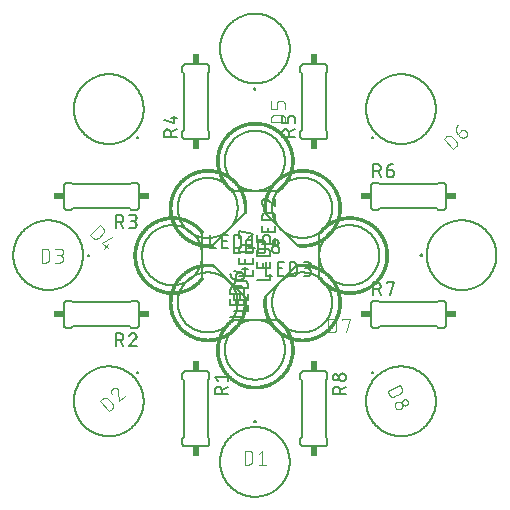
<source format=gbr>
G04 EAGLE Gerber RS-274X export*
G75*
%MOMM*%
%FSLAX34Y34*%
%LPD*%
%INSilkscreen Top*%
%IPPOS*%
%AMOC8*
5,1,8,0,0,1.08239X$1,22.5*%
G01*
%ADD10C,0.200000*%
%ADD11C,0.101600*%
%ADD12C,0.152400*%
%ADD13R,0.609600X0.863600*%
%ADD14C,0.127000*%
%ADD15R,0.863600X0.609600*%
%ADD16C,0.203200*%
%ADD17C,0.025400*%


D10*
X-29500Y-175000D02*
X-29491Y-174276D01*
X-29464Y-173553D01*
X-29420Y-172830D01*
X-29358Y-172108D01*
X-29278Y-171389D01*
X-29181Y-170671D01*
X-29066Y-169957D01*
X-28933Y-169245D01*
X-28783Y-168537D01*
X-28616Y-167832D01*
X-28431Y-167132D01*
X-28230Y-166437D01*
X-28011Y-165746D01*
X-27776Y-165062D01*
X-27523Y-164383D01*
X-27254Y-163711D01*
X-26969Y-163045D01*
X-26668Y-162387D01*
X-26350Y-161736D01*
X-26017Y-161094D01*
X-25668Y-160460D01*
X-25303Y-159834D01*
X-24923Y-159218D01*
X-24528Y-158611D01*
X-24119Y-158014D01*
X-23695Y-157427D01*
X-23256Y-156851D01*
X-22804Y-156285D01*
X-22338Y-155731D01*
X-21858Y-155189D01*
X-21365Y-154659D01*
X-20860Y-154140D01*
X-20341Y-153635D01*
X-19811Y-153142D01*
X-19269Y-152662D01*
X-18715Y-152196D01*
X-18149Y-151744D01*
X-17573Y-151305D01*
X-16986Y-150881D01*
X-16389Y-150472D01*
X-15782Y-150077D01*
X-15166Y-149697D01*
X-14540Y-149332D01*
X-13906Y-148983D01*
X-13264Y-148650D01*
X-12613Y-148332D01*
X-11955Y-148031D01*
X-11289Y-147746D01*
X-10617Y-147477D01*
X-9938Y-147224D01*
X-9254Y-146989D01*
X-8563Y-146770D01*
X-7868Y-146569D01*
X-7168Y-146384D01*
X-6463Y-146217D01*
X-5755Y-146067D01*
X-5043Y-145934D01*
X-4329Y-145819D01*
X-3611Y-145722D01*
X-2892Y-145642D01*
X-2170Y-145580D01*
X-1447Y-145536D01*
X-724Y-145509D01*
X0Y-145500D01*
X724Y-145509D01*
X1447Y-145536D01*
X2170Y-145580D01*
X2892Y-145642D01*
X3611Y-145722D01*
X4329Y-145819D01*
X5043Y-145934D01*
X5755Y-146067D01*
X6463Y-146217D01*
X7168Y-146384D01*
X7868Y-146569D01*
X8563Y-146770D01*
X9254Y-146989D01*
X9938Y-147224D01*
X10617Y-147477D01*
X11289Y-147746D01*
X11955Y-148031D01*
X12613Y-148332D01*
X13264Y-148650D01*
X13906Y-148983D01*
X14540Y-149332D01*
X15166Y-149697D01*
X15782Y-150077D01*
X16389Y-150472D01*
X16986Y-150881D01*
X17573Y-151305D01*
X18149Y-151744D01*
X18715Y-152196D01*
X19269Y-152662D01*
X19811Y-153142D01*
X20341Y-153635D01*
X20860Y-154140D01*
X21365Y-154659D01*
X21858Y-155189D01*
X22338Y-155731D01*
X22804Y-156285D01*
X23256Y-156851D01*
X23695Y-157427D01*
X24119Y-158014D01*
X24528Y-158611D01*
X24923Y-159218D01*
X25303Y-159834D01*
X25668Y-160460D01*
X26017Y-161094D01*
X26350Y-161736D01*
X26668Y-162387D01*
X26969Y-163045D01*
X27254Y-163711D01*
X27523Y-164383D01*
X27776Y-165062D01*
X28011Y-165746D01*
X28230Y-166437D01*
X28431Y-167132D01*
X28616Y-167832D01*
X28783Y-168537D01*
X28933Y-169245D01*
X29066Y-169957D01*
X29181Y-170671D01*
X29278Y-171389D01*
X29358Y-172108D01*
X29420Y-172830D01*
X29464Y-173553D01*
X29491Y-174276D01*
X29500Y-175000D01*
X29491Y-175724D01*
X29464Y-176447D01*
X29420Y-177170D01*
X29358Y-177892D01*
X29278Y-178611D01*
X29181Y-179329D01*
X29066Y-180043D01*
X28933Y-180755D01*
X28783Y-181463D01*
X28616Y-182168D01*
X28431Y-182868D01*
X28230Y-183563D01*
X28011Y-184254D01*
X27776Y-184938D01*
X27523Y-185617D01*
X27254Y-186289D01*
X26969Y-186955D01*
X26668Y-187613D01*
X26350Y-188264D01*
X26017Y-188906D01*
X25668Y-189540D01*
X25303Y-190166D01*
X24923Y-190782D01*
X24528Y-191389D01*
X24119Y-191986D01*
X23695Y-192573D01*
X23256Y-193149D01*
X22804Y-193715D01*
X22338Y-194269D01*
X21858Y-194811D01*
X21365Y-195341D01*
X20860Y-195860D01*
X20341Y-196365D01*
X19811Y-196858D01*
X19269Y-197338D01*
X18715Y-197804D01*
X18149Y-198256D01*
X17573Y-198695D01*
X16986Y-199119D01*
X16389Y-199528D01*
X15782Y-199923D01*
X15166Y-200303D01*
X14540Y-200668D01*
X13906Y-201017D01*
X13264Y-201350D01*
X12613Y-201668D01*
X11955Y-201969D01*
X11289Y-202254D01*
X10617Y-202523D01*
X9938Y-202776D01*
X9254Y-203011D01*
X8563Y-203230D01*
X7868Y-203431D01*
X7168Y-203616D01*
X6463Y-203783D01*
X5755Y-203933D01*
X5043Y-204066D01*
X4329Y-204181D01*
X3611Y-204278D01*
X2892Y-204358D01*
X2170Y-204420D01*
X1447Y-204464D01*
X724Y-204491D01*
X0Y-204500D01*
X-724Y-204491D01*
X-1447Y-204464D01*
X-2170Y-204420D01*
X-2892Y-204358D01*
X-3611Y-204278D01*
X-4329Y-204181D01*
X-5043Y-204066D01*
X-5755Y-203933D01*
X-6463Y-203783D01*
X-7168Y-203616D01*
X-7868Y-203431D01*
X-8563Y-203230D01*
X-9254Y-203011D01*
X-9938Y-202776D01*
X-10617Y-202523D01*
X-11289Y-202254D01*
X-11955Y-201969D01*
X-12613Y-201668D01*
X-13264Y-201350D01*
X-13906Y-201017D01*
X-14540Y-200668D01*
X-15166Y-200303D01*
X-15782Y-199923D01*
X-16389Y-199528D01*
X-16986Y-199119D01*
X-17573Y-198695D01*
X-18149Y-198256D01*
X-18715Y-197804D01*
X-19269Y-197338D01*
X-19811Y-196858D01*
X-20341Y-196365D01*
X-20860Y-195860D01*
X-21365Y-195341D01*
X-21858Y-194811D01*
X-22338Y-194269D01*
X-22804Y-193715D01*
X-23256Y-193149D01*
X-23695Y-192573D01*
X-24119Y-191986D01*
X-24528Y-191389D01*
X-24923Y-190782D01*
X-25303Y-190166D01*
X-25668Y-189540D01*
X-26017Y-188906D01*
X-26350Y-188264D01*
X-26668Y-187613D01*
X-26969Y-186955D01*
X-27254Y-186289D01*
X-27523Y-185617D01*
X-27776Y-184938D01*
X-28011Y-184254D01*
X-28230Y-183563D01*
X-28431Y-182868D01*
X-28616Y-182168D01*
X-28783Y-181463D01*
X-28933Y-180755D01*
X-29066Y-180043D01*
X-29181Y-179329D01*
X-29278Y-178611D01*
X-29358Y-177892D01*
X-29420Y-177170D01*
X-29464Y-176447D01*
X-29491Y-175724D01*
X-29500Y-175000D01*
X-520Y-140780D02*
X-518Y-140732D01*
X-512Y-140684D01*
X-502Y-140637D01*
X-489Y-140591D01*
X-472Y-140546D01*
X-451Y-140503D01*
X-426Y-140461D01*
X-399Y-140422D01*
X-368Y-140385D01*
X-334Y-140350D01*
X-298Y-140319D01*
X-259Y-140290D01*
X-218Y-140265D01*
X-175Y-140243D01*
X-131Y-140225D01*
X-85Y-140211D01*
X-38Y-140200D01*
X10Y-140193D01*
X58Y-140190D01*
X106Y-140191D01*
X154Y-140196D01*
X201Y-140205D01*
X248Y-140217D01*
X293Y-140234D01*
X337Y-140254D01*
X379Y-140277D01*
X419Y-140304D01*
X456Y-140334D01*
X491Y-140367D01*
X524Y-140403D01*
X553Y-140441D01*
X579Y-140482D01*
X602Y-140524D01*
X621Y-140568D01*
X636Y-140614D01*
X648Y-140660D01*
X656Y-140708D01*
X660Y-140756D01*
X660Y-140804D01*
X656Y-140852D01*
X648Y-140900D01*
X636Y-140946D01*
X621Y-140992D01*
X602Y-141036D01*
X579Y-141078D01*
X553Y-141119D01*
X524Y-141157D01*
X491Y-141193D01*
X456Y-141226D01*
X419Y-141256D01*
X379Y-141283D01*
X337Y-141306D01*
X293Y-141326D01*
X248Y-141343D01*
X201Y-141355D01*
X154Y-141364D01*
X106Y-141369D01*
X58Y-141370D01*
X10Y-141367D01*
X-38Y-141360D01*
X-85Y-141349D01*
X-131Y-141335D01*
X-175Y-141317D01*
X-218Y-141295D01*
X-259Y-141270D01*
X-298Y-141241D01*
X-334Y-141210D01*
X-368Y-141175D01*
X-399Y-141138D01*
X-426Y-141099D01*
X-451Y-141057D01*
X-472Y-141014D01*
X-489Y-140969D01*
X-502Y-140923D01*
X-512Y-140876D01*
X-518Y-140828D01*
X-520Y-140780D01*
D11*
X-8641Y-165618D02*
X-8641Y-177302D01*
X-8641Y-165618D02*
X-5396Y-165618D01*
X-5283Y-165620D01*
X-5170Y-165626D01*
X-5057Y-165636D01*
X-4944Y-165650D01*
X-4832Y-165667D01*
X-4721Y-165689D01*
X-4611Y-165714D01*
X-4501Y-165744D01*
X-4393Y-165777D01*
X-4286Y-165814D01*
X-4180Y-165854D01*
X-4076Y-165899D01*
X-3973Y-165947D01*
X-3872Y-165998D01*
X-3773Y-166053D01*
X-3676Y-166111D01*
X-3581Y-166173D01*
X-3488Y-166238D01*
X-3398Y-166306D01*
X-3310Y-166377D01*
X-3224Y-166452D01*
X-3141Y-166529D01*
X-3061Y-166609D01*
X-2984Y-166692D01*
X-2909Y-166778D01*
X-2838Y-166866D01*
X-2770Y-166956D01*
X-2705Y-167049D01*
X-2643Y-167144D01*
X-2585Y-167241D01*
X-2530Y-167340D01*
X-2479Y-167441D01*
X-2431Y-167544D01*
X-2386Y-167648D01*
X-2346Y-167754D01*
X-2309Y-167861D01*
X-2276Y-167969D01*
X-2246Y-168079D01*
X-2221Y-168189D01*
X-2199Y-168300D01*
X-2182Y-168412D01*
X-2168Y-168525D01*
X-2158Y-168638D01*
X-2152Y-168751D01*
X-2150Y-168864D01*
X-2150Y-174056D01*
X-2149Y-174056D02*
X-2151Y-174169D01*
X-2157Y-174282D01*
X-2167Y-174395D01*
X-2181Y-174508D01*
X-2198Y-174620D01*
X-2220Y-174731D01*
X-2245Y-174841D01*
X-2275Y-174951D01*
X-2308Y-175059D01*
X-2345Y-175166D01*
X-2385Y-175272D01*
X-2430Y-175376D01*
X-2478Y-175479D01*
X-2529Y-175580D01*
X-2584Y-175679D01*
X-2642Y-175776D01*
X-2704Y-175871D01*
X-2769Y-175964D01*
X-2837Y-176054D01*
X-2908Y-176142D01*
X-2983Y-176228D01*
X-3060Y-176311D01*
X-3140Y-176391D01*
X-3223Y-176468D01*
X-3309Y-176543D01*
X-3397Y-176614D01*
X-3487Y-176682D01*
X-3580Y-176747D01*
X-3675Y-176809D01*
X-3772Y-176867D01*
X-3871Y-176922D01*
X-3972Y-176973D01*
X-4075Y-177021D01*
X-4179Y-177066D01*
X-4285Y-177106D01*
X-4392Y-177143D01*
X-4500Y-177176D01*
X-4610Y-177206D01*
X-4720Y-177231D01*
X-4831Y-177253D01*
X-4943Y-177270D01*
X-5056Y-177284D01*
X-5169Y-177294D01*
X-5282Y-177300D01*
X-5395Y-177302D01*
X-5396Y-177302D02*
X-8641Y-177302D01*
X3170Y-168214D02*
X6415Y-165618D01*
X6415Y-177302D01*
X3170Y-177302D02*
X9661Y-177302D01*
D10*
X-153200Y-123700D02*
X-153191Y-122976D01*
X-153164Y-122253D01*
X-153120Y-121530D01*
X-153058Y-120808D01*
X-152978Y-120089D01*
X-152881Y-119371D01*
X-152766Y-118657D01*
X-152633Y-117945D01*
X-152483Y-117237D01*
X-152316Y-116532D01*
X-152131Y-115832D01*
X-151930Y-115137D01*
X-151711Y-114446D01*
X-151476Y-113762D01*
X-151223Y-113083D01*
X-150954Y-112411D01*
X-150669Y-111745D01*
X-150368Y-111087D01*
X-150050Y-110436D01*
X-149717Y-109794D01*
X-149368Y-109160D01*
X-149003Y-108534D01*
X-148623Y-107918D01*
X-148228Y-107311D01*
X-147819Y-106714D01*
X-147395Y-106127D01*
X-146956Y-105551D01*
X-146504Y-104985D01*
X-146038Y-104431D01*
X-145558Y-103889D01*
X-145065Y-103359D01*
X-144560Y-102840D01*
X-144041Y-102335D01*
X-143511Y-101842D01*
X-142969Y-101362D01*
X-142415Y-100896D01*
X-141849Y-100444D01*
X-141273Y-100005D01*
X-140686Y-99581D01*
X-140089Y-99172D01*
X-139482Y-98777D01*
X-138866Y-98397D01*
X-138240Y-98032D01*
X-137606Y-97683D01*
X-136964Y-97350D01*
X-136313Y-97032D01*
X-135655Y-96731D01*
X-134989Y-96446D01*
X-134317Y-96177D01*
X-133638Y-95924D01*
X-132954Y-95689D01*
X-132263Y-95470D01*
X-131568Y-95269D01*
X-130868Y-95084D01*
X-130163Y-94917D01*
X-129455Y-94767D01*
X-128743Y-94634D01*
X-128029Y-94519D01*
X-127311Y-94422D01*
X-126592Y-94342D01*
X-125870Y-94280D01*
X-125147Y-94236D01*
X-124424Y-94209D01*
X-123700Y-94200D01*
X-122976Y-94209D01*
X-122253Y-94236D01*
X-121530Y-94280D01*
X-120808Y-94342D01*
X-120089Y-94422D01*
X-119371Y-94519D01*
X-118657Y-94634D01*
X-117945Y-94767D01*
X-117237Y-94917D01*
X-116532Y-95084D01*
X-115832Y-95269D01*
X-115137Y-95470D01*
X-114446Y-95689D01*
X-113762Y-95924D01*
X-113083Y-96177D01*
X-112411Y-96446D01*
X-111745Y-96731D01*
X-111087Y-97032D01*
X-110436Y-97350D01*
X-109794Y-97683D01*
X-109160Y-98032D01*
X-108534Y-98397D01*
X-107918Y-98777D01*
X-107311Y-99172D01*
X-106714Y-99581D01*
X-106127Y-100005D01*
X-105551Y-100444D01*
X-104985Y-100896D01*
X-104431Y-101362D01*
X-103889Y-101842D01*
X-103359Y-102335D01*
X-102840Y-102840D01*
X-102335Y-103359D01*
X-101842Y-103889D01*
X-101362Y-104431D01*
X-100896Y-104985D01*
X-100444Y-105551D01*
X-100005Y-106127D01*
X-99581Y-106714D01*
X-99172Y-107311D01*
X-98777Y-107918D01*
X-98397Y-108534D01*
X-98032Y-109160D01*
X-97683Y-109794D01*
X-97350Y-110436D01*
X-97032Y-111087D01*
X-96731Y-111745D01*
X-96446Y-112411D01*
X-96177Y-113083D01*
X-95924Y-113762D01*
X-95689Y-114446D01*
X-95470Y-115137D01*
X-95269Y-115832D01*
X-95084Y-116532D01*
X-94917Y-117237D01*
X-94767Y-117945D01*
X-94634Y-118657D01*
X-94519Y-119371D01*
X-94422Y-120089D01*
X-94342Y-120808D01*
X-94280Y-121530D01*
X-94236Y-122253D01*
X-94209Y-122976D01*
X-94200Y-123700D01*
X-94209Y-124424D01*
X-94236Y-125147D01*
X-94280Y-125870D01*
X-94342Y-126592D01*
X-94422Y-127311D01*
X-94519Y-128029D01*
X-94634Y-128743D01*
X-94767Y-129455D01*
X-94917Y-130163D01*
X-95084Y-130868D01*
X-95269Y-131568D01*
X-95470Y-132263D01*
X-95689Y-132954D01*
X-95924Y-133638D01*
X-96177Y-134317D01*
X-96446Y-134989D01*
X-96731Y-135655D01*
X-97032Y-136313D01*
X-97350Y-136964D01*
X-97683Y-137606D01*
X-98032Y-138240D01*
X-98397Y-138866D01*
X-98777Y-139482D01*
X-99172Y-140089D01*
X-99581Y-140686D01*
X-100005Y-141273D01*
X-100444Y-141849D01*
X-100896Y-142415D01*
X-101362Y-142969D01*
X-101842Y-143511D01*
X-102335Y-144041D01*
X-102840Y-144560D01*
X-103359Y-145065D01*
X-103889Y-145558D01*
X-104431Y-146038D01*
X-104985Y-146504D01*
X-105551Y-146956D01*
X-106127Y-147395D01*
X-106714Y-147819D01*
X-107311Y-148228D01*
X-107918Y-148623D01*
X-108534Y-149003D01*
X-109160Y-149368D01*
X-109794Y-149717D01*
X-110436Y-150050D01*
X-111087Y-150368D01*
X-111745Y-150669D01*
X-112411Y-150954D01*
X-113083Y-151223D01*
X-113762Y-151476D01*
X-114446Y-151711D01*
X-115137Y-151930D01*
X-115832Y-152131D01*
X-116532Y-152316D01*
X-117237Y-152483D01*
X-117945Y-152633D01*
X-118657Y-152766D01*
X-119371Y-152881D01*
X-120089Y-152978D01*
X-120808Y-153058D01*
X-121530Y-153120D01*
X-122253Y-153164D01*
X-122976Y-153191D01*
X-123700Y-153200D01*
X-124424Y-153191D01*
X-125147Y-153164D01*
X-125870Y-153120D01*
X-126592Y-153058D01*
X-127311Y-152978D01*
X-128029Y-152881D01*
X-128743Y-152766D01*
X-129455Y-152633D01*
X-130163Y-152483D01*
X-130868Y-152316D01*
X-131568Y-152131D01*
X-132263Y-151930D01*
X-132954Y-151711D01*
X-133638Y-151476D01*
X-134317Y-151223D01*
X-134989Y-150954D01*
X-135655Y-150669D01*
X-136313Y-150368D01*
X-136964Y-150050D01*
X-137606Y-149717D01*
X-138240Y-149368D01*
X-138866Y-149003D01*
X-139482Y-148623D01*
X-140089Y-148228D01*
X-140686Y-147819D01*
X-141273Y-147395D01*
X-141849Y-146956D01*
X-142415Y-146504D01*
X-142969Y-146038D01*
X-143511Y-145558D01*
X-144041Y-145065D01*
X-144560Y-144560D01*
X-145065Y-144041D01*
X-145558Y-143511D01*
X-146038Y-142969D01*
X-146504Y-142415D01*
X-146956Y-141849D01*
X-147395Y-141273D01*
X-147819Y-140686D01*
X-148228Y-140089D01*
X-148623Y-139482D01*
X-149003Y-138866D01*
X-149368Y-138240D01*
X-149717Y-137606D01*
X-150050Y-136964D01*
X-150368Y-136313D01*
X-150669Y-135655D01*
X-150954Y-134989D01*
X-151223Y-134317D01*
X-151476Y-133638D01*
X-151711Y-132954D01*
X-151930Y-132263D01*
X-152131Y-131568D01*
X-152316Y-130868D01*
X-152483Y-130163D01*
X-152633Y-129455D01*
X-152766Y-128743D01*
X-152881Y-128029D01*
X-152978Y-127311D01*
X-153058Y-126592D01*
X-153120Y-125870D01*
X-153164Y-125147D01*
X-153191Y-124424D01*
X-153200Y-123700D01*
X-100043Y-99552D02*
X-100041Y-99504D01*
X-100035Y-99456D01*
X-100025Y-99409D01*
X-100012Y-99363D01*
X-99995Y-99318D01*
X-99974Y-99275D01*
X-99949Y-99233D01*
X-99922Y-99194D01*
X-99891Y-99157D01*
X-99857Y-99122D01*
X-99821Y-99091D01*
X-99782Y-99062D01*
X-99741Y-99037D01*
X-99698Y-99015D01*
X-99654Y-98997D01*
X-99608Y-98983D01*
X-99561Y-98972D01*
X-99513Y-98965D01*
X-99465Y-98962D01*
X-99417Y-98963D01*
X-99369Y-98968D01*
X-99322Y-98977D01*
X-99275Y-98989D01*
X-99230Y-99006D01*
X-99186Y-99026D01*
X-99144Y-99049D01*
X-99104Y-99076D01*
X-99067Y-99106D01*
X-99032Y-99139D01*
X-98999Y-99175D01*
X-98970Y-99213D01*
X-98944Y-99254D01*
X-98921Y-99296D01*
X-98902Y-99340D01*
X-98887Y-99386D01*
X-98875Y-99432D01*
X-98867Y-99480D01*
X-98863Y-99528D01*
X-98863Y-99576D01*
X-98867Y-99624D01*
X-98875Y-99672D01*
X-98887Y-99718D01*
X-98902Y-99764D01*
X-98921Y-99808D01*
X-98944Y-99850D01*
X-98970Y-99891D01*
X-98999Y-99929D01*
X-99032Y-99965D01*
X-99067Y-99998D01*
X-99104Y-100028D01*
X-99144Y-100055D01*
X-99186Y-100078D01*
X-99230Y-100098D01*
X-99275Y-100115D01*
X-99322Y-100127D01*
X-99369Y-100136D01*
X-99417Y-100141D01*
X-99465Y-100142D01*
X-99513Y-100139D01*
X-99561Y-100132D01*
X-99608Y-100121D01*
X-99654Y-100107D01*
X-99698Y-100089D01*
X-99741Y-100067D01*
X-99782Y-100042D01*
X-99821Y-100013D01*
X-99857Y-99982D01*
X-99891Y-99947D01*
X-99922Y-99910D01*
X-99949Y-99871D01*
X-99974Y-99829D01*
X-99995Y-99786D01*
X-100012Y-99741D01*
X-100025Y-99695D01*
X-100035Y-99648D01*
X-100041Y-99600D01*
X-100043Y-99552D01*
D11*
X-131438Y-123897D02*
X-123176Y-132159D01*
X-131438Y-123897D02*
X-129143Y-121602D01*
X-129062Y-121523D01*
X-128978Y-121447D01*
X-128891Y-121374D01*
X-128801Y-121305D01*
X-128710Y-121238D01*
X-128616Y-121175D01*
X-128520Y-121115D01*
X-128422Y-121058D01*
X-128322Y-121005D01*
X-128220Y-120955D01*
X-128116Y-120909D01*
X-128011Y-120867D01*
X-127905Y-120828D01*
X-127797Y-120793D01*
X-127688Y-120762D01*
X-127578Y-120734D01*
X-127467Y-120711D01*
X-127356Y-120691D01*
X-127244Y-120675D01*
X-127131Y-120663D01*
X-127018Y-120655D01*
X-126905Y-120651D01*
X-126791Y-120651D01*
X-126678Y-120655D01*
X-126565Y-120663D01*
X-126452Y-120675D01*
X-126340Y-120691D01*
X-126229Y-120711D01*
X-126118Y-120734D01*
X-126008Y-120762D01*
X-125899Y-120793D01*
X-125791Y-120828D01*
X-125685Y-120867D01*
X-125580Y-120909D01*
X-125476Y-120955D01*
X-125374Y-121005D01*
X-125274Y-121058D01*
X-125176Y-121115D01*
X-125080Y-121175D01*
X-124986Y-121238D01*
X-124895Y-121305D01*
X-124805Y-121374D01*
X-124718Y-121447D01*
X-124634Y-121523D01*
X-124553Y-121602D01*
X-120881Y-125274D01*
X-120802Y-125355D01*
X-120726Y-125439D01*
X-120653Y-125526D01*
X-120584Y-125616D01*
X-120517Y-125707D01*
X-120454Y-125801D01*
X-120394Y-125897D01*
X-120337Y-125995D01*
X-120284Y-126095D01*
X-120234Y-126197D01*
X-120188Y-126301D01*
X-120146Y-126406D01*
X-120107Y-126512D01*
X-120072Y-126620D01*
X-120041Y-126729D01*
X-120013Y-126839D01*
X-119990Y-126950D01*
X-119970Y-127061D01*
X-119954Y-127173D01*
X-119942Y-127286D01*
X-119934Y-127399D01*
X-119930Y-127512D01*
X-119930Y-127626D01*
X-119934Y-127739D01*
X-119942Y-127852D01*
X-119954Y-127965D01*
X-119970Y-128077D01*
X-119990Y-128188D01*
X-120013Y-128299D01*
X-120041Y-128409D01*
X-120072Y-128518D01*
X-120107Y-128626D01*
X-120146Y-128732D01*
X-120188Y-128837D01*
X-120234Y-128941D01*
X-120284Y-129043D01*
X-120337Y-129143D01*
X-120394Y-129241D01*
X-120454Y-129337D01*
X-120517Y-129431D01*
X-120584Y-129523D01*
X-120653Y-129612D01*
X-120726Y-129699D01*
X-120802Y-129783D01*
X-120881Y-129864D01*
X-123176Y-132159D01*
X-120561Y-113022D02*
X-120485Y-112947D01*
X-120405Y-112876D01*
X-120323Y-112808D01*
X-120239Y-112743D01*
X-120152Y-112681D01*
X-120063Y-112622D01*
X-119972Y-112566D01*
X-119879Y-112514D01*
X-119784Y-112465D01*
X-119687Y-112420D01*
X-119589Y-112378D01*
X-119489Y-112340D01*
X-119388Y-112306D01*
X-119286Y-112275D01*
X-119183Y-112248D01*
X-119079Y-112225D01*
X-118974Y-112205D01*
X-118868Y-112190D01*
X-118762Y-112178D01*
X-118656Y-112170D01*
X-118549Y-112166D01*
X-118443Y-112166D01*
X-118336Y-112170D01*
X-118230Y-112178D01*
X-118124Y-112190D01*
X-118018Y-112205D01*
X-117913Y-112225D01*
X-117809Y-112248D01*
X-117706Y-112275D01*
X-117604Y-112306D01*
X-117503Y-112340D01*
X-117403Y-112378D01*
X-117305Y-112420D01*
X-117208Y-112465D01*
X-117113Y-112514D01*
X-117020Y-112566D01*
X-116929Y-112622D01*
X-116840Y-112681D01*
X-116753Y-112743D01*
X-116669Y-112808D01*
X-116587Y-112876D01*
X-116507Y-112947D01*
X-116431Y-113022D01*
X-120562Y-113021D02*
X-120646Y-113108D01*
X-120727Y-113198D01*
X-120806Y-113290D01*
X-120881Y-113385D01*
X-120953Y-113482D01*
X-121023Y-113581D01*
X-121088Y-113683D01*
X-121151Y-113786D01*
X-121210Y-113892D01*
X-121266Y-113999D01*
X-121318Y-114108D01*
X-121367Y-114219D01*
X-121412Y-114331D01*
X-121454Y-114445D01*
X-121491Y-114560D01*
X-121526Y-114676D01*
X-121556Y-114793D01*
X-121582Y-114911D01*
X-121605Y-115030D01*
X-121624Y-115150D01*
X-121639Y-115270D01*
X-121650Y-115390D01*
X-121657Y-115511D01*
X-121661Y-115632D01*
X-121660Y-115753D01*
X-121656Y-115874D01*
X-121647Y-115995D01*
X-121635Y-116115D01*
X-121619Y-116235D01*
X-121599Y-116354D01*
X-121575Y-116473D01*
X-121548Y-116591D01*
X-121516Y-116708D01*
X-121481Y-116823D01*
X-121442Y-116938D01*
X-121400Y-117051D01*
X-121353Y-117163D01*
X-121304Y-117273D01*
X-121250Y-117382D01*
X-115513Y-115316D02*
X-115512Y-115206D01*
X-115515Y-115095D01*
X-115522Y-114985D01*
X-115533Y-114875D01*
X-115548Y-114766D01*
X-115567Y-114657D01*
X-115589Y-114549D01*
X-115615Y-114441D01*
X-115645Y-114335D01*
X-115679Y-114230D01*
X-115716Y-114126D01*
X-115757Y-114023D01*
X-115802Y-113922D01*
X-115850Y-113823D01*
X-115902Y-113725D01*
X-115957Y-113630D01*
X-116015Y-113536D01*
X-116077Y-113444D01*
X-116142Y-113355D01*
X-116209Y-113267D01*
X-116280Y-113183D01*
X-116354Y-113101D01*
X-116431Y-113021D01*
X-115513Y-115316D02*
X-114824Y-123807D01*
X-110234Y-119218D01*
D10*
X-204500Y0D02*
X-204491Y724D01*
X-204464Y1447D01*
X-204420Y2170D01*
X-204358Y2892D01*
X-204278Y3611D01*
X-204181Y4329D01*
X-204066Y5043D01*
X-203933Y5755D01*
X-203783Y6463D01*
X-203616Y7168D01*
X-203431Y7868D01*
X-203230Y8563D01*
X-203011Y9254D01*
X-202776Y9938D01*
X-202523Y10617D01*
X-202254Y11289D01*
X-201969Y11955D01*
X-201668Y12613D01*
X-201350Y13264D01*
X-201017Y13906D01*
X-200668Y14540D01*
X-200303Y15166D01*
X-199923Y15782D01*
X-199528Y16389D01*
X-199119Y16986D01*
X-198695Y17573D01*
X-198256Y18149D01*
X-197804Y18715D01*
X-197338Y19269D01*
X-196858Y19811D01*
X-196365Y20341D01*
X-195860Y20860D01*
X-195341Y21365D01*
X-194811Y21858D01*
X-194269Y22338D01*
X-193715Y22804D01*
X-193149Y23256D01*
X-192573Y23695D01*
X-191986Y24119D01*
X-191389Y24528D01*
X-190782Y24923D01*
X-190166Y25303D01*
X-189540Y25668D01*
X-188906Y26017D01*
X-188264Y26350D01*
X-187613Y26668D01*
X-186955Y26969D01*
X-186289Y27254D01*
X-185617Y27523D01*
X-184938Y27776D01*
X-184254Y28011D01*
X-183563Y28230D01*
X-182868Y28431D01*
X-182168Y28616D01*
X-181463Y28783D01*
X-180755Y28933D01*
X-180043Y29066D01*
X-179329Y29181D01*
X-178611Y29278D01*
X-177892Y29358D01*
X-177170Y29420D01*
X-176447Y29464D01*
X-175724Y29491D01*
X-175000Y29500D01*
X-174276Y29491D01*
X-173553Y29464D01*
X-172830Y29420D01*
X-172108Y29358D01*
X-171389Y29278D01*
X-170671Y29181D01*
X-169957Y29066D01*
X-169245Y28933D01*
X-168537Y28783D01*
X-167832Y28616D01*
X-167132Y28431D01*
X-166437Y28230D01*
X-165746Y28011D01*
X-165062Y27776D01*
X-164383Y27523D01*
X-163711Y27254D01*
X-163045Y26969D01*
X-162387Y26668D01*
X-161736Y26350D01*
X-161094Y26017D01*
X-160460Y25668D01*
X-159834Y25303D01*
X-159218Y24923D01*
X-158611Y24528D01*
X-158014Y24119D01*
X-157427Y23695D01*
X-156851Y23256D01*
X-156285Y22804D01*
X-155731Y22338D01*
X-155189Y21858D01*
X-154659Y21365D01*
X-154140Y20860D01*
X-153635Y20341D01*
X-153142Y19811D01*
X-152662Y19269D01*
X-152196Y18715D01*
X-151744Y18149D01*
X-151305Y17573D01*
X-150881Y16986D01*
X-150472Y16389D01*
X-150077Y15782D01*
X-149697Y15166D01*
X-149332Y14540D01*
X-148983Y13906D01*
X-148650Y13264D01*
X-148332Y12613D01*
X-148031Y11955D01*
X-147746Y11289D01*
X-147477Y10617D01*
X-147224Y9938D01*
X-146989Y9254D01*
X-146770Y8563D01*
X-146569Y7868D01*
X-146384Y7168D01*
X-146217Y6463D01*
X-146067Y5755D01*
X-145934Y5043D01*
X-145819Y4329D01*
X-145722Y3611D01*
X-145642Y2892D01*
X-145580Y2170D01*
X-145536Y1447D01*
X-145509Y724D01*
X-145500Y0D01*
X-145509Y-724D01*
X-145536Y-1447D01*
X-145580Y-2170D01*
X-145642Y-2892D01*
X-145722Y-3611D01*
X-145819Y-4329D01*
X-145934Y-5043D01*
X-146067Y-5755D01*
X-146217Y-6463D01*
X-146384Y-7168D01*
X-146569Y-7868D01*
X-146770Y-8563D01*
X-146989Y-9254D01*
X-147224Y-9938D01*
X-147477Y-10617D01*
X-147746Y-11289D01*
X-148031Y-11955D01*
X-148332Y-12613D01*
X-148650Y-13264D01*
X-148983Y-13906D01*
X-149332Y-14540D01*
X-149697Y-15166D01*
X-150077Y-15782D01*
X-150472Y-16389D01*
X-150881Y-16986D01*
X-151305Y-17573D01*
X-151744Y-18149D01*
X-152196Y-18715D01*
X-152662Y-19269D01*
X-153142Y-19811D01*
X-153635Y-20341D01*
X-154140Y-20860D01*
X-154659Y-21365D01*
X-155189Y-21858D01*
X-155731Y-22338D01*
X-156285Y-22804D01*
X-156851Y-23256D01*
X-157427Y-23695D01*
X-158014Y-24119D01*
X-158611Y-24528D01*
X-159218Y-24923D01*
X-159834Y-25303D01*
X-160460Y-25668D01*
X-161094Y-26017D01*
X-161736Y-26350D01*
X-162387Y-26668D01*
X-163045Y-26969D01*
X-163711Y-27254D01*
X-164383Y-27523D01*
X-165062Y-27776D01*
X-165746Y-28011D01*
X-166437Y-28230D01*
X-167132Y-28431D01*
X-167832Y-28616D01*
X-168537Y-28783D01*
X-169245Y-28933D01*
X-169957Y-29066D01*
X-170671Y-29181D01*
X-171389Y-29278D01*
X-172108Y-29358D01*
X-172830Y-29420D01*
X-173553Y-29464D01*
X-174276Y-29491D01*
X-175000Y-29500D01*
X-175724Y-29491D01*
X-176447Y-29464D01*
X-177170Y-29420D01*
X-177892Y-29358D01*
X-178611Y-29278D01*
X-179329Y-29181D01*
X-180043Y-29066D01*
X-180755Y-28933D01*
X-181463Y-28783D01*
X-182168Y-28616D01*
X-182868Y-28431D01*
X-183563Y-28230D01*
X-184254Y-28011D01*
X-184938Y-27776D01*
X-185617Y-27523D01*
X-186289Y-27254D01*
X-186955Y-26969D01*
X-187613Y-26668D01*
X-188264Y-26350D01*
X-188906Y-26017D01*
X-189540Y-25668D01*
X-190166Y-25303D01*
X-190782Y-24923D01*
X-191389Y-24528D01*
X-191986Y-24119D01*
X-192573Y-23695D01*
X-193149Y-23256D01*
X-193715Y-22804D01*
X-194269Y-22338D01*
X-194811Y-21858D01*
X-195341Y-21365D01*
X-195860Y-20860D01*
X-196365Y-20341D01*
X-196858Y-19811D01*
X-197338Y-19269D01*
X-197804Y-18715D01*
X-198256Y-18149D01*
X-198695Y-17573D01*
X-199119Y-16986D01*
X-199528Y-16389D01*
X-199923Y-15782D01*
X-200303Y-15166D01*
X-200668Y-14540D01*
X-201017Y-13906D01*
X-201350Y-13264D01*
X-201668Y-12613D01*
X-201969Y-11955D01*
X-202254Y-11289D01*
X-202523Y-10617D01*
X-202776Y-9938D01*
X-203011Y-9254D01*
X-203230Y-8563D01*
X-203431Y-7868D01*
X-203616Y-7168D01*
X-203783Y-6463D01*
X-203933Y-5755D01*
X-204066Y-5043D01*
X-204181Y-4329D01*
X-204278Y-3611D01*
X-204358Y-2892D01*
X-204420Y-2170D01*
X-204464Y-1447D01*
X-204491Y-724D01*
X-204500Y0D01*
X-141370Y-70D02*
X-141368Y-22D01*
X-141362Y26D01*
X-141352Y73D01*
X-141339Y119D01*
X-141322Y164D01*
X-141301Y207D01*
X-141276Y249D01*
X-141249Y288D01*
X-141218Y325D01*
X-141184Y360D01*
X-141148Y391D01*
X-141109Y420D01*
X-141068Y445D01*
X-141025Y467D01*
X-140981Y485D01*
X-140935Y499D01*
X-140888Y510D01*
X-140840Y517D01*
X-140792Y520D01*
X-140744Y519D01*
X-140696Y514D01*
X-140649Y505D01*
X-140602Y493D01*
X-140557Y476D01*
X-140513Y456D01*
X-140471Y433D01*
X-140431Y406D01*
X-140394Y376D01*
X-140359Y343D01*
X-140326Y307D01*
X-140297Y269D01*
X-140271Y228D01*
X-140248Y186D01*
X-140229Y142D01*
X-140214Y96D01*
X-140202Y50D01*
X-140194Y2D01*
X-140190Y-46D01*
X-140190Y-94D01*
X-140194Y-142D01*
X-140202Y-190D01*
X-140214Y-236D01*
X-140229Y-282D01*
X-140248Y-326D01*
X-140271Y-368D01*
X-140297Y-409D01*
X-140326Y-447D01*
X-140359Y-483D01*
X-140394Y-516D01*
X-140431Y-546D01*
X-140471Y-573D01*
X-140513Y-596D01*
X-140557Y-616D01*
X-140602Y-633D01*
X-140649Y-645D01*
X-140696Y-654D01*
X-140744Y-659D01*
X-140792Y-660D01*
X-140840Y-657D01*
X-140888Y-650D01*
X-140935Y-639D01*
X-140981Y-625D01*
X-141025Y-607D01*
X-141068Y-585D01*
X-141109Y-560D01*
X-141148Y-531D01*
X-141184Y-500D01*
X-141218Y-465D01*
X-141249Y-428D01*
X-141276Y-389D01*
X-141301Y-347D01*
X-141322Y-304D01*
X-141339Y-259D01*
X-141352Y-213D01*
X-141362Y-166D01*
X-141368Y-118D01*
X-141370Y-70D01*
D11*
X-180611Y5332D02*
X-180611Y-6352D01*
X-180611Y5332D02*
X-177366Y5332D01*
X-177253Y5330D01*
X-177140Y5324D01*
X-177027Y5314D01*
X-176914Y5300D01*
X-176802Y5283D01*
X-176691Y5261D01*
X-176581Y5236D01*
X-176471Y5206D01*
X-176363Y5173D01*
X-176256Y5136D01*
X-176150Y5096D01*
X-176046Y5051D01*
X-175943Y5003D01*
X-175842Y4952D01*
X-175743Y4897D01*
X-175646Y4839D01*
X-175551Y4777D01*
X-175458Y4712D01*
X-175368Y4644D01*
X-175280Y4573D01*
X-175194Y4498D01*
X-175111Y4421D01*
X-175031Y4341D01*
X-174954Y4258D01*
X-174879Y4172D01*
X-174808Y4084D01*
X-174740Y3994D01*
X-174675Y3901D01*
X-174613Y3806D01*
X-174555Y3709D01*
X-174500Y3610D01*
X-174449Y3509D01*
X-174401Y3406D01*
X-174356Y3302D01*
X-174316Y3196D01*
X-174279Y3089D01*
X-174246Y2981D01*
X-174216Y2871D01*
X-174191Y2761D01*
X-174169Y2650D01*
X-174152Y2538D01*
X-174138Y2425D01*
X-174128Y2312D01*
X-174122Y2199D01*
X-174120Y2086D01*
X-174120Y-3106D01*
X-174119Y-3106D02*
X-174121Y-3219D01*
X-174127Y-3332D01*
X-174137Y-3445D01*
X-174151Y-3558D01*
X-174168Y-3670D01*
X-174190Y-3781D01*
X-174215Y-3891D01*
X-174245Y-4001D01*
X-174278Y-4109D01*
X-174315Y-4216D01*
X-174355Y-4322D01*
X-174400Y-4426D01*
X-174448Y-4529D01*
X-174499Y-4630D01*
X-174554Y-4729D01*
X-174612Y-4826D01*
X-174674Y-4921D01*
X-174739Y-5014D01*
X-174807Y-5104D01*
X-174878Y-5192D01*
X-174953Y-5278D01*
X-175030Y-5361D01*
X-175110Y-5441D01*
X-175193Y-5518D01*
X-175279Y-5593D01*
X-175367Y-5664D01*
X-175457Y-5732D01*
X-175550Y-5797D01*
X-175645Y-5859D01*
X-175742Y-5917D01*
X-175841Y-5972D01*
X-175942Y-6023D01*
X-176045Y-6071D01*
X-176149Y-6116D01*
X-176255Y-6156D01*
X-176362Y-6193D01*
X-176470Y-6226D01*
X-176580Y-6256D01*
X-176690Y-6281D01*
X-176801Y-6303D01*
X-176913Y-6320D01*
X-177026Y-6334D01*
X-177139Y-6344D01*
X-177252Y-6350D01*
X-177365Y-6352D01*
X-177366Y-6352D02*
X-180611Y-6352D01*
X-168800Y-6352D02*
X-165555Y-6352D01*
X-165442Y-6350D01*
X-165329Y-6344D01*
X-165216Y-6334D01*
X-165103Y-6320D01*
X-164991Y-6303D01*
X-164880Y-6281D01*
X-164770Y-6256D01*
X-164660Y-6226D01*
X-164552Y-6193D01*
X-164445Y-6156D01*
X-164339Y-6116D01*
X-164235Y-6071D01*
X-164132Y-6023D01*
X-164031Y-5972D01*
X-163932Y-5917D01*
X-163835Y-5859D01*
X-163740Y-5797D01*
X-163647Y-5732D01*
X-163557Y-5664D01*
X-163469Y-5593D01*
X-163383Y-5518D01*
X-163300Y-5441D01*
X-163220Y-5361D01*
X-163143Y-5278D01*
X-163068Y-5192D01*
X-162997Y-5104D01*
X-162929Y-5014D01*
X-162864Y-4921D01*
X-162802Y-4826D01*
X-162744Y-4729D01*
X-162689Y-4630D01*
X-162638Y-4529D01*
X-162590Y-4426D01*
X-162545Y-4322D01*
X-162505Y-4216D01*
X-162468Y-4109D01*
X-162435Y-4001D01*
X-162405Y-3891D01*
X-162380Y-3781D01*
X-162358Y-3670D01*
X-162341Y-3558D01*
X-162327Y-3445D01*
X-162317Y-3332D01*
X-162311Y-3219D01*
X-162309Y-3106D01*
X-162311Y-2993D01*
X-162317Y-2880D01*
X-162327Y-2767D01*
X-162341Y-2654D01*
X-162358Y-2542D01*
X-162380Y-2431D01*
X-162405Y-2321D01*
X-162435Y-2211D01*
X-162468Y-2103D01*
X-162505Y-1996D01*
X-162545Y-1890D01*
X-162590Y-1786D01*
X-162638Y-1683D01*
X-162689Y-1582D01*
X-162744Y-1483D01*
X-162802Y-1386D01*
X-162864Y-1291D01*
X-162929Y-1198D01*
X-162997Y-1108D01*
X-163068Y-1020D01*
X-163143Y-934D01*
X-163220Y-851D01*
X-163300Y-771D01*
X-163383Y-694D01*
X-163469Y-619D01*
X-163557Y-548D01*
X-163647Y-480D01*
X-163740Y-415D01*
X-163835Y-353D01*
X-163932Y-295D01*
X-164031Y-240D01*
X-164132Y-189D01*
X-164235Y-141D01*
X-164339Y-96D01*
X-164445Y-56D01*
X-164552Y-19D01*
X-164660Y14D01*
X-164770Y44D01*
X-164880Y69D01*
X-164991Y91D01*
X-165103Y108D01*
X-165216Y122D01*
X-165329Y132D01*
X-165442Y138D01*
X-165555Y140D01*
X-164905Y5332D02*
X-168800Y5332D01*
X-164905Y5332D02*
X-164804Y5330D01*
X-164704Y5324D01*
X-164604Y5314D01*
X-164504Y5301D01*
X-164405Y5283D01*
X-164306Y5262D01*
X-164209Y5237D01*
X-164112Y5208D01*
X-164017Y5175D01*
X-163923Y5139D01*
X-163831Y5099D01*
X-163740Y5056D01*
X-163651Y5009D01*
X-163564Y4959D01*
X-163478Y4905D01*
X-163395Y4848D01*
X-163315Y4788D01*
X-163236Y4725D01*
X-163160Y4658D01*
X-163087Y4589D01*
X-163017Y4517D01*
X-162949Y4443D01*
X-162884Y4366D01*
X-162823Y4286D01*
X-162764Y4204D01*
X-162709Y4120D01*
X-162657Y4034D01*
X-162608Y3946D01*
X-162563Y3856D01*
X-162521Y3764D01*
X-162483Y3671D01*
X-162449Y3576D01*
X-162418Y3481D01*
X-162391Y3384D01*
X-162368Y3286D01*
X-162348Y3187D01*
X-162333Y3087D01*
X-162321Y2987D01*
X-162313Y2887D01*
X-162309Y2786D01*
X-162309Y2686D01*
X-162313Y2585D01*
X-162321Y2485D01*
X-162333Y2385D01*
X-162348Y2285D01*
X-162368Y2186D01*
X-162391Y2088D01*
X-162418Y1991D01*
X-162449Y1896D01*
X-162483Y1801D01*
X-162521Y1708D01*
X-162563Y1616D01*
X-162608Y1526D01*
X-162657Y1438D01*
X-162709Y1352D01*
X-162764Y1268D01*
X-162823Y1186D01*
X-162884Y1106D01*
X-162949Y1029D01*
X-163017Y955D01*
X-163087Y883D01*
X-163160Y814D01*
X-163236Y747D01*
X-163315Y684D01*
X-163395Y624D01*
X-163478Y567D01*
X-163564Y513D01*
X-163651Y463D01*
X-163740Y416D01*
X-163831Y373D01*
X-163923Y333D01*
X-164017Y297D01*
X-164112Y264D01*
X-164209Y235D01*
X-164306Y210D01*
X-164405Y189D01*
X-164504Y171D01*
X-164604Y158D01*
X-164704Y148D01*
X-164804Y142D01*
X-164905Y140D01*
X-164905Y139D02*
X-167502Y139D01*
D10*
X-153200Y123700D02*
X-153191Y124424D01*
X-153164Y125147D01*
X-153120Y125870D01*
X-153058Y126592D01*
X-152978Y127311D01*
X-152881Y128029D01*
X-152766Y128743D01*
X-152633Y129455D01*
X-152483Y130163D01*
X-152316Y130868D01*
X-152131Y131568D01*
X-151930Y132263D01*
X-151711Y132954D01*
X-151476Y133638D01*
X-151223Y134317D01*
X-150954Y134989D01*
X-150669Y135655D01*
X-150368Y136313D01*
X-150050Y136964D01*
X-149717Y137606D01*
X-149368Y138240D01*
X-149003Y138866D01*
X-148623Y139482D01*
X-148228Y140089D01*
X-147819Y140686D01*
X-147395Y141273D01*
X-146956Y141849D01*
X-146504Y142415D01*
X-146038Y142969D01*
X-145558Y143511D01*
X-145065Y144041D01*
X-144560Y144560D01*
X-144041Y145065D01*
X-143511Y145558D01*
X-142969Y146038D01*
X-142415Y146504D01*
X-141849Y146956D01*
X-141273Y147395D01*
X-140686Y147819D01*
X-140089Y148228D01*
X-139482Y148623D01*
X-138866Y149003D01*
X-138240Y149368D01*
X-137606Y149717D01*
X-136964Y150050D01*
X-136313Y150368D01*
X-135655Y150669D01*
X-134989Y150954D01*
X-134317Y151223D01*
X-133638Y151476D01*
X-132954Y151711D01*
X-132263Y151930D01*
X-131568Y152131D01*
X-130868Y152316D01*
X-130163Y152483D01*
X-129455Y152633D01*
X-128743Y152766D01*
X-128029Y152881D01*
X-127311Y152978D01*
X-126592Y153058D01*
X-125870Y153120D01*
X-125147Y153164D01*
X-124424Y153191D01*
X-123700Y153200D01*
X-122976Y153191D01*
X-122253Y153164D01*
X-121530Y153120D01*
X-120808Y153058D01*
X-120089Y152978D01*
X-119371Y152881D01*
X-118657Y152766D01*
X-117945Y152633D01*
X-117237Y152483D01*
X-116532Y152316D01*
X-115832Y152131D01*
X-115137Y151930D01*
X-114446Y151711D01*
X-113762Y151476D01*
X-113083Y151223D01*
X-112411Y150954D01*
X-111745Y150669D01*
X-111087Y150368D01*
X-110436Y150050D01*
X-109794Y149717D01*
X-109160Y149368D01*
X-108534Y149003D01*
X-107918Y148623D01*
X-107311Y148228D01*
X-106714Y147819D01*
X-106127Y147395D01*
X-105551Y146956D01*
X-104985Y146504D01*
X-104431Y146038D01*
X-103889Y145558D01*
X-103359Y145065D01*
X-102840Y144560D01*
X-102335Y144041D01*
X-101842Y143511D01*
X-101362Y142969D01*
X-100896Y142415D01*
X-100444Y141849D01*
X-100005Y141273D01*
X-99581Y140686D01*
X-99172Y140089D01*
X-98777Y139482D01*
X-98397Y138866D01*
X-98032Y138240D01*
X-97683Y137606D01*
X-97350Y136964D01*
X-97032Y136313D01*
X-96731Y135655D01*
X-96446Y134989D01*
X-96177Y134317D01*
X-95924Y133638D01*
X-95689Y132954D01*
X-95470Y132263D01*
X-95269Y131568D01*
X-95084Y130868D01*
X-94917Y130163D01*
X-94767Y129455D01*
X-94634Y128743D01*
X-94519Y128029D01*
X-94422Y127311D01*
X-94342Y126592D01*
X-94280Y125870D01*
X-94236Y125147D01*
X-94209Y124424D01*
X-94200Y123700D01*
X-94209Y122976D01*
X-94236Y122253D01*
X-94280Y121530D01*
X-94342Y120808D01*
X-94422Y120089D01*
X-94519Y119371D01*
X-94634Y118657D01*
X-94767Y117945D01*
X-94917Y117237D01*
X-95084Y116532D01*
X-95269Y115832D01*
X-95470Y115137D01*
X-95689Y114446D01*
X-95924Y113762D01*
X-96177Y113083D01*
X-96446Y112411D01*
X-96731Y111745D01*
X-97032Y111087D01*
X-97350Y110436D01*
X-97683Y109794D01*
X-98032Y109160D01*
X-98397Y108534D01*
X-98777Y107918D01*
X-99172Y107311D01*
X-99581Y106714D01*
X-100005Y106127D01*
X-100444Y105551D01*
X-100896Y104985D01*
X-101362Y104431D01*
X-101842Y103889D01*
X-102335Y103359D01*
X-102840Y102840D01*
X-103359Y102335D01*
X-103889Y101842D01*
X-104431Y101362D01*
X-104985Y100896D01*
X-105551Y100444D01*
X-106127Y100005D01*
X-106714Y99581D01*
X-107311Y99172D01*
X-107918Y98777D01*
X-108534Y98397D01*
X-109160Y98032D01*
X-109794Y97683D01*
X-110436Y97350D01*
X-111087Y97032D01*
X-111745Y96731D01*
X-112411Y96446D01*
X-113083Y96177D01*
X-113762Y95924D01*
X-114446Y95689D01*
X-115137Y95470D01*
X-115832Y95269D01*
X-116532Y95084D01*
X-117237Y94917D01*
X-117945Y94767D01*
X-118657Y94634D01*
X-119371Y94519D01*
X-120089Y94422D01*
X-120808Y94342D01*
X-121530Y94280D01*
X-122253Y94236D01*
X-122976Y94209D01*
X-123700Y94200D01*
X-124424Y94209D01*
X-125147Y94236D01*
X-125870Y94280D01*
X-126592Y94342D01*
X-127311Y94422D01*
X-128029Y94519D01*
X-128743Y94634D01*
X-129455Y94767D01*
X-130163Y94917D01*
X-130868Y95084D01*
X-131568Y95269D01*
X-132263Y95470D01*
X-132954Y95689D01*
X-133638Y95924D01*
X-134317Y96177D01*
X-134989Y96446D01*
X-135655Y96731D01*
X-136313Y97032D01*
X-136964Y97350D01*
X-137606Y97683D01*
X-138240Y98032D01*
X-138866Y98397D01*
X-139482Y98777D01*
X-140089Y99172D01*
X-140686Y99581D01*
X-141273Y100005D01*
X-141849Y100444D01*
X-142415Y100896D01*
X-142969Y101362D01*
X-143511Y101842D01*
X-144041Y102335D01*
X-144560Y102840D01*
X-145065Y103359D01*
X-145558Y103889D01*
X-146038Y104431D01*
X-146504Y104985D01*
X-146956Y105551D01*
X-147395Y106127D01*
X-147819Y106714D01*
X-148228Y107311D01*
X-148623Y107918D01*
X-149003Y108534D01*
X-149368Y109160D01*
X-149717Y109794D01*
X-150050Y110436D01*
X-150368Y111087D01*
X-150669Y111745D01*
X-150954Y112411D01*
X-151223Y113083D01*
X-151476Y113762D01*
X-151711Y114446D01*
X-151930Y115137D01*
X-152131Y115832D01*
X-152316Y116532D01*
X-152483Y117237D01*
X-152633Y117945D01*
X-152766Y118657D01*
X-152881Y119371D01*
X-152978Y120089D01*
X-153058Y120808D01*
X-153120Y121530D01*
X-153164Y122253D01*
X-153191Y122976D01*
X-153200Y123700D01*
X-100142Y99453D02*
X-100140Y99501D01*
X-100134Y99549D01*
X-100124Y99596D01*
X-100111Y99642D01*
X-100094Y99687D01*
X-100073Y99730D01*
X-100048Y99772D01*
X-100021Y99811D01*
X-99990Y99848D01*
X-99956Y99883D01*
X-99920Y99914D01*
X-99881Y99943D01*
X-99840Y99968D01*
X-99797Y99990D01*
X-99753Y100008D01*
X-99707Y100022D01*
X-99660Y100033D01*
X-99612Y100040D01*
X-99564Y100043D01*
X-99516Y100042D01*
X-99468Y100037D01*
X-99421Y100028D01*
X-99374Y100016D01*
X-99329Y99999D01*
X-99285Y99979D01*
X-99243Y99956D01*
X-99203Y99929D01*
X-99166Y99899D01*
X-99131Y99866D01*
X-99098Y99830D01*
X-99069Y99792D01*
X-99043Y99751D01*
X-99020Y99709D01*
X-99001Y99665D01*
X-98986Y99619D01*
X-98974Y99573D01*
X-98966Y99525D01*
X-98962Y99477D01*
X-98962Y99429D01*
X-98966Y99381D01*
X-98974Y99333D01*
X-98986Y99287D01*
X-99001Y99241D01*
X-99020Y99197D01*
X-99043Y99155D01*
X-99069Y99114D01*
X-99098Y99076D01*
X-99131Y99040D01*
X-99166Y99007D01*
X-99203Y98977D01*
X-99243Y98950D01*
X-99285Y98927D01*
X-99329Y98907D01*
X-99374Y98890D01*
X-99421Y98878D01*
X-99468Y98869D01*
X-99516Y98864D01*
X-99564Y98863D01*
X-99612Y98866D01*
X-99660Y98873D01*
X-99707Y98884D01*
X-99753Y98898D01*
X-99797Y98916D01*
X-99840Y98938D01*
X-99881Y98963D01*
X-99920Y98992D01*
X-99956Y99023D01*
X-99990Y99058D01*
X-100021Y99095D01*
X-100048Y99134D01*
X-100073Y99176D01*
X-100094Y99219D01*
X-100111Y99264D01*
X-100124Y99310D01*
X-100134Y99357D01*
X-100140Y99405D01*
X-100142Y99453D01*
D11*
X-130968Y25372D02*
X-139230Y17110D01*
X-130968Y25372D02*
X-128673Y23077D01*
X-128594Y22996D01*
X-128518Y22912D01*
X-128445Y22825D01*
X-128376Y22735D01*
X-128309Y22644D01*
X-128246Y22550D01*
X-128186Y22454D01*
X-128129Y22356D01*
X-128076Y22256D01*
X-128026Y22154D01*
X-127980Y22050D01*
X-127938Y21945D01*
X-127899Y21839D01*
X-127864Y21731D01*
X-127833Y21622D01*
X-127805Y21512D01*
X-127782Y21401D01*
X-127762Y21290D01*
X-127746Y21178D01*
X-127734Y21065D01*
X-127726Y20952D01*
X-127722Y20839D01*
X-127722Y20725D01*
X-127726Y20612D01*
X-127734Y20499D01*
X-127746Y20386D01*
X-127762Y20274D01*
X-127782Y20163D01*
X-127805Y20052D01*
X-127833Y19942D01*
X-127864Y19833D01*
X-127899Y19725D01*
X-127938Y19619D01*
X-127980Y19514D01*
X-128026Y19410D01*
X-128076Y19308D01*
X-128129Y19208D01*
X-128186Y19110D01*
X-128246Y19014D01*
X-128309Y18920D01*
X-128376Y18829D01*
X-128445Y18739D01*
X-128518Y18652D01*
X-128594Y18568D01*
X-128673Y18487D01*
X-132345Y14815D01*
X-132426Y14736D01*
X-132510Y14660D01*
X-132597Y14587D01*
X-132687Y14518D01*
X-132778Y14451D01*
X-132872Y14388D01*
X-132968Y14328D01*
X-133066Y14271D01*
X-133166Y14218D01*
X-133268Y14168D01*
X-133372Y14122D01*
X-133477Y14080D01*
X-133583Y14041D01*
X-133691Y14006D01*
X-133800Y13975D01*
X-133910Y13947D01*
X-134021Y13924D01*
X-134132Y13904D01*
X-134244Y13888D01*
X-134357Y13876D01*
X-134470Y13868D01*
X-134583Y13864D01*
X-134697Y13864D01*
X-134810Y13868D01*
X-134923Y13876D01*
X-135036Y13888D01*
X-135148Y13904D01*
X-135259Y13924D01*
X-135370Y13947D01*
X-135480Y13975D01*
X-135589Y14006D01*
X-135697Y14041D01*
X-135803Y14080D01*
X-135908Y14122D01*
X-136012Y14168D01*
X-136114Y14218D01*
X-136214Y14271D01*
X-136312Y14328D01*
X-136408Y14388D01*
X-136502Y14451D01*
X-136594Y14518D01*
X-136683Y14587D01*
X-136770Y14660D01*
X-136854Y14736D01*
X-136935Y14815D01*
X-139230Y17110D01*
X-129043Y10594D02*
X-120781Y15184D01*
X-129043Y10594D02*
X-124453Y6004D01*
X-123994Y9217D02*
X-127666Y5545D01*
D10*
X-29500Y175000D02*
X-29491Y175724D01*
X-29464Y176447D01*
X-29420Y177170D01*
X-29358Y177892D01*
X-29278Y178611D01*
X-29181Y179329D01*
X-29066Y180043D01*
X-28933Y180755D01*
X-28783Y181463D01*
X-28616Y182168D01*
X-28431Y182868D01*
X-28230Y183563D01*
X-28011Y184254D01*
X-27776Y184938D01*
X-27523Y185617D01*
X-27254Y186289D01*
X-26969Y186955D01*
X-26668Y187613D01*
X-26350Y188264D01*
X-26017Y188906D01*
X-25668Y189540D01*
X-25303Y190166D01*
X-24923Y190782D01*
X-24528Y191389D01*
X-24119Y191986D01*
X-23695Y192573D01*
X-23256Y193149D01*
X-22804Y193715D01*
X-22338Y194269D01*
X-21858Y194811D01*
X-21365Y195341D01*
X-20860Y195860D01*
X-20341Y196365D01*
X-19811Y196858D01*
X-19269Y197338D01*
X-18715Y197804D01*
X-18149Y198256D01*
X-17573Y198695D01*
X-16986Y199119D01*
X-16389Y199528D01*
X-15782Y199923D01*
X-15166Y200303D01*
X-14540Y200668D01*
X-13906Y201017D01*
X-13264Y201350D01*
X-12613Y201668D01*
X-11955Y201969D01*
X-11289Y202254D01*
X-10617Y202523D01*
X-9938Y202776D01*
X-9254Y203011D01*
X-8563Y203230D01*
X-7868Y203431D01*
X-7168Y203616D01*
X-6463Y203783D01*
X-5755Y203933D01*
X-5043Y204066D01*
X-4329Y204181D01*
X-3611Y204278D01*
X-2892Y204358D01*
X-2170Y204420D01*
X-1447Y204464D01*
X-724Y204491D01*
X0Y204500D01*
X724Y204491D01*
X1447Y204464D01*
X2170Y204420D01*
X2892Y204358D01*
X3611Y204278D01*
X4329Y204181D01*
X5043Y204066D01*
X5755Y203933D01*
X6463Y203783D01*
X7168Y203616D01*
X7868Y203431D01*
X8563Y203230D01*
X9254Y203011D01*
X9938Y202776D01*
X10617Y202523D01*
X11289Y202254D01*
X11955Y201969D01*
X12613Y201668D01*
X13264Y201350D01*
X13906Y201017D01*
X14540Y200668D01*
X15166Y200303D01*
X15782Y199923D01*
X16389Y199528D01*
X16986Y199119D01*
X17573Y198695D01*
X18149Y198256D01*
X18715Y197804D01*
X19269Y197338D01*
X19811Y196858D01*
X20341Y196365D01*
X20860Y195860D01*
X21365Y195341D01*
X21858Y194811D01*
X22338Y194269D01*
X22804Y193715D01*
X23256Y193149D01*
X23695Y192573D01*
X24119Y191986D01*
X24528Y191389D01*
X24923Y190782D01*
X25303Y190166D01*
X25668Y189540D01*
X26017Y188906D01*
X26350Y188264D01*
X26668Y187613D01*
X26969Y186955D01*
X27254Y186289D01*
X27523Y185617D01*
X27776Y184938D01*
X28011Y184254D01*
X28230Y183563D01*
X28431Y182868D01*
X28616Y182168D01*
X28783Y181463D01*
X28933Y180755D01*
X29066Y180043D01*
X29181Y179329D01*
X29278Y178611D01*
X29358Y177892D01*
X29420Y177170D01*
X29464Y176447D01*
X29491Y175724D01*
X29500Y175000D01*
X29491Y174276D01*
X29464Y173553D01*
X29420Y172830D01*
X29358Y172108D01*
X29278Y171389D01*
X29181Y170671D01*
X29066Y169957D01*
X28933Y169245D01*
X28783Y168537D01*
X28616Y167832D01*
X28431Y167132D01*
X28230Y166437D01*
X28011Y165746D01*
X27776Y165062D01*
X27523Y164383D01*
X27254Y163711D01*
X26969Y163045D01*
X26668Y162387D01*
X26350Y161736D01*
X26017Y161094D01*
X25668Y160460D01*
X25303Y159834D01*
X24923Y159218D01*
X24528Y158611D01*
X24119Y158014D01*
X23695Y157427D01*
X23256Y156851D01*
X22804Y156285D01*
X22338Y155731D01*
X21858Y155189D01*
X21365Y154659D01*
X20860Y154140D01*
X20341Y153635D01*
X19811Y153142D01*
X19269Y152662D01*
X18715Y152196D01*
X18149Y151744D01*
X17573Y151305D01*
X16986Y150881D01*
X16389Y150472D01*
X15782Y150077D01*
X15166Y149697D01*
X14540Y149332D01*
X13906Y148983D01*
X13264Y148650D01*
X12613Y148332D01*
X11955Y148031D01*
X11289Y147746D01*
X10617Y147477D01*
X9938Y147224D01*
X9254Y146989D01*
X8563Y146770D01*
X7868Y146569D01*
X7168Y146384D01*
X6463Y146217D01*
X5755Y146067D01*
X5043Y145934D01*
X4329Y145819D01*
X3611Y145722D01*
X2892Y145642D01*
X2170Y145580D01*
X1447Y145536D01*
X724Y145509D01*
X0Y145500D01*
X-724Y145509D01*
X-1447Y145536D01*
X-2170Y145580D01*
X-2892Y145642D01*
X-3611Y145722D01*
X-4329Y145819D01*
X-5043Y145934D01*
X-5755Y146067D01*
X-6463Y146217D01*
X-7168Y146384D01*
X-7868Y146569D01*
X-8563Y146770D01*
X-9254Y146989D01*
X-9938Y147224D01*
X-10617Y147477D01*
X-11289Y147746D01*
X-11955Y148031D01*
X-12613Y148332D01*
X-13264Y148650D01*
X-13906Y148983D01*
X-14540Y149332D01*
X-15166Y149697D01*
X-15782Y150077D01*
X-16389Y150472D01*
X-16986Y150881D01*
X-17573Y151305D01*
X-18149Y151744D01*
X-18715Y152196D01*
X-19269Y152662D01*
X-19811Y153142D01*
X-20341Y153635D01*
X-20860Y154140D01*
X-21365Y154659D01*
X-21858Y155189D01*
X-22338Y155731D01*
X-22804Y156285D01*
X-23256Y156851D01*
X-23695Y157427D01*
X-24119Y158014D01*
X-24528Y158611D01*
X-24923Y159218D01*
X-25303Y159834D01*
X-25668Y160460D01*
X-26017Y161094D01*
X-26350Y161736D01*
X-26668Y162387D01*
X-26969Y163045D01*
X-27254Y163711D01*
X-27523Y164383D01*
X-27776Y165062D01*
X-28011Y165746D01*
X-28230Y166437D01*
X-28431Y167132D01*
X-28616Y167832D01*
X-28783Y168537D01*
X-28933Y169245D01*
X-29066Y169957D01*
X-29181Y170671D01*
X-29278Y171389D01*
X-29358Y172108D01*
X-29420Y172830D01*
X-29464Y173553D01*
X-29491Y174276D01*
X-29500Y175000D01*
X-660Y140780D02*
X-658Y140828D01*
X-652Y140876D01*
X-642Y140923D01*
X-629Y140969D01*
X-612Y141014D01*
X-591Y141057D01*
X-566Y141099D01*
X-539Y141138D01*
X-508Y141175D01*
X-474Y141210D01*
X-438Y141241D01*
X-399Y141270D01*
X-358Y141295D01*
X-315Y141317D01*
X-271Y141335D01*
X-225Y141349D01*
X-178Y141360D01*
X-130Y141367D01*
X-82Y141370D01*
X-34Y141369D01*
X14Y141364D01*
X61Y141355D01*
X108Y141343D01*
X153Y141326D01*
X197Y141306D01*
X239Y141283D01*
X279Y141256D01*
X316Y141226D01*
X351Y141193D01*
X384Y141157D01*
X413Y141119D01*
X439Y141078D01*
X462Y141036D01*
X481Y140992D01*
X496Y140946D01*
X508Y140900D01*
X516Y140852D01*
X520Y140804D01*
X520Y140756D01*
X516Y140708D01*
X508Y140660D01*
X496Y140614D01*
X481Y140568D01*
X462Y140524D01*
X439Y140482D01*
X413Y140441D01*
X384Y140403D01*
X351Y140367D01*
X316Y140334D01*
X279Y140304D01*
X239Y140277D01*
X197Y140254D01*
X153Y140234D01*
X108Y140217D01*
X61Y140205D01*
X14Y140196D01*
X-34Y140191D01*
X-82Y140190D01*
X-130Y140193D01*
X-178Y140200D01*
X-225Y140211D01*
X-271Y140225D01*
X-315Y140243D01*
X-358Y140265D01*
X-399Y140290D01*
X-438Y140319D01*
X-474Y140350D01*
X-508Y140385D01*
X-539Y140422D01*
X-566Y140461D01*
X-591Y140503D01*
X-612Y140546D01*
X-629Y140591D01*
X-642Y140637D01*
X-652Y140684D01*
X-658Y140732D01*
X-660Y140780D01*
D11*
X13648Y112309D02*
X25332Y112309D01*
X13648Y112309D02*
X13648Y115555D01*
X13650Y115668D01*
X13656Y115781D01*
X13666Y115894D01*
X13680Y116007D01*
X13697Y116119D01*
X13719Y116230D01*
X13744Y116340D01*
X13774Y116450D01*
X13807Y116558D01*
X13844Y116665D01*
X13884Y116771D01*
X13929Y116875D01*
X13977Y116978D01*
X14028Y117079D01*
X14083Y117178D01*
X14141Y117275D01*
X14203Y117370D01*
X14268Y117463D01*
X14336Y117553D01*
X14407Y117641D01*
X14482Y117727D01*
X14559Y117810D01*
X14639Y117890D01*
X14722Y117967D01*
X14808Y118042D01*
X14896Y118113D01*
X14986Y118181D01*
X15079Y118246D01*
X15174Y118308D01*
X15271Y118366D01*
X15370Y118421D01*
X15471Y118472D01*
X15574Y118520D01*
X15678Y118565D01*
X15784Y118605D01*
X15891Y118642D01*
X15999Y118675D01*
X16109Y118705D01*
X16219Y118730D01*
X16330Y118752D01*
X16442Y118769D01*
X16555Y118783D01*
X16668Y118793D01*
X16781Y118799D01*
X16894Y118801D01*
X16894Y118800D02*
X22086Y118800D01*
X22086Y118801D02*
X22199Y118799D01*
X22312Y118793D01*
X22425Y118783D01*
X22538Y118769D01*
X22650Y118752D01*
X22761Y118730D01*
X22871Y118705D01*
X22981Y118675D01*
X23089Y118642D01*
X23196Y118605D01*
X23302Y118565D01*
X23406Y118520D01*
X23509Y118472D01*
X23610Y118421D01*
X23709Y118366D01*
X23806Y118308D01*
X23901Y118246D01*
X23994Y118181D01*
X24084Y118113D01*
X24172Y118042D01*
X24258Y117967D01*
X24341Y117890D01*
X24421Y117810D01*
X24498Y117727D01*
X24573Y117641D01*
X24644Y117553D01*
X24712Y117463D01*
X24777Y117370D01*
X24839Y117275D01*
X24897Y117178D01*
X24952Y117079D01*
X25003Y116978D01*
X25051Y116875D01*
X25096Y116771D01*
X25136Y116665D01*
X25173Y116558D01*
X25206Y116450D01*
X25236Y116340D01*
X25261Y116230D01*
X25283Y116119D01*
X25300Y116007D01*
X25314Y115894D01*
X25324Y115781D01*
X25330Y115668D01*
X25332Y115555D01*
X25332Y112309D01*
X25332Y124120D02*
X25332Y128015D01*
X25330Y128114D01*
X25324Y128214D01*
X25315Y128313D01*
X25302Y128411D01*
X25285Y128509D01*
X25264Y128607D01*
X25239Y128703D01*
X25211Y128798D01*
X25179Y128892D01*
X25144Y128985D01*
X25105Y129077D01*
X25062Y129167D01*
X25017Y129255D01*
X24967Y129342D01*
X24915Y129426D01*
X24859Y129509D01*
X24801Y129589D01*
X24739Y129667D01*
X24674Y129742D01*
X24606Y129815D01*
X24536Y129885D01*
X24463Y129953D01*
X24388Y130018D01*
X24310Y130080D01*
X24230Y130138D01*
X24147Y130194D01*
X24063Y130246D01*
X23976Y130296D01*
X23888Y130341D01*
X23798Y130384D01*
X23706Y130423D01*
X23613Y130458D01*
X23519Y130490D01*
X23424Y130518D01*
X23328Y130543D01*
X23230Y130564D01*
X23132Y130581D01*
X23034Y130594D01*
X22935Y130603D01*
X22835Y130609D01*
X22736Y130611D01*
X21437Y130611D01*
X21338Y130609D01*
X21238Y130603D01*
X21139Y130594D01*
X21041Y130581D01*
X20943Y130564D01*
X20845Y130543D01*
X20749Y130518D01*
X20654Y130490D01*
X20560Y130458D01*
X20467Y130423D01*
X20375Y130384D01*
X20285Y130341D01*
X20197Y130296D01*
X20110Y130246D01*
X20026Y130194D01*
X19943Y130138D01*
X19863Y130080D01*
X19785Y130018D01*
X19710Y129953D01*
X19637Y129885D01*
X19567Y129815D01*
X19499Y129742D01*
X19434Y129667D01*
X19372Y129589D01*
X19314Y129509D01*
X19258Y129426D01*
X19206Y129342D01*
X19156Y129255D01*
X19111Y129167D01*
X19068Y129077D01*
X19029Y128985D01*
X18994Y128892D01*
X18962Y128798D01*
X18934Y128703D01*
X18909Y128607D01*
X18888Y128509D01*
X18871Y128411D01*
X18858Y128313D01*
X18849Y128214D01*
X18843Y128114D01*
X18841Y128015D01*
X18841Y124120D01*
X13648Y124120D01*
X13648Y130611D01*
D10*
X94200Y123700D02*
X94209Y124424D01*
X94236Y125147D01*
X94280Y125870D01*
X94342Y126592D01*
X94422Y127311D01*
X94519Y128029D01*
X94634Y128743D01*
X94767Y129455D01*
X94917Y130163D01*
X95084Y130868D01*
X95269Y131568D01*
X95470Y132263D01*
X95689Y132954D01*
X95924Y133638D01*
X96177Y134317D01*
X96446Y134989D01*
X96731Y135655D01*
X97032Y136313D01*
X97350Y136964D01*
X97683Y137606D01*
X98032Y138240D01*
X98397Y138866D01*
X98777Y139482D01*
X99172Y140089D01*
X99581Y140686D01*
X100005Y141273D01*
X100444Y141849D01*
X100896Y142415D01*
X101362Y142969D01*
X101842Y143511D01*
X102335Y144041D01*
X102840Y144560D01*
X103359Y145065D01*
X103889Y145558D01*
X104431Y146038D01*
X104985Y146504D01*
X105551Y146956D01*
X106127Y147395D01*
X106714Y147819D01*
X107311Y148228D01*
X107918Y148623D01*
X108534Y149003D01*
X109160Y149368D01*
X109794Y149717D01*
X110436Y150050D01*
X111087Y150368D01*
X111745Y150669D01*
X112411Y150954D01*
X113083Y151223D01*
X113762Y151476D01*
X114446Y151711D01*
X115137Y151930D01*
X115832Y152131D01*
X116532Y152316D01*
X117237Y152483D01*
X117945Y152633D01*
X118657Y152766D01*
X119371Y152881D01*
X120089Y152978D01*
X120808Y153058D01*
X121530Y153120D01*
X122253Y153164D01*
X122976Y153191D01*
X123700Y153200D01*
X124424Y153191D01*
X125147Y153164D01*
X125870Y153120D01*
X126592Y153058D01*
X127311Y152978D01*
X128029Y152881D01*
X128743Y152766D01*
X129455Y152633D01*
X130163Y152483D01*
X130868Y152316D01*
X131568Y152131D01*
X132263Y151930D01*
X132954Y151711D01*
X133638Y151476D01*
X134317Y151223D01*
X134989Y150954D01*
X135655Y150669D01*
X136313Y150368D01*
X136964Y150050D01*
X137606Y149717D01*
X138240Y149368D01*
X138866Y149003D01*
X139482Y148623D01*
X140089Y148228D01*
X140686Y147819D01*
X141273Y147395D01*
X141849Y146956D01*
X142415Y146504D01*
X142969Y146038D01*
X143511Y145558D01*
X144041Y145065D01*
X144560Y144560D01*
X145065Y144041D01*
X145558Y143511D01*
X146038Y142969D01*
X146504Y142415D01*
X146956Y141849D01*
X147395Y141273D01*
X147819Y140686D01*
X148228Y140089D01*
X148623Y139482D01*
X149003Y138866D01*
X149368Y138240D01*
X149717Y137606D01*
X150050Y136964D01*
X150368Y136313D01*
X150669Y135655D01*
X150954Y134989D01*
X151223Y134317D01*
X151476Y133638D01*
X151711Y132954D01*
X151930Y132263D01*
X152131Y131568D01*
X152316Y130868D01*
X152483Y130163D01*
X152633Y129455D01*
X152766Y128743D01*
X152881Y128029D01*
X152978Y127311D01*
X153058Y126592D01*
X153120Y125870D01*
X153164Y125147D01*
X153191Y124424D01*
X153200Y123700D01*
X153191Y122976D01*
X153164Y122253D01*
X153120Y121530D01*
X153058Y120808D01*
X152978Y120089D01*
X152881Y119371D01*
X152766Y118657D01*
X152633Y117945D01*
X152483Y117237D01*
X152316Y116532D01*
X152131Y115832D01*
X151930Y115137D01*
X151711Y114446D01*
X151476Y113762D01*
X151223Y113083D01*
X150954Y112411D01*
X150669Y111745D01*
X150368Y111087D01*
X150050Y110436D01*
X149717Y109794D01*
X149368Y109160D01*
X149003Y108534D01*
X148623Y107918D01*
X148228Y107311D01*
X147819Y106714D01*
X147395Y106127D01*
X146956Y105551D01*
X146504Y104985D01*
X146038Y104431D01*
X145558Y103889D01*
X145065Y103359D01*
X144560Y102840D01*
X144041Y102335D01*
X143511Y101842D01*
X142969Y101362D01*
X142415Y100896D01*
X141849Y100444D01*
X141273Y100005D01*
X140686Y99581D01*
X140089Y99172D01*
X139482Y98777D01*
X138866Y98397D01*
X138240Y98032D01*
X137606Y97683D01*
X136964Y97350D01*
X136313Y97032D01*
X135655Y96731D01*
X134989Y96446D01*
X134317Y96177D01*
X133638Y95924D01*
X132954Y95689D01*
X132263Y95470D01*
X131568Y95269D01*
X130868Y95084D01*
X130163Y94917D01*
X129455Y94767D01*
X128743Y94634D01*
X128029Y94519D01*
X127311Y94422D01*
X126592Y94342D01*
X125870Y94280D01*
X125147Y94236D01*
X124424Y94209D01*
X123700Y94200D01*
X122976Y94209D01*
X122253Y94236D01*
X121530Y94280D01*
X120808Y94342D01*
X120089Y94422D01*
X119371Y94519D01*
X118657Y94634D01*
X117945Y94767D01*
X117237Y94917D01*
X116532Y95084D01*
X115832Y95269D01*
X115137Y95470D01*
X114446Y95689D01*
X113762Y95924D01*
X113083Y96177D01*
X112411Y96446D01*
X111745Y96731D01*
X111087Y97032D01*
X110436Y97350D01*
X109794Y97683D01*
X109160Y98032D01*
X108534Y98397D01*
X107918Y98777D01*
X107311Y99172D01*
X106714Y99581D01*
X106127Y100005D01*
X105551Y100444D01*
X104985Y100896D01*
X104431Y101362D01*
X103889Y101842D01*
X103359Y102335D01*
X102840Y102840D01*
X102335Y103359D01*
X101842Y103889D01*
X101362Y104431D01*
X100896Y104985D01*
X100444Y105551D01*
X100005Y106127D01*
X99581Y106714D01*
X99172Y107311D01*
X98777Y107918D01*
X98397Y108534D01*
X98032Y109160D01*
X97683Y109794D01*
X97350Y110436D01*
X97032Y111087D01*
X96731Y111745D01*
X96446Y112411D01*
X96177Y113083D01*
X95924Y113762D01*
X95689Y114446D01*
X95470Y115137D01*
X95269Y115832D01*
X95084Y116532D01*
X94917Y117237D01*
X94767Y117945D01*
X94634Y118657D01*
X94519Y119371D01*
X94422Y120089D01*
X94342Y120808D01*
X94280Y121530D01*
X94236Y122253D01*
X94209Y122976D01*
X94200Y123700D01*
X98863Y99552D02*
X98865Y99600D01*
X98871Y99648D01*
X98881Y99695D01*
X98894Y99741D01*
X98911Y99786D01*
X98932Y99829D01*
X98957Y99871D01*
X98984Y99910D01*
X99015Y99947D01*
X99049Y99982D01*
X99085Y100013D01*
X99124Y100042D01*
X99165Y100067D01*
X99208Y100089D01*
X99252Y100107D01*
X99298Y100121D01*
X99345Y100132D01*
X99393Y100139D01*
X99441Y100142D01*
X99489Y100141D01*
X99537Y100136D01*
X99584Y100127D01*
X99631Y100115D01*
X99676Y100098D01*
X99720Y100078D01*
X99762Y100055D01*
X99802Y100028D01*
X99839Y99998D01*
X99874Y99965D01*
X99907Y99929D01*
X99936Y99891D01*
X99962Y99850D01*
X99985Y99808D01*
X100004Y99764D01*
X100019Y99718D01*
X100031Y99672D01*
X100039Y99624D01*
X100043Y99576D01*
X100043Y99528D01*
X100039Y99480D01*
X100031Y99432D01*
X100019Y99386D01*
X100004Y99340D01*
X99985Y99296D01*
X99962Y99254D01*
X99936Y99213D01*
X99907Y99175D01*
X99874Y99139D01*
X99839Y99106D01*
X99802Y99076D01*
X99762Y99049D01*
X99720Y99026D01*
X99676Y99006D01*
X99631Y98989D01*
X99584Y98977D01*
X99537Y98968D01*
X99489Y98963D01*
X99441Y98962D01*
X99393Y98965D01*
X99345Y98972D01*
X99298Y98983D01*
X99252Y98997D01*
X99208Y99015D01*
X99165Y99037D01*
X99124Y99062D01*
X99085Y99091D01*
X99049Y99122D01*
X99015Y99157D01*
X98984Y99194D01*
X98957Y99233D01*
X98932Y99275D01*
X98911Y99318D01*
X98894Y99363D01*
X98881Y99409D01*
X98871Y99456D01*
X98865Y99504D01*
X98863Y99552D01*
D11*
X159732Y98004D02*
X167994Y89743D01*
X159732Y98004D02*
X162027Y100299D01*
X162108Y100378D01*
X162192Y100454D01*
X162279Y100527D01*
X162369Y100596D01*
X162460Y100663D01*
X162554Y100726D01*
X162650Y100786D01*
X162748Y100843D01*
X162848Y100896D01*
X162950Y100946D01*
X163054Y100992D01*
X163159Y101034D01*
X163265Y101073D01*
X163373Y101108D01*
X163482Y101139D01*
X163592Y101167D01*
X163703Y101190D01*
X163814Y101210D01*
X163926Y101226D01*
X164039Y101238D01*
X164152Y101246D01*
X164265Y101250D01*
X164379Y101250D01*
X164492Y101246D01*
X164605Y101238D01*
X164718Y101226D01*
X164830Y101210D01*
X164941Y101190D01*
X165052Y101167D01*
X165162Y101139D01*
X165271Y101108D01*
X165379Y101073D01*
X165485Y101034D01*
X165590Y100992D01*
X165694Y100946D01*
X165796Y100896D01*
X165896Y100843D01*
X165994Y100786D01*
X166090Y100726D01*
X166184Y100663D01*
X166276Y100596D01*
X166365Y100527D01*
X166452Y100454D01*
X166536Y100378D01*
X166617Y100299D01*
X170289Y96627D01*
X170368Y96546D01*
X170444Y96462D01*
X170517Y96375D01*
X170586Y96285D01*
X170653Y96194D01*
X170716Y96100D01*
X170776Y96004D01*
X170833Y95906D01*
X170886Y95806D01*
X170936Y95704D01*
X170982Y95600D01*
X171024Y95495D01*
X171063Y95389D01*
X171098Y95281D01*
X171129Y95172D01*
X171157Y95062D01*
X171180Y94951D01*
X171200Y94840D01*
X171216Y94728D01*
X171228Y94615D01*
X171236Y94502D01*
X171240Y94389D01*
X171240Y94275D01*
X171236Y94162D01*
X171228Y94049D01*
X171216Y93936D01*
X171200Y93824D01*
X171180Y93713D01*
X171157Y93602D01*
X171129Y93492D01*
X171098Y93383D01*
X171063Y93275D01*
X171024Y93169D01*
X170982Y93064D01*
X170936Y92960D01*
X170886Y92858D01*
X170833Y92758D01*
X170776Y92660D01*
X170716Y92564D01*
X170653Y92470D01*
X170586Y92379D01*
X170517Y92289D01*
X170444Y92202D01*
X170368Y92118D01*
X170289Y92037D01*
X167994Y89743D01*
X171755Y102684D02*
X174509Y105438D01*
X174581Y105507D01*
X174655Y105573D01*
X174732Y105636D01*
X174811Y105696D01*
X174892Y105754D01*
X174976Y105808D01*
X175061Y105858D01*
X175149Y105906D01*
X175238Y105950D01*
X175329Y105991D01*
X175421Y106028D01*
X175514Y106062D01*
X175609Y106092D01*
X175705Y106118D01*
X175802Y106141D01*
X175900Y106160D01*
X175998Y106175D01*
X176097Y106186D01*
X176196Y106194D01*
X176295Y106198D01*
X176395Y106198D01*
X176494Y106194D01*
X176593Y106186D01*
X176692Y106175D01*
X176790Y106160D01*
X176888Y106141D01*
X176985Y106118D01*
X177081Y106092D01*
X177176Y106062D01*
X177269Y106028D01*
X177361Y105991D01*
X177452Y105950D01*
X177541Y105906D01*
X177629Y105858D01*
X177714Y105808D01*
X177798Y105754D01*
X177879Y105696D01*
X177958Y105636D01*
X178035Y105573D01*
X178109Y105507D01*
X178181Y105438D01*
X178640Y104979D01*
X178719Y104898D01*
X178795Y104814D01*
X178868Y104727D01*
X178937Y104637D01*
X179004Y104546D01*
X179067Y104452D01*
X179127Y104356D01*
X179184Y104258D01*
X179237Y104158D01*
X179287Y104056D01*
X179333Y103952D01*
X179375Y103847D01*
X179414Y103741D01*
X179449Y103633D01*
X179480Y103524D01*
X179508Y103414D01*
X179531Y103303D01*
X179551Y103192D01*
X179567Y103080D01*
X179579Y102967D01*
X179587Y102854D01*
X179591Y102741D01*
X179591Y102627D01*
X179587Y102514D01*
X179579Y102401D01*
X179567Y102288D01*
X179551Y102176D01*
X179531Y102065D01*
X179508Y101954D01*
X179480Y101844D01*
X179449Y101735D01*
X179414Y101627D01*
X179375Y101521D01*
X179333Y101416D01*
X179287Y101312D01*
X179237Y101210D01*
X179184Y101110D01*
X179127Y101012D01*
X179067Y100916D01*
X179004Y100822D01*
X178937Y100731D01*
X178868Y100641D01*
X178795Y100554D01*
X178719Y100470D01*
X178640Y100389D01*
X178559Y100310D01*
X178475Y100234D01*
X178388Y100161D01*
X178299Y100092D01*
X178207Y100025D01*
X178113Y99962D01*
X178017Y99902D01*
X177919Y99845D01*
X177819Y99792D01*
X177717Y99742D01*
X177613Y99696D01*
X177508Y99654D01*
X177402Y99615D01*
X177294Y99580D01*
X177185Y99549D01*
X177075Y99521D01*
X176964Y99498D01*
X176853Y99478D01*
X176741Y99462D01*
X176628Y99450D01*
X176515Y99442D01*
X176402Y99438D01*
X176288Y99438D01*
X176175Y99442D01*
X176062Y99450D01*
X175949Y99462D01*
X175837Y99478D01*
X175726Y99498D01*
X175615Y99521D01*
X175505Y99549D01*
X175396Y99580D01*
X175288Y99615D01*
X175182Y99654D01*
X175077Y99696D01*
X174973Y99742D01*
X174871Y99792D01*
X174771Y99845D01*
X174673Y99902D01*
X174577Y99962D01*
X174483Y100025D01*
X174392Y100092D01*
X174302Y100161D01*
X174215Y100234D01*
X174131Y100310D01*
X174050Y100389D01*
X171755Y102684D01*
X171655Y102787D01*
X171558Y102892D01*
X171464Y103000D01*
X171373Y103110D01*
X171285Y103223D01*
X171201Y103338D01*
X171119Y103456D01*
X171041Y103576D01*
X170966Y103698D01*
X170894Y103822D01*
X170826Y103948D01*
X170762Y104075D01*
X170701Y104205D01*
X170643Y104336D01*
X170589Y104468D01*
X170539Y104602D01*
X170493Y104738D01*
X170450Y104874D01*
X170411Y105012D01*
X170376Y105151D01*
X170345Y105290D01*
X170317Y105431D01*
X170294Y105572D01*
X170274Y105714D01*
X170258Y105856D01*
X170246Y105998D01*
X170238Y106141D01*
X170234Y106284D01*
X170234Y106428D01*
X170238Y106571D01*
X170246Y106713D01*
X170258Y106856D01*
X170274Y106998D01*
X170294Y107140D01*
X170317Y107281D01*
X170345Y107422D01*
X170376Y107561D01*
X170411Y107700D01*
X170450Y107838D01*
X170493Y107974D01*
X170539Y108110D01*
X170589Y108244D01*
X170643Y108376D01*
X170701Y108507D01*
X170762Y108637D01*
X170826Y108764D01*
X170894Y108890D01*
X170966Y109014D01*
X171041Y109136D01*
X171119Y109256D01*
X171201Y109373D01*
X171285Y109489D01*
X171373Y109602D01*
X171464Y109712D01*
X171558Y109820D01*
X171655Y109925D01*
X171755Y110028D01*
D10*
X145500Y0D02*
X145509Y724D01*
X145536Y1447D01*
X145580Y2170D01*
X145642Y2892D01*
X145722Y3611D01*
X145819Y4329D01*
X145934Y5043D01*
X146067Y5755D01*
X146217Y6463D01*
X146384Y7168D01*
X146569Y7868D01*
X146770Y8563D01*
X146989Y9254D01*
X147224Y9938D01*
X147477Y10617D01*
X147746Y11289D01*
X148031Y11955D01*
X148332Y12613D01*
X148650Y13264D01*
X148983Y13906D01*
X149332Y14540D01*
X149697Y15166D01*
X150077Y15782D01*
X150472Y16389D01*
X150881Y16986D01*
X151305Y17573D01*
X151744Y18149D01*
X152196Y18715D01*
X152662Y19269D01*
X153142Y19811D01*
X153635Y20341D01*
X154140Y20860D01*
X154659Y21365D01*
X155189Y21858D01*
X155731Y22338D01*
X156285Y22804D01*
X156851Y23256D01*
X157427Y23695D01*
X158014Y24119D01*
X158611Y24528D01*
X159218Y24923D01*
X159834Y25303D01*
X160460Y25668D01*
X161094Y26017D01*
X161736Y26350D01*
X162387Y26668D01*
X163045Y26969D01*
X163711Y27254D01*
X164383Y27523D01*
X165062Y27776D01*
X165746Y28011D01*
X166437Y28230D01*
X167132Y28431D01*
X167832Y28616D01*
X168537Y28783D01*
X169245Y28933D01*
X169957Y29066D01*
X170671Y29181D01*
X171389Y29278D01*
X172108Y29358D01*
X172830Y29420D01*
X173553Y29464D01*
X174276Y29491D01*
X175000Y29500D01*
X175724Y29491D01*
X176447Y29464D01*
X177170Y29420D01*
X177892Y29358D01*
X178611Y29278D01*
X179329Y29181D01*
X180043Y29066D01*
X180755Y28933D01*
X181463Y28783D01*
X182168Y28616D01*
X182868Y28431D01*
X183563Y28230D01*
X184254Y28011D01*
X184938Y27776D01*
X185617Y27523D01*
X186289Y27254D01*
X186955Y26969D01*
X187613Y26668D01*
X188264Y26350D01*
X188906Y26017D01*
X189540Y25668D01*
X190166Y25303D01*
X190782Y24923D01*
X191389Y24528D01*
X191986Y24119D01*
X192573Y23695D01*
X193149Y23256D01*
X193715Y22804D01*
X194269Y22338D01*
X194811Y21858D01*
X195341Y21365D01*
X195860Y20860D01*
X196365Y20341D01*
X196858Y19811D01*
X197338Y19269D01*
X197804Y18715D01*
X198256Y18149D01*
X198695Y17573D01*
X199119Y16986D01*
X199528Y16389D01*
X199923Y15782D01*
X200303Y15166D01*
X200668Y14540D01*
X201017Y13906D01*
X201350Y13264D01*
X201668Y12613D01*
X201969Y11955D01*
X202254Y11289D01*
X202523Y10617D01*
X202776Y9938D01*
X203011Y9254D01*
X203230Y8563D01*
X203431Y7868D01*
X203616Y7168D01*
X203783Y6463D01*
X203933Y5755D01*
X204066Y5043D01*
X204181Y4329D01*
X204278Y3611D01*
X204358Y2892D01*
X204420Y2170D01*
X204464Y1447D01*
X204491Y724D01*
X204500Y0D01*
X204491Y-724D01*
X204464Y-1447D01*
X204420Y-2170D01*
X204358Y-2892D01*
X204278Y-3611D01*
X204181Y-4329D01*
X204066Y-5043D01*
X203933Y-5755D01*
X203783Y-6463D01*
X203616Y-7168D01*
X203431Y-7868D01*
X203230Y-8563D01*
X203011Y-9254D01*
X202776Y-9938D01*
X202523Y-10617D01*
X202254Y-11289D01*
X201969Y-11955D01*
X201668Y-12613D01*
X201350Y-13264D01*
X201017Y-13906D01*
X200668Y-14540D01*
X200303Y-15166D01*
X199923Y-15782D01*
X199528Y-16389D01*
X199119Y-16986D01*
X198695Y-17573D01*
X198256Y-18149D01*
X197804Y-18715D01*
X197338Y-19269D01*
X196858Y-19811D01*
X196365Y-20341D01*
X195860Y-20860D01*
X195341Y-21365D01*
X194811Y-21858D01*
X194269Y-22338D01*
X193715Y-22804D01*
X193149Y-23256D01*
X192573Y-23695D01*
X191986Y-24119D01*
X191389Y-24528D01*
X190782Y-24923D01*
X190166Y-25303D01*
X189540Y-25668D01*
X188906Y-26017D01*
X188264Y-26350D01*
X187613Y-26668D01*
X186955Y-26969D01*
X186289Y-27254D01*
X185617Y-27523D01*
X184938Y-27776D01*
X184254Y-28011D01*
X183563Y-28230D01*
X182868Y-28431D01*
X182168Y-28616D01*
X181463Y-28783D01*
X180755Y-28933D01*
X180043Y-29066D01*
X179329Y-29181D01*
X178611Y-29278D01*
X177892Y-29358D01*
X177170Y-29420D01*
X176447Y-29464D01*
X175724Y-29491D01*
X175000Y-29500D01*
X174276Y-29491D01*
X173553Y-29464D01*
X172830Y-29420D01*
X172108Y-29358D01*
X171389Y-29278D01*
X170671Y-29181D01*
X169957Y-29066D01*
X169245Y-28933D01*
X168537Y-28783D01*
X167832Y-28616D01*
X167132Y-28431D01*
X166437Y-28230D01*
X165746Y-28011D01*
X165062Y-27776D01*
X164383Y-27523D01*
X163711Y-27254D01*
X163045Y-26969D01*
X162387Y-26668D01*
X161736Y-26350D01*
X161094Y-26017D01*
X160460Y-25668D01*
X159834Y-25303D01*
X159218Y-24923D01*
X158611Y-24528D01*
X158014Y-24119D01*
X157427Y-23695D01*
X156851Y-23256D01*
X156285Y-22804D01*
X155731Y-22338D01*
X155189Y-21858D01*
X154659Y-21365D01*
X154140Y-20860D01*
X153635Y-20341D01*
X153142Y-19811D01*
X152662Y-19269D01*
X152196Y-18715D01*
X151744Y-18149D01*
X151305Y-17573D01*
X150881Y-16986D01*
X150472Y-16389D01*
X150077Y-15782D01*
X149697Y-15166D01*
X149332Y-14540D01*
X148983Y-13906D01*
X148650Y-13264D01*
X148332Y-12613D01*
X148031Y-11955D01*
X147746Y-11289D01*
X147477Y-10617D01*
X147224Y-9938D01*
X146989Y-9254D01*
X146770Y-8563D01*
X146569Y-7868D01*
X146384Y-7168D01*
X146217Y-6463D01*
X146067Y-5755D01*
X145934Y-5043D01*
X145819Y-4329D01*
X145722Y-3611D01*
X145642Y-2892D01*
X145580Y-2170D01*
X145536Y-1447D01*
X145509Y-724D01*
X145500Y0D01*
X140190Y70D02*
X140192Y118D01*
X140198Y166D01*
X140208Y213D01*
X140221Y259D01*
X140238Y304D01*
X140259Y347D01*
X140284Y389D01*
X140311Y428D01*
X140342Y465D01*
X140376Y500D01*
X140412Y531D01*
X140451Y560D01*
X140492Y585D01*
X140535Y607D01*
X140579Y625D01*
X140625Y639D01*
X140672Y650D01*
X140720Y657D01*
X140768Y660D01*
X140816Y659D01*
X140864Y654D01*
X140911Y645D01*
X140958Y633D01*
X141003Y616D01*
X141047Y596D01*
X141089Y573D01*
X141129Y546D01*
X141166Y516D01*
X141201Y483D01*
X141234Y447D01*
X141263Y409D01*
X141289Y368D01*
X141312Y326D01*
X141331Y282D01*
X141346Y236D01*
X141358Y190D01*
X141366Y142D01*
X141370Y94D01*
X141370Y46D01*
X141366Y-2D01*
X141358Y-50D01*
X141346Y-96D01*
X141331Y-142D01*
X141312Y-186D01*
X141289Y-228D01*
X141263Y-269D01*
X141234Y-307D01*
X141201Y-343D01*
X141166Y-376D01*
X141129Y-406D01*
X141089Y-433D01*
X141047Y-456D01*
X141003Y-476D01*
X140958Y-493D01*
X140911Y-505D01*
X140864Y-514D01*
X140816Y-519D01*
X140768Y-520D01*
X140720Y-517D01*
X140672Y-510D01*
X140625Y-499D01*
X140579Y-485D01*
X140535Y-467D01*
X140492Y-445D01*
X140451Y-420D01*
X140412Y-391D01*
X140376Y-360D01*
X140342Y-325D01*
X140311Y-288D01*
X140284Y-249D01*
X140259Y-207D01*
X140238Y-164D01*
X140221Y-119D01*
X140208Y-73D01*
X140198Y-26D01*
X140192Y22D01*
X140190Y70D01*
D11*
X62309Y-53648D02*
X62309Y-65332D01*
X62309Y-53648D02*
X65555Y-53648D01*
X65668Y-53650D01*
X65781Y-53656D01*
X65894Y-53666D01*
X66007Y-53680D01*
X66119Y-53697D01*
X66230Y-53719D01*
X66340Y-53744D01*
X66450Y-53774D01*
X66558Y-53807D01*
X66665Y-53844D01*
X66771Y-53884D01*
X66875Y-53929D01*
X66978Y-53977D01*
X67079Y-54028D01*
X67178Y-54083D01*
X67275Y-54141D01*
X67370Y-54203D01*
X67463Y-54268D01*
X67553Y-54336D01*
X67641Y-54407D01*
X67727Y-54482D01*
X67810Y-54559D01*
X67890Y-54639D01*
X67967Y-54722D01*
X68042Y-54808D01*
X68113Y-54896D01*
X68181Y-54986D01*
X68246Y-55079D01*
X68308Y-55174D01*
X68366Y-55271D01*
X68421Y-55370D01*
X68472Y-55471D01*
X68520Y-55574D01*
X68565Y-55678D01*
X68605Y-55784D01*
X68642Y-55891D01*
X68675Y-55999D01*
X68705Y-56109D01*
X68730Y-56219D01*
X68752Y-56330D01*
X68769Y-56442D01*
X68783Y-56555D01*
X68793Y-56668D01*
X68799Y-56781D01*
X68801Y-56894D01*
X68800Y-56894D02*
X68800Y-62086D01*
X68801Y-62086D02*
X68799Y-62199D01*
X68793Y-62312D01*
X68783Y-62425D01*
X68769Y-62538D01*
X68752Y-62650D01*
X68730Y-62761D01*
X68705Y-62871D01*
X68675Y-62981D01*
X68642Y-63089D01*
X68605Y-63196D01*
X68565Y-63302D01*
X68520Y-63406D01*
X68472Y-63509D01*
X68421Y-63610D01*
X68366Y-63709D01*
X68308Y-63806D01*
X68246Y-63901D01*
X68181Y-63994D01*
X68113Y-64084D01*
X68042Y-64172D01*
X67967Y-64258D01*
X67890Y-64341D01*
X67810Y-64421D01*
X67727Y-64498D01*
X67641Y-64573D01*
X67553Y-64644D01*
X67463Y-64712D01*
X67370Y-64777D01*
X67275Y-64839D01*
X67178Y-64897D01*
X67079Y-64952D01*
X66978Y-65003D01*
X66875Y-65051D01*
X66771Y-65096D01*
X66665Y-65136D01*
X66558Y-65173D01*
X66450Y-65206D01*
X66340Y-65236D01*
X66230Y-65261D01*
X66119Y-65283D01*
X66007Y-65300D01*
X65894Y-65314D01*
X65781Y-65324D01*
X65668Y-65330D01*
X65555Y-65332D01*
X62309Y-65332D01*
X74120Y-54946D02*
X74120Y-53648D01*
X80611Y-53648D01*
X77365Y-65332D01*
D10*
X94200Y-123700D02*
X94209Y-122976D01*
X94236Y-122253D01*
X94280Y-121530D01*
X94342Y-120808D01*
X94422Y-120089D01*
X94519Y-119371D01*
X94634Y-118657D01*
X94767Y-117945D01*
X94917Y-117237D01*
X95084Y-116532D01*
X95269Y-115832D01*
X95470Y-115137D01*
X95689Y-114446D01*
X95924Y-113762D01*
X96177Y-113083D01*
X96446Y-112411D01*
X96731Y-111745D01*
X97032Y-111087D01*
X97350Y-110436D01*
X97683Y-109794D01*
X98032Y-109160D01*
X98397Y-108534D01*
X98777Y-107918D01*
X99172Y-107311D01*
X99581Y-106714D01*
X100005Y-106127D01*
X100444Y-105551D01*
X100896Y-104985D01*
X101362Y-104431D01*
X101842Y-103889D01*
X102335Y-103359D01*
X102840Y-102840D01*
X103359Y-102335D01*
X103889Y-101842D01*
X104431Y-101362D01*
X104985Y-100896D01*
X105551Y-100444D01*
X106127Y-100005D01*
X106714Y-99581D01*
X107311Y-99172D01*
X107918Y-98777D01*
X108534Y-98397D01*
X109160Y-98032D01*
X109794Y-97683D01*
X110436Y-97350D01*
X111087Y-97032D01*
X111745Y-96731D01*
X112411Y-96446D01*
X113083Y-96177D01*
X113762Y-95924D01*
X114446Y-95689D01*
X115137Y-95470D01*
X115832Y-95269D01*
X116532Y-95084D01*
X117237Y-94917D01*
X117945Y-94767D01*
X118657Y-94634D01*
X119371Y-94519D01*
X120089Y-94422D01*
X120808Y-94342D01*
X121530Y-94280D01*
X122253Y-94236D01*
X122976Y-94209D01*
X123700Y-94200D01*
X124424Y-94209D01*
X125147Y-94236D01*
X125870Y-94280D01*
X126592Y-94342D01*
X127311Y-94422D01*
X128029Y-94519D01*
X128743Y-94634D01*
X129455Y-94767D01*
X130163Y-94917D01*
X130868Y-95084D01*
X131568Y-95269D01*
X132263Y-95470D01*
X132954Y-95689D01*
X133638Y-95924D01*
X134317Y-96177D01*
X134989Y-96446D01*
X135655Y-96731D01*
X136313Y-97032D01*
X136964Y-97350D01*
X137606Y-97683D01*
X138240Y-98032D01*
X138866Y-98397D01*
X139482Y-98777D01*
X140089Y-99172D01*
X140686Y-99581D01*
X141273Y-100005D01*
X141849Y-100444D01*
X142415Y-100896D01*
X142969Y-101362D01*
X143511Y-101842D01*
X144041Y-102335D01*
X144560Y-102840D01*
X145065Y-103359D01*
X145558Y-103889D01*
X146038Y-104431D01*
X146504Y-104985D01*
X146956Y-105551D01*
X147395Y-106127D01*
X147819Y-106714D01*
X148228Y-107311D01*
X148623Y-107918D01*
X149003Y-108534D01*
X149368Y-109160D01*
X149717Y-109794D01*
X150050Y-110436D01*
X150368Y-111087D01*
X150669Y-111745D01*
X150954Y-112411D01*
X151223Y-113083D01*
X151476Y-113762D01*
X151711Y-114446D01*
X151930Y-115137D01*
X152131Y-115832D01*
X152316Y-116532D01*
X152483Y-117237D01*
X152633Y-117945D01*
X152766Y-118657D01*
X152881Y-119371D01*
X152978Y-120089D01*
X153058Y-120808D01*
X153120Y-121530D01*
X153164Y-122253D01*
X153191Y-122976D01*
X153200Y-123700D01*
X153191Y-124424D01*
X153164Y-125147D01*
X153120Y-125870D01*
X153058Y-126592D01*
X152978Y-127311D01*
X152881Y-128029D01*
X152766Y-128743D01*
X152633Y-129455D01*
X152483Y-130163D01*
X152316Y-130868D01*
X152131Y-131568D01*
X151930Y-132263D01*
X151711Y-132954D01*
X151476Y-133638D01*
X151223Y-134317D01*
X150954Y-134989D01*
X150669Y-135655D01*
X150368Y-136313D01*
X150050Y-136964D01*
X149717Y-137606D01*
X149368Y-138240D01*
X149003Y-138866D01*
X148623Y-139482D01*
X148228Y-140089D01*
X147819Y-140686D01*
X147395Y-141273D01*
X146956Y-141849D01*
X146504Y-142415D01*
X146038Y-142969D01*
X145558Y-143511D01*
X145065Y-144041D01*
X144560Y-144560D01*
X144041Y-145065D01*
X143511Y-145558D01*
X142969Y-146038D01*
X142415Y-146504D01*
X141849Y-146956D01*
X141273Y-147395D01*
X140686Y-147819D01*
X140089Y-148228D01*
X139482Y-148623D01*
X138866Y-149003D01*
X138240Y-149368D01*
X137606Y-149717D01*
X136964Y-150050D01*
X136313Y-150368D01*
X135655Y-150669D01*
X134989Y-150954D01*
X134317Y-151223D01*
X133638Y-151476D01*
X132954Y-151711D01*
X132263Y-151930D01*
X131568Y-152131D01*
X130868Y-152316D01*
X130163Y-152483D01*
X129455Y-152633D01*
X128743Y-152766D01*
X128029Y-152881D01*
X127311Y-152978D01*
X126592Y-153058D01*
X125870Y-153120D01*
X125147Y-153164D01*
X124424Y-153191D01*
X123700Y-153200D01*
X122976Y-153191D01*
X122253Y-153164D01*
X121530Y-153120D01*
X120808Y-153058D01*
X120089Y-152978D01*
X119371Y-152881D01*
X118657Y-152766D01*
X117945Y-152633D01*
X117237Y-152483D01*
X116532Y-152316D01*
X115832Y-152131D01*
X115137Y-151930D01*
X114446Y-151711D01*
X113762Y-151476D01*
X113083Y-151223D01*
X112411Y-150954D01*
X111745Y-150669D01*
X111087Y-150368D01*
X110436Y-150050D01*
X109794Y-149717D01*
X109160Y-149368D01*
X108534Y-149003D01*
X107918Y-148623D01*
X107311Y-148228D01*
X106714Y-147819D01*
X106127Y-147395D01*
X105551Y-146956D01*
X104985Y-146504D01*
X104431Y-146038D01*
X103889Y-145558D01*
X103359Y-145065D01*
X102840Y-144560D01*
X102335Y-144041D01*
X101842Y-143511D01*
X101362Y-142969D01*
X100896Y-142415D01*
X100444Y-141849D01*
X100005Y-141273D01*
X99581Y-140686D01*
X99172Y-140089D01*
X98777Y-139482D01*
X98397Y-138866D01*
X98032Y-138240D01*
X97683Y-137606D01*
X97350Y-136964D01*
X97032Y-136313D01*
X96731Y-135655D01*
X96446Y-134989D01*
X96177Y-134317D01*
X95924Y-133638D01*
X95689Y-132954D01*
X95470Y-132263D01*
X95269Y-131568D01*
X95084Y-130868D01*
X94917Y-130163D01*
X94767Y-129455D01*
X94634Y-128743D01*
X94519Y-128029D01*
X94422Y-127311D01*
X94342Y-126592D01*
X94280Y-125870D01*
X94236Y-125147D01*
X94209Y-124424D01*
X94200Y-123700D01*
X98962Y-99453D02*
X98964Y-99405D01*
X98970Y-99357D01*
X98980Y-99310D01*
X98993Y-99264D01*
X99010Y-99219D01*
X99031Y-99176D01*
X99056Y-99134D01*
X99083Y-99095D01*
X99114Y-99058D01*
X99148Y-99023D01*
X99184Y-98992D01*
X99223Y-98963D01*
X99264Y-98938D01*
X99307Y-98916D01*
X99351Y-98898D01*
X99397Y-98884D01*
X99444Y-98873D01*
X99492Y-98866D01*
X99540Y-98863D01*
X99588Y-98864D01*
X99636Y-98869D01*
X99683Y-98878D01*
X99730Y-98890D01*
X99775Y-98907D01*
X99819Y-98927D01*
X99861Y-98950D01*
X99901Y-98977D01*
X99938Y-99007D01*
X99973Y-99040D01*
X100006Y-99076D01*
X100035Y-99114D01*
X100061Y-99155D01*
X100084Y-99197D01*
X100103Y-99241D01*
X100118Y-99287D01*
X100130Y-99333D01*
X100138Y-99381D01*
X100142Y-99429D01*
X100142Y-99477D01*
X100138Y-99525D01*
X100130Y-99573D01*
X100118Y-99619D01*
X100103Y-99665D01*
X100084Y-99709D01*
X100061Y-99751D01*
X100035Y-99792D01*
X100006Y-99830D01*
X99973Y-99866D01*
X99938Y-99899D01*
X99901Y-99929D01*
X99861Y-99956D01*
X99819Y-99979D01*
X99775Y-99999D01*
X99730Y-100016D01*
X99683Y-100028D01*
X99636Y-100037D01*
X99588Y-100042D01*
X99540Y-100043D01*
X99492Y-100040D01*
X99444Y-100033D01*
X99397Y-100022D01*
X99351Y-100008D01*
X99307Y-99990D01*
X99264Y-99968D01*
X99223Y-99943D01*
X99184Y-99914D01*
X99148Y-99883D01*
X99114Y-99848D01*
X99083Y-99811D01*
X99056Y-99772D01*
X99031Y-99730D01*
X99010Y-99687D01*
X98993Y-99642D01*
X98980Y-99596D01*
X98970Y-99549D01*
X98964Y-99501D01*
X98962Y-99453D01*
D11*
X112315Y-115140D02*
X122834Y-110055D01*
X124247Y-112977D01*
X124247Y-112976D02*
X124295Y-113079D01*
X124339Y-113184D01*
X124379Y-113289D01*
X124416Y-113397D01*
X124448Y-113505D01*
X124477Y-113615D01*
X124502Y-113725D01*
X124524Y-113836D01*
X124541Y-113948D01*
X124554Y-114061D01*
X124564Y-114174D01*
X124569Y-114287D01*
X124571Y-114400D01*
X124569Y-114514D01*
X124562Y-114627D01*
X124552Y-114740D01*
X124538Y-114852D01*
X124520Y-114964D01*
X124498Y-115075D01*
X124472Y-115185D01*
X124442Y-115295D01*
X124409Y-115403D01*
X124371Y-115510D01*
X124330Y-115615D01*
X124286Y-115720D01*
X124238Y-115822D01*
X124186Y-115923D01*
X124130Y-116022D01*
X124072Y-116119D01*
X124010Y-116214D01*
X123944Y-116306D01*
X123876Y-116396D01*
X123804Y-116484D01*
X123730Y-116569D01*
X123652Y-116652D01*
X123572Y-116732D01*
X123489Y-116809D01*
X123403Y-116883D01*
X123314Y-116954D01*
X123224Y-117022D01*
X123131Y-117086D01*
X123035Y-117148D01*
X122938Y-117206D01*
X122839Y-117260D01*
X122738Y-117311D01*
X122737Y-117311D02*
X118062Y-119571D01*
X118063Y-119571D02*
X117960Y-119619D01*
X117855Y-119663D01*
X117750Y-119703D01*
X117642Y-119740D01*
X117534Y-119772D01*
X117424Y-119801D01*
X117314Y-119826D01*
X117202Y-119848D01*
X117091Y-119865D01*
X116978Y-119878D01*
X116865Y-119888D01*
X116752Y-119893D01*
X116639Y-119895D01*
X116525Y-119893D01*
X116412Y-119886D01*
X116299Y-119876D01*
X116187Y-119862D01*
X116075Y-119844D01*
X115964Y-119822D01*
X115854Y-119796D01*
X115744Y-119766D01*
X115636Y-119733D01*
X115529Y-119695D01*
X115424Y-119654D01*
X115319Y-119610D01*
X115217Y-119562D01*
X115116Y-119510D01*
X115017Y-119454D01*
X114920Y-119396D01*
X114825Y-119334D01*
X114733Y-119268D01*
X114643Y-119200D01*
X114555Y-119128D01*
X114470Y-119054D01*
X114387Y-118976D01*
X114307Y-118896D01*
X114230Y-118813D01*
X114156Y-118727D01*
X114085Y-118639D01*
X114017Y-118548D01*
X113953Y-118455D01*
X113891Y-118360D01*
X113833Y-118262D01*
X113779Y-118163D01*
X113728Y-118062D01*
X113727Y-118062D02*
X112315Y-115140D01*
X120377Y-124361D02*
X120480Y-124313D01*
X120585Y-124269D01*
X120691Y-124229D01*
X120798Y-124192D01*
X120906Y-124160D01*
X121016Y-124131D01*
X121126Y-124106D01*
X121238Y-124084D01*
X121350Y-124067D01*
X121462Y-124054D01*
X121575Y-124044D01*
X121688Y-124039D01*
X121801Y-124037D01*
X121915Y-124039D01*
X122028Y-124046D01*
X122141Y-124056D01*
X122253Y-124070D01*
X122365Y-124088D01*
X122476Y-124110D01*
X122586Y-124136D01*
X122696Y-124166D01*
X122804Y-124199D01*
X122911Y-124237D01*
X123016Y-124278D01*
X123121Y-124322D01*
X123223Y-124371D01*
X123324Y-124422D01*
X123423Y-124478D01*
X123520Y-124536D01*
X123615Y-124598D01*
X123707Y-124664D01*
X123797Y-124732D01*
X123885Y-124804D01*
X123970Y-124878D01*
X124053Y-124956D01*
X124133Y-125036D01*
X124210Y-125119D01*
X124284Y-125205D01*
X124355Y-125294D01*
X124423Y-125384D01*
X124487Y-125477D01*
X124549Y-125573D01*
X124607Y-125670D01*
X124661Y-125769D01*
X124712Y-125870D01*
X124760Y-125973D01*
X124804Y-126078D01*
X124844Y-126183D01*
X124881Y-126291D01*
X124913Y-126399D01*
X124942Y-126509D01*
X124967Y-126619D01*
X124989Y-126730D01*
X125006Y-126842D01*
X125019Y-126955D01*
X125029Y-127068D01*
X125034Y-127181D01*
X125036Y-127294D01*
X125034Y-127408D01*
X125027Y-127521D01*
X125017Y-127634D01*
X125003Y-127746D01*
X124985Y-127858D01*
X124963Y-127969D01*
X124937Y-128079D01*
X124907Y-128189D01*
X124874Y-128297D01*
X124836Y-128404D01*
X124795Y-128509D01*
X124751Y-128614D01*
X124703Y-128716D01*
X124651Y-128817D01*
X124595Y-128916D01*
X124537Y-129013D01*
X124475Y-129107D01*
X124409Y-129200D01*
X124341Y-129290D01*
X124269Y-129378D01*
X124195Y-129463D01*
X124117Y-129546D01*
X124037Y-129626D01*
X123954Y-129703D01*
X123868Y-129777D01*
X123780Y-129848D01*
X123689Y-129916D01*
X123596Y-129980D01*
X123501Y-130042D01*
X123403Y-130100D01*
X123304Y-130154D01*
X123203Y-130205D01*
X123100Y-130253D01*
X122996Y-130297D01*
X122890Y-130337D01*
X122782Y-130374D01*
X122674Y-130406D01*
X122564Y-130435D01*
X122454Y-130460D01*
X122343Y-130482D01*
X122231Y-130499D01*
X122118Y-130512D01*
X122005Y-130522D01*
X121892Y-130527D01*
X121779Y-130529D01*
X121665Y-130527D01*
X121552Y-130520D01*
X121439Y-130510D01*
X121327Y-130496D01*
X121215Y-130478D01*
X121104Y-130456D01*
X120994Y-130430D01*
X120884Y-130400D01*
X120776Y-130367D01*
X120669Y-130329D01*
X120564Y-130288D01*
X120459Y-130244D01*
X120357Y-130196D01*
X120256Y-130144D01*
X120157Y-130088D01*
X120060Y-130030D01*
X119965Y-129968D01*
X119873Y-129902D01*
X119783Y-129834D01*
X119695Y-129762D01*
X119610Y-129688D01*
X119527Y-129610D01*
X119447Y-129530D01*
X119370Y-129447D01*
X119296Y-129361D01*
X119225Y-129273D01*
X119157Y-129182D01*
X119093Y-129089D01*
X119031Y-128994D01*
X118973Y-128896D01*
X118919Y-128797D01*
X118868Y-128696D01*
X118820Y-128593D01*
X118776Y-128488D01*
X118736Y-128383D01*
X118699Y-128275D01*
X118667Y-128167D01*
X118638Y-128057D01*
X118613Y-127947D01*
X118591Y-127835D01*
X118574Y-127724D01*
X118561Y-127611D01*
X118551Y-127498D01*
X118546Y-127385D01*
X118544Y-127272D01*
X118546Y-127158D01*
X118553Y-127045D01*
X118563Y-126932D01*
X118577Y-126820D01*
X118595Y-126708D01*
X118617Y-126597D01*
X118643Y-126487D01*
X118673Y-126377D01*
X118706Y-126269D01*
X118744Y-126162D01*
X118785Y-126057D01*
X118829Y-125952D01*
X118878Y-125850D01*
X118929Y-125749D01*
X118985Y-125650D01*
X119043Y-125553D01*
X119105Y-125458D01*
X119171Y-125366D01*
X119239Y-125276D01*
X119311Y-125188D01*
X119385Y-125103D01*
X119463Y-125020D01*
X119543Y-124940D01*
X119626Y-124863D01*
X119712Y-124789D01*
X119801Y-124718D01*
X119891Y-124650D01*
X119984Y-124586D01*
X120080Y-124524D01*
X120177Y-124466D01*
X120276Y-124412D01*
X120377Y-124361D01*
X125920Y-122403D02*
X126012Y-122361D01*
X126105Y-122322D01*
X126199Y-122287D01*
X126295Y-122256D01*
X126392Y-122229D01*
X126489Y-122205D01*
X126588Y-122185D01*
X126688Y-122169D01*
X126788Y-122157D01*
X126888Y-122149D01*
X126988Y-122145D01*
X127089Y-122144D01*
X127190Y-122148D01*
X127290Y-122155D01*
X127390Y-122166D01*
X127490Y-122182D01*
X127589Y-122201D01*
X127687Y-122223D01*
X127784Y-122250D01*
X127880Y-122280D01*
X127975Y-122314D01*
X128068Y-122352D01*
X128160Y-122393D01*
X128250Y-122438D01*
X128338Y-122486D01*
X128425Y-122538D01*
X128509Y-122593D01*
X128591Y-122651D01*
X128671Y-122712D01*
X128749Y-122777D01*
X128823Y-122844D01*
X128896Y-122914D01*
X128965Y-122987D01*
X129032Y-123063D01*
X129095Y-123141D01*
X129156Y-123221D01*
X129213Y-123304D01*
X129267Y-123389D01*
X129318Y-123476D01*
X129365Y-123565D01*
X129409Y-123656D01*
X129449Y-123748D01*
X129486Y-123842D01*
X129519Y-123937D01*
X129548Y-124033D01*
X129573Y-124131D01*
X129595Y-124229D01*
X129613Y-124328D01*
X129627Y-124428D01*
X129637Y-124528D01*
X129644Y-124628D01*
X129646Y-124729D01*
X129644Y-124830D01*
X129639Y-124930D01*
X129630Y-125030D01*
X129617Y-125130D01*
X129599Y-125229D01*
X129579Y-125328D01*
X129554Y-125426D01*
X129525Y-125522D01*
X129493Y-125618D01*
X129457Y-125712D01*
X129418Y-125804D01*
X129375Y-125895D01*
X129328Y-125985D01*
X129278Y-126072D01*
X129225Y-126157D01*
X129168Y-126241D01*
X129109Y-126322D01*
X129046Y-126400D01*
X128980Y-126476D01*
X128911Y-126550D01*
X128839Y-126621D01*
X128765Y-126689D01*
X128688Y-126754D01*
X128609Y-126816D01*
X128527Y-126875D01*
X128443Y-126930D01*
X128357Y-126983D01*
X128270Y-127032D01*
X128180Y-127077D01*
X128180Y-127078D02*
X128089Y-127120D01*
X127996Y-127159D01*
X127901Y-127194D01*
X127805Y-127225D01*
X127708Y-127252D01*
X127611Y-127276D01*
X127512Y-127296D01*
X127412Y-127312D01*
X127312Y-127324D01*
X127212Y-127332D01*
X127111Y-127336D01*
X127011Y-127337D01*
X126910Y-127333D01*
X126810Y-127326D01*
X126709Y-127315D01*
X126610Y-127299D01*
X126511Y-127280D01*
X126413Y-127258D01*
X126316Y-127231D01*
X126220Y-127201D01*
X126125Y-127167D01*
X126032Y-127129D01*
X125940Y-127088D01*
X125849Y-127043D01*
X125761Y-126995D01*
X125675Y-126943D01*
X125590Y-126888D01*
X125508Y-126830D01*
X125428Y-126768D01*
X125351Y-126704D01*
X125276Y-126637D01*
X125204Y-126566D01*
X125134Y-126493D01*
X125068Y-126418D01*
X125004Y-126340D01*
X124944Y-126259D01*
X124886Y-126176D01*
X124832Y-126091D01*
X124782Y-126004D01*
X124734Y-125915D01*
X124690Y-125825D01*
X124650Y-125732D01*
X124613Y-125639D01*
X124580Y-125543D01*
X124551Y-125447D01*
X124526Y-125350D01*
X124504Y-125251D01*
X124486Y-125152D01*
X124472Y-125053D01*
X124462Y-124952D01*
X124455Y-124852D01*
X124453Y-124751D01*
X124455Y-124650D01*
X124460Y-124550D01*
X124469Y-124450D01*
X124482Y-124350D01*
X124500Y-124250D01*
X124520Y-124152D01*
X124545Y-124054D01*
X124574Y-123958D01*
X124606Y-123862D01*
X124642Y-123768D01*
X124681Y-123675D01*
X124724Y-123584D01*
X124771Y-123495D01*
X124821Y-123408D01*
X124874Y-123322D01*
X124931Y-123239D01*
X124991Y-123158D01*
X125053Y-123079D01*
X125119Y-123003D01*
X125188Y-122930D01*
X125260Y-122859D01*
X125334Y-122791D01*
X125411Y-122726D01*
X125490Y-122664D01*
X125572Y-122605D01*
X125656Y-122549D01*
X125742Y-122497D01*
X125830Y-122448D01*
X125920Y-122402D01*
D12*
X-38570Y-100790D02*
X-38572Y-100690D01*
X-38578Y-100591D01*
X-38588Y-100491D01*
X-38601Y-100393D01*
X-38619Y-100294D01*
X-38640Y-100197D01*
X-38665Y-100101D01*
X-38694Y-100005D01*
X-38727Y-99911D01*
X-38763Y-99818D01*
X-38803Y-99727D01*
X-38847Y-99637D01*
X-38894Y-99549D01*
X-38944Y-99463D01*
X-38998Y-99379D01*
X-39055Y-99297D01*
X-39115Y-99218D01*
X-39179Y-99140D01*
X-39245Y-99066D01*
X-39314Y-98994D01*
X-39386Y-98925D01*
X-39460Y-98859D01*
X-39538Y-98795D01*
X-39617Y-98735D01*
X-39699Y-98678D01*
X-39783Y-98624D01*
X-39869Y-98574D01*
X-39957Y-98527D01*
X-40047Y-98483D01*
X-40138Y-98443D01*
X-40231Y-98407D01*
X-40325Y-98374D01*
X-40421Y-98345D01*
X-40517Y-98320D01*
X-40614Y-98299D01*
X-40713Y-98281D01*
X-40811Y-98268D01*
X-40911Y-98258D01*
X-41010Y-98252D01*
X-41110Y-98250D01*
X-58890Y-98250D02*
X-58990Y-98252D01*
X-59089Y-98258D01*
X-59189Y-98268D01*
X-59287Y-98281D01*
X-59386Y-98299D01*
X-59483Y-98320D01*
X-59579Y-98345D01*
X-59675Y-98374D01*
X-59769Y-98407D01*
X-59862Y-98443D01*
X-59953Y-98483D01*
X-60043Y-98527D01*
X-60131Y-98574D01*
X-60217Y-98624D01*
X-60301Y-98678D01*
X-60383Y-98735D01*
X-60462Y-98795D01*
X-60540Y-98859D01*
X-60614Y-98925D01*
X-60686Y-98994D01*
X-60755Y-99066D01*
X-60821Y-99140D01*
X-60885Y-99218D01*
X-60945Y-99297D01*
X-61002Y-99379D01*
X-61056Y-99463D01*
X-61106Y-99549D01*
X-61153Y-99637D01*
X-61197Y-99727D01*
X-61237Y-99818D01*
X-61273Y-99911D01*
X-61306Y-100005D01*
X-61335Y-100101D01*
X-61360Y-100197D01*
X-61381Y-100294D01*
X-61399Y-100393D01*
X-61412Y-100491D01*
X-61422Y-100591D01*
X-61428Y-100690D01*
X-61430Y-100790D01*
X-61430Y-159210D02*
X-61428Y-159310D01*
X-61422Y-159409D01*
X-61412Y-159509D01*
X-61399Y-159607D01*
X-61381Y-159706D01*
X-61360Y-159803D01*
X-61335Y-159899D01*
X-61306Y-159995D01*
X-61273Y-160089D01*
X-61237Y-160182D01*
X-61197Y-160273D01*
X-61153Y-160363D01*
X-61106Y-160451D01*
X-61056Y-160537D01*
X-61002Y-160621D01*
X-60945Y-160703D01*
X-60885Y-160782D01*
X-60821Y-160860D01*
X-60755Y-160934D01*
X-60686Y-161006D01*
X-60614Y-161075D01*
X-60540Y-161141D01*
X-60462Y-161205D01*
X-60383Y-161265D01*
X-60301Y-161322D01*
X-60217Y-161376D01*
X-60131Y-161426D01*
X-60043Y-161473D01*
X-59953Y-161517D01*
X-59862Y-161557D01*
X-59769Y-161593D01*
X-59675Y-161626D01*
X-59579Y-161655D01*
X-59483Y-161680D01*
X-59386Y-161701D01*
X-59287Y-161719D01*
X-59189Y-161732D01*
X-59089Y-161742D01*
X-58990Y-161748D01*
X-58890Y-161750D01*
X-41110Y-161750D02*
X-41010Y-161748D01*
X-40911Y-161742D01*
X-40811Y-161732D01*
X-40713Y-161719D01*
X-40614Y-161701D01*
X-40517Y-161680D01*
X-40421Y-161655D01*
X-40325Y-161626D01*
X-40231Y-161593D01*
X-40138Y-161557D01*
X-40047Y-161517D01*
X-39957Y-161473D01*
X-39869Y-161426D01*
X-39783Y-161376D01*
X-39699Y-161322D01*
X-39617Y-161265D01*
X-39538Y-161205D01*
X-39460Y-161141D01*
X-39386Y-161075D01*
X-39314Y-161006D01*
X-39245Y-160934D01*
X-39179Y-160860D01*
X-39115Y-160782D01*
X-39055Y-160703D01*
X-38998Y-160621D01*
X-38944Y-160537D01*
X-38894Y-160451D01*
X-38847Y-160363D01*
X-38803Y-160273D01*
X-38763Y-160182D01*
X-38727Y-160089D01*
X-38694Y-159995D01*
X-38665Y-159899D01*
X-38640Y-159803D01*
X-38619Y-159706D01*
X-38601Y-159607D01*
X-38588Y-159509D01*
X-38578Y-159409D01*
X-38572Y-159310D01*
X-38570Y-159210D01*
X-41110Y-98250D02*
X-58890Y-98250D01*
X-38570Y-100790D02*
X-38570Y-104600D01*
X-39840Y-105870D01*
X-61430Y-104600D02*
X-61430Y-100790D01*
X-61430Y-104600D02*
X-60160Y-105870D01*
X-39840Y-154130D02*
X-38570Y-155400D01*
X-39840Y-154130D02*
X-39840Y-105870D01*
X-60160Y-154130D02*
X-61430Y-155400D01*
X-60160Y-154130D02*
X-60160Y-105870D01*
X-38570Y-155400D02*
X-38570Y-159210D01*
X-61430Y-159210D02*
X-61430Y-155400D01*
X-58890Y-161750D02*
X-41110Y-161750D01*
D13*
X-50000Y-166068D03*
X-50000Y-93932D03*
D14*
X-34125Y-117852D02*
X-22695Y-117852D01*
X-34125Y-117852D02*
X-34125Y-114677D01*
X-34123Y-114566D01*
X-34117Y-114456D01*
X-34108Y-114345D01*
X-34094Y-114235D01*
X-34077Y-114126D01*
X-34056Y-114017D01*
X-34031Y-113909D01*
X-34002Y-113802D01*
X-33970Y-113696D01*
X-33934Y-113591D01*
X-33894Y-113488D01*
X-33851Y-113386D01*
X-33804Y-113285D01*
X-33753Y-113186D01*
X-33700Y-113090D01*
X-33643Y-112995D01*
X-33582Y-112902D01*
X-33519Y-112811D01*
X-33452Y-112722D01*
X-33382Y-112636D01*
X-33309Y-112553D01*
X-33234Y-112471D01*
X-33156Y-112393D01*
X-33074Y-112318D01*
X-32991Y-112245D01*
X-32905Y-112175D01*
X-32816Y-112108D01*
X-32725Y-112045D01*
X-32632Y-111984D01*
X-32538Y-111927D01*
X-32441Y-111874D01*
X-32342Y-111823D01*
X-32241Y-111776D01*
X-32139Y-111733D01*
X-32036Y-111693D01*
X-31931Y-111657D01*
X-31825Y-111625D01*
X-31718Y-111596D01*
X-31610Y-111571D01*
X-31501Y-111550D01*
X-31392Y-111533D01*
X-31282Y-111519D01*
X-31171Y-111510D01*
X-31061Y-111504D01*
X-30950Y-111502D01*
X-30839Y-111504D01*
X-30729Y-111510D01*
X-30618Y-111519D01*
X-30508Y-111533D01*
X-30399Y-111550D01*
X-30290Y-111571D01*
X-30182Y-111596D01*
X-30075Y-111625D01*
X-29969Y-111657D01*
X-29864Y-111693D01*
X-29761Y-111733D01*
X-29659Y-111776D01*
X-29558Y-111823D01*
X-29459Y-111874D01*
X-29363Y-111927D01*
X-29268Y-111984D01*
X-29175Y-112045D01*
X-29084Y-112108D01*
X-28995Y-112175D01*
X-28909Y-112245D01*
X-28826Y-112318D01*
X-28744Y-112393D01*
X-28666Y-112471D01*
X-28591Y-112553D01*
X-28518Y-112636D01*
X-28448Y-112722D01*
X-28381Y-112811D01*
X-28318Y-112902D01*
X-28257Y-112995D01*
X-28200Y-113090D01*
X-28147Y-113186D01*
X-28096Y-113285D01*
X-28049Y-113386D01*
X-28006Y-113488D01*
X-27966Y-113591D01*
X-27930Y-113696D01*
X-27898Y-113802D01*
X-27869Y-113909D01*
X-27844Y-114017D01*
X-27823Y-114126D01*
X-27806Y-114235D01*
X-27792Y-114345D01*
X-27783Y-114456D01*
X-27777Y-114566D01*
X-27775Y-114677D01*
X-27775Y-117852D01*
X-27775Y-114042D02*
X-22695Y-111502D01*
X-31585Y-106505D02*
X-34125Y-103330D01*
X-22695Y-103330D01*
X-22695Y-106505D02*
X-22695Y-100155D01*
D12*
X-98250Y-58890D02*
X-98252Y-58990D01*
X-98258Y-59089D01*
X-98268Y-59189D01*
X-98281Y-59287D01*
X-98299Y-59386D01*
X-98320Y-59483D01*
X-98345Y-59579D01*
X-98374Y-59675D01*
X-98407Y-59769D01*
X-98443Y-59862D01*
X-98483Y-59953D01*
X-98527Y-60043D01*
X-98574Y-60131D01*
X-98624Y-60217D01*
X-98678Y-60301D01*
X-98735Y-60383D01*
X-98795Y-60462D01*
X-98859Y-60540D01*
X-98925Y-60614D01*
X-98994Y-60686D01*
X-99066Y-60755D01*
X-99140Y-60821D01*
X-99218Y-60885D01*
X-99297Y-60945D01*
X-99379Y-61002D01*
X-99463Y-61056D01*
X-99549Y-61106D01*
X-99637Y-61153D01*
X-99727Y-61197D01*
X-99818Y-61237D01*
X-99911Y-61273D01*
X-100005Y-61306D01*
X-100101Y-61335D01*
X-100197Y-61360D01*
X-100294Y-61381D01*
X-100393Y-61399D01*
X-100491Y-61412D01*
X-100591Y-61422D01*
X-100690Y-61428D01*
X-100790Y-61430D01*
X-98250Y-41110D02*
X-98252Y-41010D01*
X-98258Y-40911D01*
X-98268Y-40811D01*
X-98281Y-40713D01*
X-98299Y-40614D01*
X-98320Y-40517D01*
X-98345Y-40421D01*
X-98374Y-40325D01*
X-98407Y-40231D01*
X-98443Y-40138D01*
X-98483Y-40047D01*
X-98527Y-39957D01*
X-98574Y-39869D01*
X-98624Y-39783D01*
X-98678Y-39699D01*
X-98735Y-39617D01*
X-98795Y-39538D01*
X-98859Y-39460D01*
X-98925Y-39386D01*
X-98994Y-39314D01*
X-99066Y-39245D01*
X-99140Y-39179D01*
X-99218Y-39115D01*
X-99297Y-39055D01*
X-99379Y-38998D01*
X-99463Y-38944D01*
X-99549Y-38894D01*
X-99637Y-38847D01*
X-99727Y-38803D01*
X-99818Y-38763D01*
X-99911Y-38727D01*
X-100005Y-38694D01*
X-100101Y-38665D01*
X-100197Y-38640D01*
X-100294Y-38619D01*
X-100393Y-38601D01*
X-100491Y-38588D01*
X-100591Y-38578D01*
X-100690Y-38572D01*
X-100790Y-38570D01*
X-159210Y-38570D02*
X-159310Y-38572D01*
X-159409Y-38578D01*
X-159509Y-38588D01*
X-159607Y-38601D01*
X-159706Y-38619D01*
X-159803Y-38640D01*
X-159899Y-38665D01*
X-159995Y-38694D01*
X-160089Y-38727D01*
X-160182Y-38763D01*
X-160273Y-38803D01*
X-160363Y-38847D01*
X-160451Y-38894D01*
X-160537Y-38944D01*
X-160621Y-38998D01*
X-160703Y-39055D01*
X-160782Y-39115D01*
X-160860Y-39179D01*
X-160934Y-39245D01*
X-161006Y-39314D01*
X-161075Y-39386D01*
X-161141Y-39460D01*
X-161205Y-39538D01*
X-161265Y-39617D01*
X-161322Y-39699D01*
X-161376Y-39783D01*
X-161426Y-39869D01*
X-161473Y-39957D01*
X-161517Y-40047D01*
X-161557Y-40138D01*
X-161593Y-40231D01*
X-161626Y-40325D01*
X-161655Y-40421D01*
X-161680Y-40517D01*
X-161701Y-40614D01*
X-161719Y-40713D01*
X-161732Y-40811D01*
X-161742Y-40911D01*
X-161748Y-41010D01*
X-161750Y-41110D01*
X-161750Y-58890D02*
X-161748Y-58990D01*
X-161742Y-59089D01*
X-161732Y-59189D01*
X-161719Y-59287D01*
X-161701Y-59386D01*
X-161680Y-59483D01*
X-161655Y-59579D01*
X-161626Y-59675D01*
X-161593Y-59769D01*
X-161557Y-59862D01*
X-161517Y-59953D01*
X-161473Y-60043D01*
X-161426Y-60131D01*
X-161376Y-60217D01*
X-161322Y-60301D01*
X-161265Y-60383D01*
X-161205Y-60462D01*
X-161141Y-60540D01*
X-161075Y-60614D01*
X-161006Y-60686D01*
X-160934Y-60755D01*
X-160860Y-60821D01*
X-160782Y-60885D01*
X-160703Y-60945D01*
X-160621Y-61002D01*
X-160537Y-61056D01*
X-160451Y-61106D01*
X-160363Y-61153D01*
X-160273Y-61197D01*
X-160182Y-61237D01*
X-160089Y-61273D01*
X-159995Y-61306D01*
X-159899Y-61335D01*
X-159803Y-61360D01*
X-159706Y-61381D01*
X-159607Y-61399D01*
X-159509Y-61412D01*
X-159409Y-61422D01*
X-159310Y-61428D01*
X-159210Y-61430D01*
X-98250Y-58890D02*
X-98250Y-41110D01*
X-100790Y-61430D02*
X-104600Y-61430D01*
X-105870Y-60160D01*
X-104600Y-38570D02*
X-100790Y-38570D01*
X-104600Y-38570D02*
X-105870Y-39840D01*
X-154130Y-60160D02*
X-155400Y-61430D01*
X-154130Y-60160D02*
X-105870Y-60160D01*
X-154130Y-39840D02*
X-155400Y-38570D01*
X-154130Y-39840D02*
X-105870Y-39840D01*
X-155400Y-61430D02*
X-159210Y-61430D01*
X-159210Y-38570D02*
X-155400Y-38570D01*
X-161750Y-41110D02*
X-161750Y-58890D01*
D15*
X-166068Y-50000D03*
X-93932Y-50000D03*
D14*
X-117852Y-65875D02*
X-117852Y-77305D01*
X-117852Y-65875D02*
X-114677Y-65875D01*
X-114566Y-65877D01*
X-114456Y-65883D01*
X-114345Y-65892D01*
X-114235Y-65906D01*
X-114126Y-65923D01*
X-114017Y-65944D01*
X-113909Y-65969D01*
X-113802Y-65998D01*
X-113696Y-66030D01*
X-113591Y-66066D01*
X-113488Y-66106D01*
X-113386Y-66149D01*
X-113285Y-66196D01*
X-113186Y-66247D01*
X-113089Y-66300D01*
X-112995Y-66357D01*
X-112902Y-66418D01*
X-112811Y-66481D01*
X-112722Y-66548D01*
X-112636Y-66618D01*
X-112553Y-66691D01*
X-112471Y-66766D01*
X-112393Y-66844D01*
X-112318Y-66926D01*
X-112245Y-67009D01*
X-112175Y-67095D01*
X-112108Y-67184D01*
X-112045Y-67275D01*
X-111984Y-67368D01*
X-111927Y-67463D01*
X-111874Y-67559D01*
X-111823Y-67658D01*
X-111776Y-67759D01*
X-111733Y-67861D01*
X-111693Y-67964D01*
X-111657Y-68069D01*
X-111625Y-68175D01*
X-111596Y-68282D01*
X-111571Y-68390D01*
X-111550Y-68499D01*
X-111533Y-68608D01*
X-111519Y-68718D01*
X-111510Y-68829D01*
X-111504Y-68939D01*
X-111502Y-69050D01*
X-111504Y-69161D01*
X-111510Y-69271D01*
X-111519Y-69382D01*
X-111533Y-69492D01*
X-111550Y-69601D01*
X-111571Y-69710D01*
X-111596Y-69818D01*
X-111625Y-69925D01*
X-111657Y-70031D01*
X-111693Y-70136D01*
X-111733Y-70239D01*
X-111776Y-70341D01*
X-111823Y-70442D01*
X-111874Y-70541D01*
X-111927Y-70638D01*
X-111984Y-70732D01*
X-112045Y-70825D01*
X-112108Y-70916D01*
X-112175Y-71005D01*
X-112245Y-71091D01*
X-112318Y-71174D01*
X-112393Y-71256D01*
X-112471Y-71334D01*
X-112553Y-71409D01*
X-112636Y-71482D01*
X-112722Y-71552D01*
X-112811Y-71619D01*
X-112902Y-71682D01*
X-112995Y-71743D01*
X-113090Y-71800D01*
X-113186Y-71853D01*
X-113285Y-71904D01*
X-113386Y-71951D01*
X-113488Y-71994D01*
X-113591Y-72034D01*
X-113696Y-72070D01*
X-113802Y-72102D01*
X-113909Y-72131D01*
X-114017Y-72156D01*
X-114126Y-72177D01*
X-114235Y-72194D01*
X-114345Y-72208D01*
X-114456Y-72217D01*
X-114566Y-72223D01*
X-114677Y-72225D01*
X-117852Y-72225D01*
X-114042Y-72225D02*
X-111502Y-77305D01*
X-100155Y-68733D02*
X-100157Y-68629D01*
X-100163Y-68524D01*
X-100172Y-68420D01*
X-100185Y-68317D01*
X-100203Y-68214D01*
X-100223Y-68112D01*
X-100248Y-68010D01*
X-100276Y-67910D01*
X-100308Y-67810D01*
X-100344Y-67712D01*
X-100383Y-67615D01*
X-100425Y-67520D01*
X-100471Y-67426D01*
X-100521Y-67334D01*
X-100573Y-67244D01*
X-100629Y-67156D01*
X-100689Y-67070D01*
X-100751Y-66986D01*
X-100816Y-66905D01*
X-100884Y-66826D01*
X-100956Y-66749D01*
X-101029Y-66676D01*
X-101106Y-66604D01*
X-101185Y-66536D01*
X-101266Y-66471D01*
X-101350Y-66409D01*
X-101436Y-66349D01*
X-101524Y-66293D01*
X-101614Y-66241D01*
X-101706Y-66191D01*
X-101800Y-66145D01*
X-101895Y-66103D01*
X-101992Y-66064D01*
X-102090Y-66028D01*
X-102190Y-65996D01*
X-102290Y-65968D01*
X-102392Y-65943D01*
X-102494Y-65923D01*
X-102597Y-65905D01*
X-102700Y-65892D01*
X-102804Y-65883D01*
X-102909Y-65877D01*
X-103013Y-65875D01*
X-103131Y-65877D01*
X-103250Y-65883D01*
X-103368Y-65892D01*
X-103485Y-65905D01*
X-103602Y-65923D01*
X-103719Y-65943D01*
X-103835Y-65968D01*
X-103950Y-65996D01*
X-104063Y-66029D01*
X-104176Y-66064D01*
X-104288Y-66104D01*
X-104398Y-66146D01*
X-104507Y-66193D01*
X-104615Y-66243D01*
X-104720Y-66296D01*
X-104824Y-66353D01*
X-104926Y-66413D01*
X-105026Y-66476D01*
X-105124Y-66543D01*
X-105220Y-66612D01*
X-105313Y-66685D01*
X-105404Y-66761D01*
X-105493Y-66839D01*
X-105579Y-66921D01*
X-105662Y-67005D01*
X-105743Y-67091D01*
X-105820Y-67181D01*
X-105895Y-67272D01*
X-105967Y-67366D01*
X-106036Y-67463D01*
X-106101Y-67561D01*
X-106164Y-67662D01*
X-106223Y-67765D01*
X-106279Y-67869D01*
X-106331Y-67975D01*
X-106380Y-68083D01*
X-106425Y-68192D01*
X-106467Y-68303D01*
X-106505Y-68415D01*
X-101107Y-70955D02*
X-101031Y-70880D01*
X-100956Y-70801D01*
X-100885Y-70720D01*
X-100816Y-70636D01*
X-100751Y-70550D01*
X-100689Y-70462D01*
X-100629Y-70372D01*
X-100573Y-70280D01*
X-100520Y-70185D01*
X-100471Y-70089D01*
X-100425Y-69991D01*
X-100382Y-69892D01*
X-100343Y-69791D01*
X-100308Y-69689D01*
X-100276Y-69586D01*
X-100248Y-69482D01*
X-100223Y-69377D01*
X-100202Y-69270D01*
X-100185Y-69164D01*
X-100172Y-69057D01*
X-100163Y-68949D01*
X-100157Y-68841D01*
X-100155Y-68733D01*
X-101108Y-70955D02*
X-106505Y-77305D01*
X-100155Y-77305D01*
D12*
X-100790Y38570D02*
X-100690Y38572D01*
X-100591Y38578D01*
X-100491Y38588D01*
X-100393Y38601D01*
X-100294Y38619D01*
X-100197Y38640D01*
X-100101Y38665D01*
X-100005Y38694D01*
X-99911Y38727D01*
X-99818Y38763D01*
X-99727Y38803D01*
X-99637Y38847D01*
X-99549Y38894D01*
X-99463Y38944D01*
X-99379Y38998D01*
X-99297Y39055D01*
X-99218Y39115D01*
X-99140Y39179D01*
X-99066Y39245D01*
X-98994Y39314D01*
X-98925Y39386D01*
X-98859Y39460D01*
X-98795Y39538D01*
X-98735Y39617D01*
X-98678Y39699D01*
X-98624Y39783D01*
X-98574Y39869D01*
X-98527Y39957D01*
X-98483Y40047D01*
X-98443Y40138D01*
X-98407Y40231D01*
X-98374Y40325D01*
X-98345Y40421D01*
X-98320Y40517D01*
X-98299Y40614D01*
X-98281Y40713D01*
X-98268Y40811D01*
X-98258Y40911D01*
X-98252Y41010D01*
X-98250Y41110D01*
X-98250Y58890D02*
X-98252Y58990D01*
X-98258Y59089D01*
X-98268Y59189D01*
X-98281Y59287D01*
X-98299Y59386D01*
X-98320Y59483D01*
X-98345Y59579D01*
X-98374Y59675D01*
X-98407Y59769D01*
X-98443Y59862D01*
X-98483Y59953D01*
X-98527Y60043D01*
X-98574Y60131D01*
X-98624Y60217D01*
X-98678Y60301D01*
X-98735Y60383D01*
X-98795Y60462D01*
X-98859Y60540D01*
X-98925Y60614D01*
X-98994Y60686D01*
X-99066Y60755D01*
X-99140Y60821D01*
X-99218Y60885D01*
X-99297Y60945D01*
X-99379Y61002D01*
X-99463Y61056D01*
X-99549Y61106D01*
X-99637Y61153D01*
X-99727Y61197D01*
X-99818Y61237D01*
X-99911Y61273D01*
X-100005Y61306D01*
X-100101Y61335D01*
X-100197Y61360D01*
X-100294Y61381D01*
X-100393Y61399D01*
X-100491Y61412D01*
X-100591Y61422D01*
X-100690Y61428D01*
X-100790Y61430D01*
X-159210Y61430D02*
X-159310Y61428D01*
X-159409Y61422D01*
X-159509Y61412D01*
X-159607Y61399D01*
X-159706Y61381D01*
X-159803Y61360D01*
X-159899Y61335D01*
X-159995Y61306D01*
X-160089Y61273D01*
X-160182Y61237D01*
X-160273Y61197D01*
X-160363Y61153D01*
X-160451Y61106D01*
X-160537Y61056D01*
X-160621Y61002D01*
X-160703Y60945D01*
X-160782Y60885D01*
X-160860Y60821D01*
X-160934Y60755D01*
X-161006Y60686D01*
X-161075Y60614D01*
X-161141Y60540D01*
X-161205Y60462D01*
X-161265Y60383D01*
X-161322Y60301D01*
X-161376Y60217D01*
X-161426Y60131D01*
X-161473Y60043D01*
X-161517Y59953D01*
X-161557Y59862D01*
X-161593Y59769D01*
X-161626Y59675D01*
X-161655Y59579D01*
X-161680Y59483D01*
X-161701Y59386D01*
X-161719Y59287D01*
X-161732Y59189D01*
X-161742Y59089D01*
X-161748Y58990D01*
X-161750Y58890D01*
X-161750Y41110D02*
X-161748Y41010D01*
X-161742Y40911D01*
X-161732Y40811D01*
X-161719Y40713D01*
X-161701Y40614D01*
X-161680Y40517D01*
X-161655Y40421D01*
X-161626Y40325D01*
X-161593Y40231D01*
X-161557Y40138D01*
X-161517Y40047D01*
X-161473Y39957D01*
X-161426Y39869D01*
X-161376Y39783D01*
X-161322Y39699D01*
X-161265Y39617D01*
X-161205Y39538D01*
X-161141Y39460D01*
X-161075Y39386D01*
X-161006Y39314D01*
X-160934Y39245D01*
X-160860Y39179D01*
X-160782Y39115D01*
X-160703Y39055D01*
X-160621Y38998D01*
X-160537Y38944D01*
X-160451Y38894D01*
X-160363Y38847D01*
X-160273Y38803D01*
X-160182Y38763D01*
X-160089Y38727D01*
X-159995Y38694D01*
X-159899Y38665D01*
X-159803Y38640D01*
X-159706Y38619D01*
X-159607Y38601D01*
X-159509Y38588D01*
X-159409Y38578D01*
X-159310Y38572D01*
X-159210Y38570D01*
X-98250Y41110D02*
X-98250Y58890D01*
X-100790Y38570D02*
X-104600Y38570D01*
X-105870Y39840D01*
X-104600Y61430D02*
X-100790Y61430D01*
X-104600Y61430D02*
X-105870Y60160D01*
X-154130Y39840D02*
X-155400Y38570D01*
X-154130Y39840D02*
X-105870Y39840D01*
X-154130Y60160D02*
X-155400Y61430D01*
X-154130Y60160D02*
X-105870Y60160D01*
X-155400Y38570D02*
X-159210Y38570D01*
X-159210Y61430D02*
X-155400Y61430D01*
X-161750Y58890D02*
X-161750Y41110D01*
D15*
X-166068Y50000D03*
X-93932Y50000D03*
D14*
X-117852Y34125D02*
X-117852Y22695D01*
X-117852Y34125D02*
X-114677Y34125D01*
X-114566Y34123D01*
X-114456Y34117D01*
X-114345Y34108D01*
X-114235Y34094D01*
X-114126Y34077D01*
X-114017Y34056D01*
X-113909Y34031D01*
X-113802Y34002D01*
X-113696Y33970D01*
X-113591Y33934D01*
X-113488Y33894D01*
X-113386Y33851D01*
X-113285Y33804D01*
X-113186Y33753D01*
X-113089Y33700D01*
X-112995Y33643D01*
X-112902Y33582D01*
X-112811Y33519D01*
X-112722Y33452D01*
X-112636Y33382D01*
X-112553Y33309D01*
X-112471Y33234D01*
X-112393Y33156D01*
X-112318Y33074D01*
X-112245Y32991D01*
X-112175Y32905D01*
X-112108Y32816D01*
X-112045Y32725D01*
X-111984Y32632D01*
X-111927Y32537D01*
X-111874Y32441D01*
X-111823Y32342D01*
X-111776Y32241D01*
X-111733Y32139D01*
X-111693Y32036D01*
X-111657Y31931D01*
X-111625Y31825D01*
X-111596Y31718D01*
X-111571Y31610D01*
X-111550Y31501D01*
X-111533Y31392D01*
X-111519Y31282D01*
X-111510Y31171D01*
X-111504Y31061D01*
X-111502Y30950D01*
X-111504Y30839D01*
X-111510Y30729D01*
X-111519Y30618D01*
X-111533Y30508D01*
X-111550Y30399D01*
X-111571Y30290D01*
X-111596Y30182D01*
X-111625Y30075D01*
X-111657Y29969D01*
X-111693Y29864D01*
X-111733Y29761D01*
X-111776Y29659D01*
X-111823Y29558D01*
X-111874Y29459D01*
X-111927Y29362D01*
X-111984Y29268D01*
X-112045Y29175D01*
X-112108Y29084D01*
X-112175Y28995D01*
X-112245Y28909D01*
X-112318Y28826D01*
X-112393Y28744D01*
X-112471Y28666D01*
X-112553Y28591D01*
X-112636Y28518D01*
X-112722Y28448D01*
X-112811Y28381D01*
X-112902Y28318D01*
X-112995Y28257D01*
X-113090Y28200D01*
X-113186Y28147D01*
X-113285Y28096D01*
X-113386Y28049D01*
X-113488Y28006D01*
X-113591Y27966D01*
X-113696Y27930D01*
X-113802Y27898D01*
X-113909Y27869D01*
X-114017Y27844D01*
X-114126Y27823D01*
X-114235Y27806D01*
X-114345Y27792D01*
X-114456Y27783D01*
X-114566Y27777D01*
X-114677Y27775D01*
X-117852Y27775D01*
X-114042Y27775D02*
X-111502Y22695D01*
X-106505Y22695D02*
X-103330Y22695D01*
X-103219Y22697D01*
X-103109Y22703D01*
X-102998Y22712D01*
X-102888Y22726D01*
X-102779Y22743D01*
X-102670Y22764D01*
X-102562Y22789D01*
X-102455Y22818D01*
X-102349Y22850D01*
X-102244Y22886D01*
X-102141Y22926D01*
X-102039Y22969D01*
X-101938Y23016D01*
X-101839Y23067D01*
X-101743Y23120D01*
X-101648Y23177D01*
X-101555Y23238D01*
X-101464Y23301D01*
X-101375Y23368D01*
X-101289Y23438D01*
X-101206Y23511D01*
X-101124Y23586D01*
X-101046Y23664D01*
X-100971Y23746D01*
X-100898Y23829D01*
X-100828Y23915D01*
X-100761Y24004D01*
X-100698Y24095D01*
X-100637Y24188D01*
X-100580Y24282D01*
X-100527Y24379D01*
X-100476Y24478D01*
X-100429Y24579D01*
X-100386Y24681D01*
X-100346Y24784D01*
X-100310Y24889D01*
X-100278Y24995D01*
X-100249Y25102D01*
X-100224Y25210D01*
X-100203Y25319D01*
X-100186Y25428D01*
X-100172Y25538D01*
X-100163Y25649D01*
X-100157Y25759D01*
X-100155Y25870D01*
X-100157Y25981D01*
X-100163Y26091D01*
X-100172Y26202D01*
X-100186Y26312D01*
X-100203Y26421D01*
X-100224Y26530D01*
X-100249Y26638D01*
X-100278Y26745D01*
X-100310Y26851D01*
X-100346Y26956D01*
X-100386Y27059D01*
X-100429Y27161D01*
X-100476Y27262D01*
X-100527Y27361D01*
X-100580Y27457D01*
X-100637Y27552D01*
X-100698Y27645D01*
X-100761Y27736D01*
X-100828Y27825D01*
X-100898Y27911D01*
X-100971Y27994D01*
X-101046Y28076D01*
X-101124Y28154D01*
X-101206Y28229D01*
X-101289Y28302D01*
X-101375Y28372D01*
X-101464Y28439D01*
X-101555Y28502D01*
X-101648Y28563D01*
X-101742Y28620D01*
X-101839Y28673D01*
X-101938Y28724D01*
X-102039Y28771D01*
X-102141Y28814D01*
X-102244Y28854D01*
X-102349Y28890D01*
X-102455Y28922D01*
X-102562Y28951D01*
X-102670Y28976D01*
X-102779Y28997D01*
X-102888Y29014D01*
X-102998Y29028D01*
X-103109Y29037D01*
X-103219Y29043D01*
X-103330Y29045D01*
X-102695Y34125D02*
X-106505Y34125D01*
X-102695Y34125D02*
X-102595Y34123D01*
X-102496Y34117D01*
X-102396Y34107D01*
X-102298Y34094D01*
X-102199Y34076D01*
X-102102Y34055D01*
X-102006Y34030D01*
X-101910Y34001D01*
X-101816Y33968D01*
X-101723Y33932D01*
X-101632Y33892D01*
X-101542Y33848D01*
X-101454Y33801D01*
X-101368Y33751D01*
X-101284Y33697D01*
X-101202Y33640D01*
X-101123Y33580D01*
X-101045Y33516D01*
X-100971Y33450D01*
X-100899Y33381D01*
X-100830Y33309D01*
X-100764Y33235D01*
X-100700Y33157D01*
X-100640Y33078D01*
X-100583Y32996D01*
X-100529Y32912D01*
X-100479Y32826D01*
X-100432Y32738D01*
X-100388Y32648D01*
X-100348Y32557D01*
X-100312Y32464D01*
X-100279Y32370D01*
X-100250Y32274D01*
X-100225Y32178D01*
X-100204Y32081D01*
X-100186Y31982D01*
X-100173Y31884D01*
X-100163Y31784D01*
X-100157Y31685D01*
X-100155Y31585D01*
X-100157Y31485D01*
X-100163Y31386D01*
X-100173Y31286D01*
X-100186Y31188D01*
X-100204Y31089D01*
X-100225Y30992D01*
X-100250Y30896D01*
X-100279Y30800D01*
X-100312Y30706D01*
X-100348Y30613D01*
X-100388Y30522D01*
X-100432Y30432D01*
X-100479Y30344D01*
X-100529Y30258D01*
X-100583Y30174D01*
X-100640Y30092D01*
X-100700Y30013D01*
X-100764Y29935D01*
X-100830Y29861D01*
X-100899Y29789D01*
X-100971Y29720D01*
X-101045Y29654D01*
X-101123Y29590D01*
X-101202Y29530D01*
X-101284Y29473D01*
X-101368Y29419D01*
X-101454Y29369D01*
X-101542Y29322D01*
X-101632Y29278D01*
X-101723Y29238D01*
X-101816Y29202D01*
X-101910Y29169D01*
X-102006Y29140D01*
X-102102Y29115D01*
X-102199Y29094D01*
X-102298Y29076D01*
X-102396Y29063D01*
X-102496Y29053D01*
X-102595Y29047D01*
X-102695Y29045D01*
X-105235Y29045D01*
D12*
X-58890Y98250D02*
X-58990Y98252D01*
X-59089Y98258D01*
X-59189Y98268D01*
X-59287Y98281D01*
X-59386Y98299D01*
X-59483Y98320D01*
X-59579Y98345D01*
X-59675Y98374D01*
X-59769Y98407D01*
X-59862Y98443D01*
X-59953Y98483D01*
X-60043Y98527D01*
X-60131Y98574D01*
X-60217Y98624D01*
X-60301Y98678D01*
X-60383Y98735D01*
X-60462Y98795D01*
X-60540Y98859D01*
X-60614Y98925D01*
X-60686Y98994D01*
X-60755Y99066D01*
X-60821Y99140D01*
X-60885Y99218D01*
X-60945Y99297D01*
X-61002Y99379D01*
X-61056Y99463D01*
X-61106Y99549D01*
X-61153Y99637D01*
X-61197Y99727D01*
X-61237Y99818D01*
X-61273Y99911D01*
X-61306Y100005D01*
X-61335Y100101D01*
X-61360Y100197D01*
X-61381Y100294D01*
X-61399Y100393D01*
X-61412Y100491D01*
X-61422Y100591D01*
X-61428Y100690D01*
X-61430Y100790D01*
X-41110Y98250D02*
X-41010Y98252D01*
X-40911Y98258D01*
X-40811Y98268D01*
X-40713Y98281D01*
X-40614Y98299D01*
X-40517Y98320D01*
X-40421Y98345D01*
X-40325Y98374D01*
X-40231Y98407D01*
X-40138Y98443D01*
X-40047Y98483D01*
X-39957Y98527D01*
X-39869Y98574D01*
X-39783Y98624D01*
X-39699Y98678D01*
X-39617Y98735D01*
X-39538Y98795D01*
X-39460Y98859D01*
X-39386Y98925D01*
X-39314Y98994D01*
X-39245Y99066D01*
X-39179Y99140D01*
X-39115Y99218D01*
X-39055Y99297D01*
X-38998Y99379D01*
X-38944Y99463D01*
X-38894Y99549D01*
X-38847Y99637D01*
X-38803Y99727D01*
X-38763Y99818D01*
X-38727Y99911D01*
X-38694Y100005D01*
X-38665Y100101D01*
X-38640Y100197D01*
X-38619Y100294D01*
X-38601Y100393D01*
X-38588Y100491D01*
X-38578Y100591D01*
X-38572Y100690D01*
X-38570Y100790D01*
X-38570Y159210D02*
X-38572Y159310D01*
X-38578Y159409D01*
X-38588Y159509D01*
X-38601Y159607D01*
X-38619Y159706D01*
X-38640Y159803D01*
X-38665Y159899D01*
X-38694Y159995D01*
X-38727Y160089D01*
X-38763Y160182D01*
X-38803Y160273D01*
X-38847Y160363D01*
X-38894Y160451D01*
X-38944Y160537D01*
X-38998Y160621D01*
X-39055Y160703D01*
X-39115Y160782D01*
X-39179Y160860D01*
X-39245Y160934D01*
X-39314Y161006D01*
X-39386Y161075D01*
X-39460Y161141D01*
X-39538Y161205D01*
X-39617Y161265D01*
X-39699Y161322D01*
X-39783Y161376D01*
X-39869Y161426D01*
X-39957Y161473D01*
X-40047Y161517D01*
X-40138Y161557D01*
X-40231Y161593D01*
X-40325Y161626D01*
X-40421Y161655D01*
X-40517Y161680D01*
X-40614Y161701D01*
X-40713Y161719D01*
X-40811Y161732D01*
X-40911Y161742D01*
X-41010Y161748D01*
X-41110Y161750D01*
X-58890Y161750D02*
X-58990Y161748D01*
X-59089Y161742D01*
X-59189Y161732D01*
X-59287Y161719D01*
X-59386Y161701D01*
X-59483Y161680D01*
X-59579Y161655D01*
X-59675Y161626D01*
X-59769Y161593D01*
X-59862Y161557D01*
X-59953Y161517D01*
X-60043Y161473D01*
X-60131Y161426D01*
X-60217Y161376D01*
X-60301Y161322D01*
X-60383Y161265D01*
X-60462Y161205D01*
X-60540Y161141D01*
X-60614Y161075D01*
X-60686Y161006D01*
X-60755Y160934D01*
X-60821Y160860D01*
X-60885Y160782D01*
X-60945Y160703D01*
X-61002Y160621D01*
X-61056Y160537D01*
X-61106Y160451D01*
X-61153Y160363D01*
X-61197Y160273D01*
X-61237Y160182D01*
X-61273Y160089D01*
X-61306Y159995D01*
X-61335Y159899D01*
X-61360Y159803D01*
X-61381Y159706D01*
X-61399Y159607D01*
X-61412Y159509D01*
X-61422Y159409D01*
X-61428Y159310D01*
X-61430Y159210D01*
X-58890Y98250D02*
X-41110Y98250D01*
X-61430Y100790D02*
X-61430Y104600D01*
X-60160Y105870D01*
X-38570Y104600D02*
X-38570Y100790D01*
X-38570Y104600D02*
X-39840Y105870D01*
X-60160Y154130D02*
X-61430Y155400D01*
X-60160Y154130D02*
X-60160Y105870D01*
X-39840Y154130D02*
X-38570Y155400D01*
X-39840Y154130D02*
X-39840Y105870D01*
X-61430Y155400D02*
X-61430Y159210D01*
X-38570Y159210D02*
X-38570Y155400D01*
X-41110Y161750D02*
X-58890Y161750D01*
D13*
X-50000Y166068D03*
X-50000Y93932D03*
D14*
X-65875Y100155D02*
X-77305Y100155D01*
X-77305Y103330D01*
X-77303Y103441D01*
X-77297Y103551D01*
X-77288Y103662D01*
X-77274Y103772D01*
X-77257Y103881D01*
X-77236Y103990D01*
X-77211Y104098D01*
X-77182Y104205D01*
X-77150Y104311D01*
X-77114Y104416D01*
X-77074Y104519D01*
X-77031Y104621D01*
X-76984Y104722D01*
X-76933Y104821D01*
X-76880Y104917D01*
X-76823Y105012D01*
X-76762Y105105D01*
X-76699Y105196D01*
X-76632Y105285D01*
X-76562Y105371D01*
X-76489Y105454D01*
X-76414Y105536D01*
X-76336Y105614D01*
X-76254Y105689D01*
X-76171Y105762D01*
X-76085Y105832D01*
X-75996Y105899D01*
X-75905Y105962D01*
X-75812Y106023D01*
X-75718Y106080D01*
X-75621Y106133D01*
X-75522Y106184D01*
X-75421Y106231D01*
X-75319Y106274D01*
X-75216Y106314D01*
X-75111Y106350D01*
X-75005Y106382D01*
X-74898Y106411D01*
X-74790Y106436D01*
X-74681Y106457D01*
X-74572Y106474D01*
X-74462Y106488D01*
X-74351Y106497D01*
X-74241Y106503D01*
X-74130Y106505D01*
X-74019Y106503D01*
X-73909Y106497D01*
X-73798Y106488D01*
X-73688Y106474D01*
X-73579Y106457D01*
X-73470Y106436D01*
X-73362Y106411D01*
X-73255Y106382D01*
X-73149Y106350D01*
X-73044Y106314D01*
X-72941Y106274D01*
X-72839Y106231D01*
X-72738Y106184D01*
X-72639Y106133D01*
X-72543Y106080D01*
X-72448Y106023D01*
X-72355Y105962D01*
X-72264Y105899D01*
X-72175Y105832D01*
X-72089Y105762D01*
X-72006Y105689D01*
X-71924Y105614D01*
X-71846Y105536D01*
X-71771Y105454D01*
X-71698Y105371D01*
X-71628Y105285D01*
X-71561Y105196D01*
X-71498Y105105D01*
X-71437Y105012D01*
X-71380Y104918D01*
X-71327Y104821D01*
X-71276Y104722D01*
X-71229Y104621D01*
X-71186Y104519D01*
X-71146Y104416D01*
X-71110Y104311D01*
X-71078Y104205D01*
X-71049Y104098D01*
X-71024Y103990D01*
X-71003Y103881D01*
X-70986Y103772D01*
X-70972Y103662D01*
X-70963Y103551D01*
X-70957Y103441D01*
X-70955Y103330D01*
X-70955Y100155D01*
X-70955Y103965D02*
X-65875Y106505D01*
X-68415Y111502D02*
X-77305Y114042D01*
X-68415Y111502D02*
X-68415Y117852D01*
X-70955Y115947D02*
X-65875Y115947D01*
D12*
X38570Y100790D02*
X38572Y100690D01*
X38578Y100591D01*
X38588Y100491D01*
X38601Y100393D01*
X38619Y100294D01*
X38640Y100197D01*
X38665Y100101D01*
X38694Y100005D01*
X38727Y99911D01*
X38763Y99818D01*
X38803Y99727D01*
X38847Y99637D01*
X38894Y99549D01*
X38944Y99463D01*
X38998Y99379D01*
X39055Y99297D01*
X39115Y99218D01*
X39179Y99140D01*
X39245Y99066D01*
X39314Y98994D01*
X39386Y98925D01*
X39460Y98859D01*
X39538Y98795D01*
X39617Y98735D01*
X39699Y98678D01*
X39783Y98624D01*
X39869Y98574D01*
X39957Y98527D01*
X40047Y98483D01*
X40138Y98443D01*
X40231Y98407D01*
X40325Y98374D01*
X40421Y98345D01*
X40517Y98320D01*
X40614Y98299D01*
X40713Y98281D01*
X40811Y98268D01*
X40911Y98258D01*
X41010Y98252D01*
X41110Y98250D01*
X58890Y98250D02*
X58990Y98252D01*
X59089Y98258D01*
X59189Y98268D01*
X59287Y98281D01*
X59386Y98299D01*
X59483Y98320D01*
X59579Y98345D01*
X59675Y98374D01*
X59769Y98407D01*
X59862Y98443D01*
X59953Y98483D01*
X60043Y98527D01*
X60131Y98574D01*
X60217Y98624D01*
X60301Y98678D01*
X60383Y98735D01*
X60462Y98795D01*
X60540Y98859D01*
X60614Y98925D01*
X60686Y98994D01*
X60755Y99066D01*
X60821Y99140D01*
X60885Y99218D01*
X60945Y99297D01*
X61002Y99379D01*
X61056Y99463D01*
X61106Y99549D01*
X61153Y99637D01*
X61197Y99727D01*
X61237Y99818D01*
X61273Y99911D01*
X61306Y100005D01*
X61335Y100101D01*
X61360Y100197D01*
X61381Y100294D01*
X61399Y100393D01*
X61412Y100491D01*
X61422Y100591D01*
X61428Y100690D01*
X61430Y100790D01*
X61430Y159210D02*
X61428Y159310D01*
X61422Y159409D01*
X61412Y159509D01*
X61399Y159607D01*
X61381Y159706D01*
X61360Y159803D01*
X61335Y159899D01*
X61306Y159995D01*
X61273Y160089D01*
X61237Y160182D01*
X61197Y160273D01*
X61153Y160363D01*
X61106Y160451D01*
X61056Y160537D01*
X61002Y160621D01*
X60945Y160703D01*
X60885Y160782D01*
X60821Y160860D01*
X60755Y160934D01*
X60686Y161006D01*
X60614Y161075D01*
X60540Y161141D01*
X60462Y161205D01*
X60383Y161265D01*
X60301Y161322D01*
X60217Y161376D01*
X60131Y161426D01*
X60043Y161473D01*
X59953Y161517D01*
X59862Y161557D01*
X59769Y161593D01*
X59675Y161626D01*
X59579Y161655D01*
X59483Y161680D01*
X59386Y161701D01*
X59287Y161719D01*
X59189Y161732D01*
X59089Y161742D01*
X58990Y161748D01*
X58890Y161750D01*
X41110Y161750D02*
X41010Y161748D01*
X40911Y161742D01*
X40811Y161732D01*
X40713Y161719D01*
X40614Y161701D01*
X40517Y161680D01*
X40421Y161655D01*
X40325Y161626D01*
X40231Y161593D01*
X40138Y161557D01*
X40047Y161517D01*
X39957Y161473D01*
X39869Y161426D01*
X39783Y161376D01*
X39699Y161322D01*
X39617Y161265D01*
X39538Y161205D01*
X39460Y161141D01*
X39386Y161075D01*
X39314Y161006D01*
X39245Y160934D01*
X39179Y160860D01*
X39115Y160782D01*
X39055Y160703D01*
X38998Y160621D01*
X38944Y160537D01*
X38894Y160451D01*
X38847Y160363D01*
X38803Y160273D01*
X38763Y160182D01*
X38727Y160089D01*
X38694Y159995D01*
X38665Y159899D01*
X38640Y159803D01*
X38619Y159706D01*
X38601Y159607D01*
X38588Y159509D01*
X38578Y159409D01*
X38572Y159310D01*
X38570Y159210D01*
X41110Y98250D02*
X58890Y98250D01*
X38570Y100790D02*
X38570Y104600D01*
X39840Y105870D01*
X61430Y104600D02*
X61430Y100790D01*
X61430Y104600D02*
X60160Y105870D01*
X39840Y154130D02*
X38570Y155400D01*
X39840Y154130D02*
X39840Y105870D01*
X60160Y154130D02*
X61430Y155400D01*
X60160Y154130D02*
X60160Y105870D01*
X38570Y155400D02*
X38570Y159210D01*
X61430Y159210D02*
X61430Y155400D01*
X58890Y161750D02*
X41110Y161750D01*
D13*
X50000Y166068D03*
X50000Y93932D03*
D14*
X34125Y100155D02*
X22695Y100155D01*
X22695Y103330D01*
X22697Y103441D01*
X22703Y103551D01*
X22712Y103662D01*
X22726Y103772D01*
X22743Y103881D01*
X22764Y103990D01*
X22789Y104098D01*
X22818Y104205D01*
X22850Y104311D01*
X22886Y104416D01*
X22926Y104519D01*
X22969Y104621D01*
X23016Y104722D01*
X23067Y104821D01*
X23120Y104917D01*
X23177Y105012D01*
X23238Y105105D01*
X23301Y105196D01*
X23368Y105285D01*
X23438Y105371D01*
X23511Y105454D01*
X23586Y105536D01*
X23664Y105614D01*
X23746Y105689D01*
X23829Y105762D01*
X23915Y105832D01*
X24004Y105899D01*
X24095Y105962D01*
X24188Y106023D01*
X24282Y106080D01*
X24379Y106133D01*
X24478Y106184D01*
X24579Y106231D01*
X24681Y106274D01*
X24784Y106314D01*
X24889Y106350D01*
X24995Y106382D01*
X25102Y106411D01*
X25210Y106436D01*
X25319Y106457D01*
X25428Y106474D01*
X25538Y106488D01*
X25649Y106497D01*
X25759Y106503D01*
X25870Y106505D01*
X25981Y106503D01*
X26091Y106497D01*
X26202Y106488D01*
X26312Y106474D01*
X26421Y106457D01*
X26530Y106436D01*
X26638Y106411D01*
X26745Y106382D01*
X26851Y106350D01*
X26956Y106314D01*
X27059Y106274D01*
X27161Y106231D01*
X27262Y106184D01*
X27361Y106133D01*
X27458Y106080D01*
X27552Y106023D01*
X27645Y105962D01*
X27736Y105899D01*
X27825Y105832D01*
X27911Y105762D01*
X27994Y105689D01*
X28076Y105614D01*
X28154Y105536D01*
X28229Y105454D01*
X28302Y105371D01*
X28372Y105285D01*
X28439Y105196D01*
X28502Y105105D01*
X28563Y105012D01*
X28620Y104918D01*
X28673Y104821D01*
X28724Y104722D01*
X28771Y104621D01*
X28814Y104519D01*
X28854Y104416D01*
X28890Y104311D01*
X28922Y104205D01*
X28951Y104098D01*
X28976Y103990D01*
X28997Y103881D01*
X29014Y103772D01*
X29028Y103662D01*
X29037Y103551D01*
X29043Y103441D01*
X29045Y103330D01*
X29045Y100155D01*
X29045Y103965D02*
X34125Y106505D01*
X34125Y111502D02*
X34125Y115312D01*
X34123Y115412D01*
X34117Y115511D01*
X34107Y115611D01*
X34094Y115709D01*
X34076Y115808D01*
X34055Y115905D01*
X34030Y116001D01*
X34001Y116097D01*
X33968Y116191D01*
X33932Y116284D01*
X33892Y116375D01*
X33848Y116465D01*
X33801Y116553D01*
X33751Y116639D01*
X33697Y116723D01*
X33640Y116805D01*
X33580Y116884D01*
X33516Y116962D01*
X33450Y117036D01*
X33381Y117108D01*
X33309Y117177D01*
X33235Y117243D01*
X33157Y117307D01*
X33078Y117367D01*
X32996Y117424D01*
X32912Y117478D01*
X32826Y117528D01*
X32738Y117575D01*
X32648Y117619D01*
X32557Y117659D01*
X32464Y117695D01*
X32370Y117728D01*
X32274Y117757D01*
X32178Y117782D01*
X32081Y117803D01*
X31982Y117821D01*
X31884Y117834D01*
X31784Y117844D01*
X31685Y117850D01*
X31585Y117852D01*
X30315Y117852D01*
X30215Y117850D01*
X30116Y117844D01*
X30016Y117834D01*
X29918Y117821D01*
X29819Y117803D01*
X29722Y117782D01*
X29626Y117757D01*
X29530Y117728D01*
X29436Y117695D01*
X29343Y117659D01*
X29252Y117619D01*
X29162Y117575D01*
X29074Y117528D01*
X28988Y117478D01*
X28904Y117424D01*
X28822Y117367D01*
X28743Y117307D01*
X28665Y117243D01*
X28591Y117177D01*
X28519Y117108D01*
X28450Y117036D01*
X28384Y116962D01*
X28320Y116884D01*
X28260Y116805D01*
X28203Y116723D01*
X28149Y116639D01*
X28099Y116553D01*
X28052Y116465D01*
X28008Y116375D01*
X27968Y116284D01*
X27932Y116191D01*
X27899Y116097D01*
X27870Y116001D01*
X27845Y115905D01*
X27824Y115808D01*
X27806Y115709D01*
X27793Y115611D01*
X27783Y115511D01*
X27777Y115412D01*
X27775Y115312D01*
X27775Y111502D01*
X22695Y111502D01*
X22695Y117852D01*
D12*
X98250Y58890D02*
X98252Y58990D01*
X98258Y59089D01*
X98268Y59189D01*
X98281Y59287D01*
X98299Y59386D01*
X98320Y59483D01*
X98345Y59579D01*
X98374Y59675D01*
X98407Y59769D01*
X98443Y59862D01*
X98483Y59953D01*
X98527Y60043D01*
X98574Y60131D01*
X98624Y60217D01*
X98678Y60301D01*
X98735Y60383D01*
X98795Y60462D01*
X98859Y60540D01*
X98925Y60614D01*
X98994Y60686D01*
X99066Y60755D01*
X99140Y60821D01*
X99218Y60885D01*
X99297Y60945D01*
X99379Y61002D01*
X99463Y61056D01*
X99549Y61106D01*
X99637Y61153D01*
X99727Y61197D01*
X99818Y61237D01*
X99911Y61273D01*
X100005Y61306D01*
X100101Y61335D01*
X100197Y61360D01*
X100294Y61381D01*
X100393Y61399D01*
X100491Y61412D01*
X100591Y61422D01*
X100690Y61428D01*
X100790Y61430D01*
X98250Y41110D02*
X98252Y41010D01*
X98258Y40911D01*
X98268Y40811D01*
X98281Y40713D01*
X98299Y40614D01*
X98320Y40517D01*
X98345Y40421D01*
X98374Y40325D01*
X98407Y40231D01*
X98443Y40138D01*
X98483Y40047D01*
X98527Y39957D01*
X98574Y39869D01*
X98624Y39783D01*
X98678Y39699D01*
X98735Y39617D01*
X98795Y39538D01*
X98859Y39460D01*
X98925Y39386D01*
X98994Y39314D01*
X99066Y39245D01*
X99140Y39179D01*
X99218Y39115D01*
X99297Y39055D01*
X99379Y38998D01*
X99463Y38944D01*
X99549Y38894D01*
X99637Y38847D01*
X99727Y38803D01*
X99818Y38763D01*
X99911Y38727D01*
X100005Y38694D01*
X100101Y38665D01*
X100197Y38640D01*
X100294Y38619D01*
X100393Y38601D01*
X100491Y38588D01*
X100591Y38578D01*
X100690Y38572D01*
X100790Y38570D01*
X159210Y38570D02*
X159310Y38572D01*
X159409Y38578D01*
X159509Y38588D01*
X159607Y38601D01*
X159706Y38619D01*
X159803Y38640D01*
X159899Y38665D01*
X159995Y38694D01*
X160089Y38727D01*
X160182Y38763D01*
X160273Y38803D01*
X160363Y38847D01*
X160451Y38894D01*
X160537Y38944D01*
X160621Y38998D01*
X160703Y39055D01*
X160782Y39115D01*
X160860Y39179D01*
X160934Y39245D01*
X161006Y39314D01*
X161075Y39386D01*
X161141Y39460D01*
X161205Y39538D01*
X161265Y39617D01*
X161322Y39699D01*
X161376Y39783D01*
X161426Y39869D01*
X161473Y39957D01*
X161517Y40047D01*
X161557Y40138D01*
X161593Y40231D01*
X161626Y40325D01*
X161655Y40421D01*
X161680Y40517D01*
X161701Y40614D01*
X161719Y40713D01*
X161732Y40811D01*
X161742Y40911D01*
X161748Y41010D01*
X161750Y41110D01*
X161750Y58890D02*
X161748Y58990D01*
X161742Y59089D01*
X161732Y59189D01*
X161719Y59287D01*
X161701Y59386D01*
X161680Y59483D01*
X161655Y59579D01*
X161626Y59675D01*
X161593Y59769D01*
X161557Y59862D01*
X161517Y59953D01*
X161473Y60043D01*
X161426Y60131D01*
X161376Y60217D01*
X161322Y60301D01*
X161265Y60383D01*
X161205Y60462D01*
X161141Y60540D01*
X161075Y60614D01*
X161006Y60686D01*
X160934Y60755D01*
X160860Y60821D01*
X160782Y60885D01*
X160703Y60945D01*
X160621Y61002D01*
X160537Y61056D01*
X160451Y61106D01*
X160363Y61153D01*
X160273Y61197D01*
X160182Y61237D01*
X160089Y61273D01*
X159995Y61306D01*
X159899Y61335D01*
X159803Y61360D01*
X159706Y61381D01*
X159607Y61399D01*
X159509Y61412D01*
X159409Y61422D01*
X159310Y61428D01*
X159210Y61430D01*
X98250Y58890D02*
X98250Y41110D01*
X100790Y61430D02*
X104600Y61430D01*
X105870Y60160D01*
X104600Y38570D02*
X100790Y38570D01*
X104600Y38570D02*
X105870Y39840D01*
X154130Y60160D02*
X155400Y61430D01*
X154130Y60160D02*
X105870Y60160D01*
X154130Y39840D02*
X155400Y38570D01*
X154130Y39840D02*
X105870Y39840D01*
X155400Y61430D02*
X159210Y61430D01*
X159210Y38570D02*
X155400Y38570D01*
X161750Y41110D02*
X161750Y58890D01*
D15*
X166068Y50000D03*
X93932Y50000D03*
D14*
X100155Y65875D02*
X100155Y77305D01*
X103330Y77305D01*
X103441Y77303D01*
X103551Y77297D01*
X103662Y77288D01*
X103772Y77274D01*
X103881Y77257D01*
X103990Y77236D01*
X104098Y77211D01*
X104205Y77182D01*
X104311Y77150D01*
X104416Y77114D01*
X104519Y77074D01*
X104621Y77031D01*
X104722Y76984D01*
X104821Y76933D01*
X104918Y76880D01*
X105012Y76823D01*
X105105Y76762D01*
X105196Y76699D01*
X105285Y76632D01*
X105371Y76562D01*
X105454Y76489D01*
X105536Y76414D01*
X105614Y76336D01*
X105689Y76254D01*
X105762Y76171D01*
X105832Y76085D01*
X105899Y75996D01*
X105962Y75905D01*
X106023Y75812D01*
X106080Y75717D01*
X106133Y75621D01*
X106184Y75522D01*
X106231Y75421D01*
X106274Y75319D01*
X106314Y75216D01*
X106350Y75111D01*
X106382Y75005D01*
X106411Y74898D01*
X106436Y74790D01*
X106457Y74681D01*
X106474Y74572D01*
X106488Y74462D01*
X106497Y74351D01*
X106503Y74241D01*
X106505Y74130D01*
X106503Y74019D01*
X106497Y73909D01*
X106488Y73798D01*
X106474Y73688D01*
X106457Y73579D01*
X106436Y73470D01*
X106411Y73362D01*
X106382Y73255D01*
X106350Y73149D01*
X106314Y73044D01*
X106274Y72941D01*
X106231Y72839D01*
X106184Y72738D01*
X106133Y72639D01*
X106080Y72542D01*
X106023Y72448D01*
X105962Y72355D01*
X105899Y72264D01*
X105832Y72175D01*
X105762Y72089D01*
X105689Y72006D01*
X105614Y71924D01*
X105536Y71846D01*
X105454Y71771D01*
X105371Y71698D01*
X105285Y71628D01*
X105196Y71561D01*
X105105Y71498D01*
X105012Y71437D01*
X104917Y71380D01*
X104821Y71327D01*
X104722Y71276D01*
X104621Y71229D01*
X104519Y71186D01*
X104416Y71146D01*
X104311Y71110D01*
X104205Y71078D01*
X104098Y71049D01*
X103990Y71024D01*
X103881Y71003D01*
X103772Y70986D01*
X103662Y70972D01*
X103551Y70963D01*
X103441Y70957D01*
X103330Y70955D01*
X100155Y70955D01*
X103965Y70955D02*
X106505Y65875D01*
X111502Y72225D02*
X115312Y72225D01*
X115412Y72223D01*
X115511Y72217D01*
X115611Y72207D01*
X115709Y72194D01*
X115808Y72176D01*
X115905Y72155D01*
X116001Y72130D01*
X116097Y72101D01*
X116191Y72068D01*
X116284Y72032D01*
X116375Y71992D01*
X116465Y71948D01*
X116553Y71901D01*
X116639Y71851D01*
X116723Y71797D01*
X116805Y71740D01*
X116884Y71680D01*
X116962Y71616D01*
X117036Y71550D01*
X117108Y71481D01*
X117177Y71409D01*
X117243Y71335D01*
X117307Y71257D01*
X117367Y71178D01*
X117424Y71096D01*
X117478Y71012D01*
X117528Y70926D01*
X117575Y70838D01*
X117619Y70748D01*
X117659Y70657D01*
X117695Y70564D01*
X117728Y70470D01*
X117757Y70374D01*
X117782Y70278D01*
X117803Y70181D01*
X117821Y70082D01*
X117834Y69984D01*
X117844Y69884D01*
X117850Y69785D01*
X117852Y69685D01*
X117852Y69050D01*
X117850Y68939D01*
X117844Y68829D01*
X117835Y68718D01*
X117821Y68608D01*
X117804Y68499D01*
X117783Y68390D01*
X117758Y68282D01*
X117729Y68175D01*
X117697Y68069D01*
X117661Y67964D01*
X117621Y67861D01*
X117578Y67759D01*
X117531Y67658D01*
X117480Y67559D01*
X117427Y67462D01*
X117370Y67368D01*
X117309Y67275D01*
X117246Y67184D01*
X117179Y67095D01*
X117109Y67009D01*
X117036Y66926D01*
X116961Y66844D01*
X116883Y66766D01*
X116801Y66691D01*
X116718Y66618D01*
X116632Y66548D01*
X116543Y66481D01*
X116452Y66418D01*
X116359Y66357D01*
X116264Y66300D01*
X116168Y66247D01*
X116069Y66196D01*
X115968Y66149D01*
X115866Y66106D01*
X115763Y66066D01*
X115658Y66030D01*
X115552Y65998D01*
X115445Y65969D01*
X115337Y65944D01*
X115228Y65923D01*
X115119Y65906D01*
X115009Y65892D01*
X114898Y65883D01*
X114788Y65877D01*
X114677Y65875D01*
X114566Y65877D01*
X114456Y65883D01*
X114345Y65892D01*
X114235Y65906D01*
X114126Y65923D01*
X114017Y65944D01*
X113909Y65969D01*
X113802Y65998D01*
X113696Y66030D01*
X113591Y66066D01*
X113488Y66106D01*
X113386Y66149D01*
X113285Y66196D01*
X113186Y66247D01*
X113090Y66300D01*
X112995Y66357D01*
X112902Y66418D01*
X112811Y66481D01*
X112722Y66548D01*
X112636Y66618D01*
X112553Y66691D01*
X112471Y66766D01*
X112393Y66844D01*
X112318Y66926D01*
X112245Y67009D01*
X112175Y67095D01*
X112108Y67184D01*
X112045Y67275D01*
X111984Y67368D01*
X111927Y67463D01*
X111874Y67559D01*
X111823Y67658D01*
X111776Y67759D01*
X111733Y67861D01*
X111693Y67964D01*
X111657Y68069D01*
X111625Y68175D01*
X111596Y68282D01*
X111571Y68390D01*
X111550Y68499D01*
X111533Y68608D01*
X111519Y68718D01*
X111510Y68829D01*
X111504Y68939D01*
X111502Y69050D01*
X111502Y72225D01*
X111504Y72365D01*
X111510Y72505D01*
X111519Y72645D01*
X111533Y72784D01*
X111550Y72923D01*
X111571Y73061D01*
X111596Y73199D01*
X111625Y73336D01*
X111657Y73472D01*
X111694Y73607D01*
X111734Y73741D01*
X111777Y73874D01*
X111825Y74006D01*
X111875Y74137D01*
X111930Y74266D01*
X111988Y74393D01*
X112049Y74519D01*
X112114Y74643D01*
X112183Y74765D01*
X112254Y74885D01*
X112329Y75003D01*
X112407Y75120D01*
X112489Y75234D01*
X112573Y75345D01*
X112661Y75454D01*
X112751Y75561D01*
X112845Y75666D01*
X112941Y75767D01*
X113040Y75866D01*
X113141Y75962D01*
X113246Y76056D01*
X113353Y76146D01*
X113462Y76234D01*
X113573Y76318D01*
X113687Y76400D01*
X113804Y76478D01*
X113922Y76553D01*
X114042Y76624D01*
X114164Y76693D01*
X114288Y76758D01*
X114414Y76819D01*
X114541Y76877D01*
X114670Y76932D01*
X114801Y76982D01*
X114933Y77030D01*
X115066Y77073D01*
X115200Y77113D01*
X115335Y77150D01*
X115471Y77182D01*
X115608Y77211D01*
X115746Y77236D01*
X115884Y77257D01*
X116023Y77274D01*
X116162Y77288D01*
X116302Y77297D01*
X116442Y77303D01*
X116582Y77305D01*
D12*
X100790Y-38570D02*
X100690Y-38572D01*
X100591Y-38578D01*
X100491Y-38588D01*
X100393Y-38601D01*
X100294Y-38619D01*
X100197Y-38640D01*
X100101Y-38665D01*
X100005Y-38694D01*
X99911Y-38727D01*
X99818Y-38763D01*
X99727Y-38803D01*
X99637Y-38847D01*
X99549Y-38894D01*
X99463Y-38944D01*
X99379Y-38998D01*
X99297Y-39055D01*
X99218Y-39115D01*
X99140Y-39179D01*
X99066Y-39245D01*
X98994Y-39314D01*
X98925Y-39386D01*
X98859Y-39460D01*
X98795Y-39538D01*
X98735Y-39617D01*
X98678Y-39699D01*
X98624Y-39783D01*
X98574Y-39869D01*
X98527Y-39957D01*
X98483Y-40047D01*
X98443Y-40138D01*
X98407Y-40231D01*
X98374Y-40325D01*
X98345Y-40421D01*
X98320Y-40517D01*
X98299Y-40614D01*
X98281Y-40713D01*
X98268Y-40811D01*
X98258Y-40911D01*
X98252Y-41010D01*
X98250Y-41110D01*
X98250Y-58890D02*
X98252Y-58990D01*
X98258Y-59089D01*
X98268Y-59189D01*
X98281Y-59287D01*
X98299Y-59386D01*
X98320Y-59483D01*
X98345Y-59579D01*
X98374Y-59675D01*
X98407Y-59769D01*
X98443Y-59862D01*
X98483Y-59953D01*
X98527Y-60043D01*
X98574Y-60131D01*
X98624Y-60217D01*
X98678Y-60301D01*
X98735Y-60383D01*
X98795Y-60462D01*
X98859Y-60540D01*
X98925Y-60614D01*
X98994Y-60686D01*
X99066Y-60755D01*
X99140Y-60821D01*
X99218Y-60885D01*
X99297Y-60945D01*
X99379Y-61002D01*
X99463Y-61056D01*
X99549Y-61106D01*
X99637Y-61153D01*
X99727Y-61197D01*
X99818Y-61237D01*
X99911Y-61273D01*
X100005Y-61306D01*
X100101Y-61335D01*
X100197Y-61360D01*
X100294Y-61381D01*
X100393Y-61399D01*
X100491Y-61412D01*
X100591Y-61422D01*
X100690Y-61428D01*
X100790Y-61430D01*
X159210Y-61430D02*
X159310Y-61428D01*
X159409Y-61422D01*
X159509Y-61412D01*
X159607Y-61399D01*
X159706Y-61381D01*
X159803Y-61360D01*
X159899Y-61335D01*
X159995Y-61306D01*
X160089Y-61273D01*
X160182Y-61237D01*
X160273Y-61197D01*
X160363Y-61153D01*
X160451Y-61106D01*
X160537Y-61056D01*
X160621Y-61002D01*
X160703Y-60945D01*
X160782Y-60885D01*
X160860Y-60821D01*
X160934Y-60755D01*
X161006Y-60686D01*
X161075Y-60614D01*
X161141Y-60540D01*
X161205Y-60462D01*
X161265Y-60383D01*
X161322Y-60301D01*
X161376Y-60217D01*
X161426Y-60131D01*
X161473Y-60043D01*
X161517Y-59953D01*
X161557Y-59862D01*
X161593Y-59769D01*
X161626Y-59675D01*
X161655Y-59579D01*
X161680Y-59483D01*
X161701Y-59386D01*
X161719Y-59287D01*
X161732Y-59189D01*
X161742Y-59089D01*
X161748Y-58990D01*
X161750Y-58890D01*
X161750Y-41110D02*
X161748Y-41010D01*
X161742Y-40911D01*
X161732Y-40811D01*
X161719Y-40713D01*
X161701Y-40614D01*
X161680Y-40517D01*
X161655Y-40421D01*
X161626Y-40325D01*
X161593Y-40231D01*
X161557Y-40138D01*
X161517Y-40047D01*
X161473Y-39957D01*
X161426Y-39869D01*
X161376Y-39783D01*
X161322Y-39699D01*
X161265Y-39617D01*
X161205Y-39538D01*
X161141Y-39460D01*
X161075Y-39386D01*
X161006Y-39314D01*
X160934Y-39245D01*
X160860Y-39179D01*
X160782Y-39115D01*
X160703Y-39055D01*
X160621Y-38998D01*
X160537Y-38944D01*
X160451Y-38894D01*
X160363Y-38847D01*
X160273Y-38803D01*
X160182Y-38763D01*
X160089Y-38727D01*
X159995Y-38694D01*
X159899Y-38665D01*
X159803Y-38640D01*
X159706Y-38619D01*
X159607Y-38601D01*
X159509Y-38588D01*
X159409Y-38578D01*
X159310Y-38572D01*
X159210Y-38570D01*
X98250Y-41110D02*
X98250Y-58890D01*
X100790Y-38570D02*
X104600Y-38570D01*
X105870Y-39840D01*
X104600Y-61430D02*
X100790Y-61430D01*
X104600Y-61430D02*
X105870Y-60160D01*
X154130Y-39840D02*
X155400Y-38570D01*
X154130Y-39840D02*
X105870Y-39840D01*
X154130Y-60160D02*
X155400Y-61430D01*
X154130Y-60160D02*
X105870Y-60160D01*
X155400Y-38570D02*
X159210Y-38570D01*
X159210Y-61430D02*
X155400Y-61430D01*
X161750Y-58890D02*
X161750Y-41110D01*
D15*
X166068Y-50000D03*
X93932Y-50000D03*
D14*
X100155Y-34125D02*
X100155Y-22695D01*
X103330Y-22695D01*
X103441Y-22697D01*
X103551Y-22703D01*
X103662Y-22712D01*
X103772Y-22726D01*
X103881Y-22743D01*
X103990Y-22764D01*
X104098Y-22789D01*
X104205Y-22818D01*
X104311Y-22850D01*
X104416Y-22886D01*
X104519Y-22926D01*
X104621Y-22969D01*
X104722Y-23016D01*
X104821Y-23067D01*
X104918Y-23120D01*
X105012Y-23177D01*
X105105Y-23238D01*
X105196Y-23301D01*
X105285Y-23368D01*
X105371Y-23438D01*
X105454Y-23511D01*
X105536Y-23586D01*
X105614Y-23664D01*
X105689Y-23746D01*
X105762Y-23829D01*
X105832Y-23915D01*
X105899Y-24004D01*
X105962Y-24095D01*
X106023Y-24188D01*
X106080Y-24283D01*
X106133Y-24379D01*
X106184Y-24478D01*
X106231Y-24579D01*
X106274Y-24681D01*
X106314Y-24784D01*
X106350Y-24889D01*
X106382Y-24995D01*
X106411Y-25102D01*
X106436Y-25210D01*
X106457Y-25319D01*
X106474Y-25428D01*
X106488Y-25538D01*
X106497Y-25649D01*
X106503Y-25759D01*
X106505Y-25870D01*
X106503Y-25981D01*
X106497Y-26091D01*
X106488Y-26202D01*
X106474Y-26312D01*
X106457Y-26421D01*
X106436Y-26530D01*
X106411Y-26638D01*
X106382Y-26745D01*
X106350Y-26851D01*
X106314Y-26956D01*
X106274Y-27059D01*
X106231Y-27161D01*
X106184Y-27262D01*
X106133Y-27361D01*
X106080Y-27458D01*
X106023Y-27552D01*
X105962Y-27645D01*
X105899Y-27736D01*
X105832Y-27825D01*
X105762Y-27911D01*
X105689Y-27994D01*
X105614Y-28076D01*
X105536Y-28154D01*
X105454Y-28229D01*
X105371Y-28302D01*
X105285Y-28372D01*
X105196Y-28439D01*
X105105Y-28502D01*
X105012Y-28563D01*
X104917Y-28620D01*
X104821Y-28673D01*
X104722Y-28724D01*
X104621Y-28771D01*
X104519Y-28814D01*
X104416Y-28854D01*
X104311Y-28890D01*
X104205Y-28922D01*
X104098Y-28951D01*
X103990Y-28976D01*
X103881Y-28997D01*
X103772Y-29014D01*
X103662Y-29028D01*
X103551Y-29037D01*
X103441Y-29043D01*
X103330Y-29045D01*
X100155Y-29045D01*
X103965Y-29045D02*
X106505Y-34125D01*
X111502Y-23965D02*
X111502Y-22695D01*
X117852Y-22695D01*
X114677Y-34125D01*
D12*
X58890Y-98250D02*
X58990Y-98252D01*
X59089Y-98258D01*
X59189Y-98268D01*
X59287Y-98281D01*
X59386Y-98299D01*
X59483Y-98320D01*
X59579Y-98345D01*
X59675Y-98374D01*
X59769Y-98407D01*
X59862Y-98443D01*
X59953Y-98483D01*
X60043Y-98527D01*
X60131Y-98574D01*
X60217Y-98624D01*
X60301Y-98678D01*
X60383Y-98735D01*
X60462Y-98795D01*
X60540Y-98859D01*
X60614Y-98925D01*
X60686Y-98994D01*
X60755Y-99066D01*
X60821Y-99140D01*
X60885Y-99218D01*
X60945Y-99297D01*
X61002Y-99379D01*
X61056Y-99463D01*
X61106Y-99549D01*
X61153Y-99637D01*
X61197Y-99727D01*
X61237Y-99818D01*
X61273Y-99911D01*
X61306Y-100005D01*
X61335Y-100101D01*
X61360Y-100197D01*
X61381Y-100294D01*
X61399Y-100393D01*
X61412Y-100491D01*
X61422Y-100591D01*
X61428Y-100690D01*
X61430Y-100790D01*
X41110Y-98250D02*
X41010Y-98252D01*
X40911Y-98258D01*
X40811Y-98268D01*
X40713Y-98281D01*
X40614Y-98299D01*
X40517Y-98320D01*
X40421Y-98345D01*
X40325Y-98374D01*
X40231Y-98407D01*
X40138Y-98443D01*
X40047Y-98483D01*
X39957Y-98527D01*
X39869Y-98574D01*
X39783Y-98624D01*
X39699Y-98678D01*
X39617Y-98735D01*
X39538Y-98795D01*
X39460Y-98859D01*
X39386Y-98925D01*
X39314Y-98994D01*
X39245Y-99066D01*
X39179Y-99140D01*
X39115Y-99218D01*
X39055Y-99297D01*
X38998Y-99379D01*
X38944Y-99463D01*
X38894Y-99549D01*
X38847Y-99637D01*
X38803Y-99727D01*
X38763Y-99818D01*
X38727Y-99911D01*
X38694Y-100005D01*
X38665Y-100101D01*
X38640Y-100197D01*
X38619Y-100294D01*
X38601Y-100393D01*
X38588Y-100491D01*
X38578Y-100591D01*
X38572Y-100690D01*
X38570Y-100790D01*
X38570Y-159210D02*
X38572Y-159310D01*
X38578Y-159409D01*
X38588Y-159509D01*
X38601Y-159607D01*
X38619Y-159706D01*
X38640Y-159803D01*
X38665Y-159899D01*
X38694Y-159995D01*
X38727Y-160089D01*
X38763Y-160182D01*
X38803Y-160273D01*
X38847Y-160363D01*
X38894Y-160451D01*
X38944Y-160537D01*
X38998Y-160621D01*
X39055Y-160703D01*
X39115Y-160782D01*
X39179Y-160860D01*
X39245Y-160934D01*
X39314Y-161006D01*
X39386Y-161075D01*
X39460Y-161141D01*
X39538Y-161205D01*
X39617Y-161265D01*
X39699Y-161322D01*
X39783Y-161376D01*
X39869Y-161426D01*
X39957Y-161473D01*
X40047Y-161517D01*
X40138Y-161557D01*
X40231Y-161593D01*
X40325Y-161626D01*
X40421Y-161655D01*
X40517Y-161680D01*
X40614Y-161701D01*
X40713Y-161719D01*
X40811Y-161732D01*
X40911Y-161742D01*
X41010Y-161748D01*
X41110Y-161750D01*
X58890Y-161750D02*
X58990Y-161748D01*
X59089Y-161742D01*
X59189Y-161732D01*
X59287Y-161719D01*
X59386Y-161701D01*
X59483Y-161680D01*
X59579Y-161655D01*
X59675Y-161626D01*
X59769Y-161593D01*
X59862Y-161557D01*
X59953Y-161517D01*
X60043Y-161473D01*
X60131Y-161426D01*
X60217Y-161376D01*
X60301Y-161322D01*
X60383Y-161265D01*
X60462Y-161205D01*
X60540Y-161141D01*
X60614Y-161075D01*
X60686Y-161006D01*
X60755Y-160934D01*
X60821Y-160860D01*
X60885Y-160782D01*
X60945Y-160703D01*
X61002Y-160621D01*
X61056Y-160537D01*
X61106Y-160451D01*
X61153Y-160363D01*
X61197Y-160273D01*
X61237Y-160182D01*
X61273Y-160089D01*
X61306Y-159995D01*
X61335Y-159899D01*
X61360Y-159803D01*
X61381Y-159706D01*
X61399Y-159607D01*
X61412Y-159509D01*
X61422Y-159409D01*
X61428Y-159310D01*
X61430Y-159210D01*
X58890Y-98250D02*
X41110Y-98250D01*
X61430Y-100790D02*
X61430Y-104600D01*
X60160Y-105870D01*
X38570Y-104600D02*
X38570Y-100790D01*
X38570Y-104600D02*
X39840Y-105870D01*
X60160Y-154130D02*
X61430Y-155400D01*
X60160Y-154130D02*
X60160Y-105870D01*
X39840Y-154130D02*
X38570Y-155400D01*
X39840Y-154130D02*
X39840Y-105870D01*
X61430Y-155400D02*
X61430Y-159210D01*
X38570Y-159210D02*
X38570Y-155400D01*
X41110Y-161750D02*
X58890Y-161750D01*
D13*
X50000Y-166068D03*
X50000Y-93932D03*
D14*
X65875Y-117852D02*
X77305Y-117852D01*
X65875Y-117852D02*
X65875Y-114677D01*
X65877Y-114566D01*
X65883Y-114456D01*
X65892Y-114345D01*
X65906Y-114235D01*
X65923Y-114126D01*
X65944Y-114017D01*
X65969Y-113909D01*
X65998Y-113802D01*
X66030Y-113696D01*
X66066Y-113591D01*
X66106Y-113488D01*
X66149Y-113386D01*
X66196Y-113285D01*
X66247Y-113186D01*
X66300Y-113090D01*
X66357Y-112995D01*
X66418Y-112902D01*
X66481Y-112811D01*
X66548Y-112722D01*
X66618Y-112636D01*
X66691Y-112553D01*
X66766Y-112471D01*
X66844Y-112393D01*
X66926Y-112318D01*
X67009Y-112245D01*
X67095Y-112175D01*
X67184Y-112108D01*
X67275Y-112045D01*
X67368Y-111984D01*
X67463Y-111927D01*
X67559Y-111874D01*
X67658Y-111823D01*
X67759Y-111776D01*
X67861Y-111733D01*
X67964Y-111693D01*
X68069Y-111657D01*
X68175Y-111625D01*
X68282Y-111596D01*
X68390Y-111571D01*
X68499Y-111550D01*
X68608Y-111533D01*
X68718Y-111519D01*
X68829Y-111510D01*
X68939Y-111504D01*
X69050Y-111502D01*
X69161Y-111504D01*
X69271Y-111510D01*
X69382Y-111519D01*
X69492Y-111533D01*
X69601Y-111550D01*
X69710Y-111571D01*
X69818Y-111596D01*
X69925Y-111625D01*
X70031Y-111657D01*
X70136Y-111693D01*
X70239Y-111733D01*
X70341Y-111776D01*
X70442Y-111823D01*
X70541Y-111874D01*
X70638Y-111927D01*
X70732Y-111984D01*
X70825Y-112045D01*
X70916Y-112108D01*
X71005Y-112175D01*
X71091Y-112245D01*
X71174Y-112318D01*
X71256Y-112393D01*
X71334Y-112471D01*
X71409Y-112553D01*
X71482Y-112636D01*
X71552Y-112722D01*
X71619Y-112811D01*
X71682Y-112902D01*
X71743Y-112995D01*
X71800Y-113090D01*
X71853Y-113186D01*
X71904Y-113285D01*
X71951Y-113386D01*
X71994Y-113488D01*
X72034Y-113591D01*
X72070Y-113696D01*
X72102Y-113802D01*
X72131Y-113909D01*
X72156Y-114017D01*
X72177Y-114126D01*
X72194Y-114235D01*
X72208Y-114345D01*
X72217Y-114456D01*
X72223Y-114566D01*
X72225Y-114677D01*
X72225Y-117852D01*
X72225Y-114042D02*
X77305Y-111502D01*
X74130Y-106505D02*
X74019Y-106503D01*
X73909Y-106497D01*
X73798Y-106488D01*
X73688Y-106474D01*
X73579Y-106457D01*
X73470Y-106436D01*
X73362Y-106411D01*
X73255Y-106382D01*
X73149Y-106350D01*
X73044Y-106314D01*
X72941Y-106274D01*
X72839Y-106231D01*
X72738Y-106184D01*
X72639Y-106133D01*
X72543Y-106080D01*
X72448Y-106023D01*
X72355Y-105962D01*
X72264Y-105899D01*
X72175Y-105832D01*
X72089Y-105762D01*
X72006Y-105689D01*
X71924Y-105614D01*
X71846Y-105536D01*
X71771Y-105454D01*
X71698Y-105371D01*
X71628Y-105285D01*
X71561Y-105196D01*
X71498Y-105105D01*
X71437Y-105012D01*
X71380Y-104918D01*
X71327Y-104821D01*
X71276Y-104722D01*
X71229Y-104621D01*
X71186Y-104519D01*
X71146Y-104416D01*
X71110Y-104311D01*
X71078Y-104205D01*
X71049Y-104098D01*
X71024Y-103990D01*
X71003Y-103881D01*
X70986Y-103772D01*
X70972Y-103662D01*
X70963Y-103551D01*
X70957Y-103441D01*
X70955Y-103330D01*
X70957Y-103219D01*
X70963Y-103109D01*
X70972Y-102998D01*
X70986Y-102888D01*
X71003Y-102779D01*
X71024Y-102670D01*
X71049Y-102562D01*
X71078Y-102455D01*
X71110Y-102349D01*
X71146Y-102244D01*
X71186Y-102141D01*
X71229Y-102039D01*
X71276Y-101938D01*
X71327Y-101839D01*
X71380Y-101743D01*
X71437Y-101648D01*
X71498Y-101555D01*
X71561Y-101464D01*
X71628Y-101375D01*
X71698Y-101289D01*
X71771Y-101206D01*
X71846Y-101124D01*
X71924Y-101046D01*
X72006Y-100971D01*
X72089Y-100898D01*
X72175Y-100828D01*
X72264Y-100761D01*
X72355Y-100698D01*
X72448Y-100637D01*
X72543Y-100580D01*
X72639Y-100527D01*
X72738Y-100476D01*
X72839Y-100429D01*
X72941Y-100386D01*
X73044Y-100346D01*
X73149Y-100310D01*
X73255Y-100278D01*
X73362Y-100249D01*
X73470Y-100224D01*
X73579Y-100203D01*
X73688Y-100186D01*
X73798Y-100172D01*
X73909Y-100163D01*
X74019Y-100157D01*
X74130Y-100155D01*
X74241Y-100157D01*
X74351Y-100163D01*
X74462Y-100172D01*
X74572Y-100186D01*
X74681Y-100203D01*
X74790Y-100224D01*
X74898Y-100249D01*
X75005Y-100278D01*
X75111Y-100310D01*
X75216Y-100346D01*
X75319Y-100386D01*
X75421Y-100429D01*
X75522Y-100476D01*
X75621Y-100527D01*
X75718Y-100580D01*
X75812Y-100637D01*
X75905Y-100698D01*
X75996Y-100761D01*
X76085Y-100828D01*
X76171Y-100898D01*
X76254Y-100971D01*
X76336Y-101046D01*
X76414Y-101124D01*
X76489Y-101206D01*
X76562Y-101289D01*
X76632Y-101375D01*
X76699Y-101464D01*
X76762Y-101555D01*
X76823Y-101648D01*
X76880Y-101743D01*
X76933Y-101839D01*
X76984Y-101938D01*
X77031Y-102039D01*
X77074Y-102141D01*
X77114Y-102244D01*
X77150Y-102349D01*
X77182Y-102455D01*
X77211Y-102562D01*
X77236Y-102670D01*
X77257Y-102779D01*
X77274Y-102888D01*
X77288Y-102998D01*
X77297Y-103109D01*
X77303Y-103219D01*
X77305Y-103330D01*
X77303Y-103441D01*
X77297Y-103551D01*
X77288Y-103662D01*
X77274Y-103772D01*
X77257Y-103881D01*
X77236Y-103990D01*
X77211Y-104098D01*
X77182Y-104205D01*
X77150Y-104311D01*
X77114Y-104416D01*
X77074Y-104519D01*
X77031Y-104621D01*
X76984Y-104722D01*
X76933Y-104821D01*
X76880Y-104918D01*
X76823Y-105012D01*
X76762Y-105105D01*
X76699Y-105196D01*
X76632Y-105285D01*
X76562Y-105371D01*
X76489Y-105454D01*
X76414Y-105536D01*
X76336Y-105614D01*
X76254Y-105689D01*
X76171Y-105762D01*
X76085Y-105832D01*
X75996Y-105899D01*
X75905Y-105962D01*
X75812Y-106023D01*
X75717Y-106080D01*
X75621Y-106133D01*
X75522Y-106184D01*
X75421Y-106231D01*
X75319Y-106274D01*
X75216Y-106314D01*
X75111Y-106350D01*
X75005Y-106382D01*
X74898Y-106411D01*
X74790Y-106436D01*
X74681Y-106457D01*
X74572Y-106474D01*
X74462Y-106488D01*
X74351Y-106497D01*
X74241Y-106503D01*
X74130Y-106505D01*
X68415Y-105870D02*
X68315Y-105868D01*
X68216Y-105862D01*
X68116Y-105852D01*
X68018Y-105839D01*
X67919Y-105821D01*
X67822Y-105800D01*
X67726Y-105775D01*
X67630Y-105746D01*
X67536Y-105713D01*
X67443Y-105677D01*
X67352Y-105637D01*
X67262Y-105593D01*
X67174Y-105546D01*
X67088Y-105496D01*
X67004Y-105442D01*
X66922Y-105385D01*
X66843Y-105325D01*
X66765Y-105261D01*
X66691Y-105195D01*
X66619Y-105126D01*
X66550Y-105054D01*
X66484Y-104980D01*
X66420Y-104902D01*
X66360Y-104823D01*
X66303Y-104741D01*
X66249Y-104657D01*
X66199Y-104571D01*
X66152Y-104483D01*
X66108Y-104393D01*
X66068Y-104302D01*
X66032Y-104209D01*
X65999Y-104115D01*
X65970Y-104019D01*
X65945Y-103923D01*
X65924Y-103826D01*
X65906Y-103727D01*
X65893Y-103629D01*
X65883Y-103529D01*
X65877Y-103430D01*
X65875Y-103330D01*
X65877Y-103230D01*
X65883Y-103131D01*
X65893Y-103031D01*
X65906Y-102933D01*
X65924Y-102834D01*
X65945Y-102737D01*
X65970Y-102641D01*
X65999Y-102545D01*
X66032Y-102451D01*
X66068Y-102358D01*
X66108Y-102267D01*
X66152Y-102177D01*
X66199Y-102089D01*
X66249Y-102003D01*
X66303Y-101919D01*
X66360Y-101837D01*
X66420Y-101758D01*
X66484Y-101680D01*
X66550Y-101606D01*
X66619Y-101534D01*
X66691Y-101465D01*
X66765Y-101399D01*
X66843Y-101335D01*
X66922Y-101275D01*
X67004Y-101218D01*
X67088Y-101164D01*
X67174Y-101114D01*
X67262Y-101067D01*
X67352Y-101023D01*
X67443Y-100983D01*
X67536Y-100947D01*
X67630Y-100914D01*
X67726Y-100885D01*
X67822Y-100860D01*
X67919Y-100839D01*
X68018Y-100821D01*
X68116Y-100808D01*
X68216Y-100798D01*
X68315Y-100792D01*
X68415Y-100790D01*
X68515Y-100792D01*
X68614Y-100798D01*
X68714Y-100808D01*
X68812Y-100821D01*
X68911Y-100839D01*
X69008Y-100860D01*
X69104Y-100885D01*
X69200Y-100914D01*
X69294Y-100947D01*
X69387Y-100983D01*
X69478Y-101023D01*
X69568Y-101067D01*
X69656Y-101114D01*
X69742Y-101164D01*
X69826Y-101218D01*
X69908Y-101275D01*
X69987Y-101335D01*
X70065Y-101399D01*
X70139Y-101465D01*
X70211Y-101534D01*
X70280Y-101606D01*
X70346Y-101680D01*
X70410Y-101758D01*
X70470Y-101837D01*
X70527Y-101919D01*
X70581Y-102003D01*
X70631Y-102089D01*
X70678Y-102177D01*
X70722Y-102267D01*
X70762Y-102358D01*
X70798Y-102451D01*
X70831Y-102545D01*
X70860Y-102641D01*
X70885Y-102737D01*
X70906Y-102834D01*
X70924Y-102933D01*
X70937Y-103031D01*
X70947Y-103131D01*
X70953Y-103230D01*
X70955Y-103330D01*
X70953Y-103430D01*
X70947Y-103529D01*
X70937Y-103629D01*
X70924Y-103727D01*
X70906Y-103826D01*
X70885Y-103923D01*
X70860Y-104019D01*
X70831Y-104115D01*
X70798Y-104209D01*
X70762Y-104302D01*
X70722Y-104393D01*
X70678Y-104483D01*
X70631Y-104571D01*
X70581Y-104657D01*
X70527Y-104741D01*
X70470Y-104823D01*
X70410Y-104902D01*
X70346Y-104980D01*
X70280Y-105054D01*
X70211Y-105126D01*
X70139Y-105195D01*
X70065Y-105261D01*
X69987Y-105325D01*
X69908Y-105385D01*
X69826Y-105442D01*
X69742Y-105496D01*
X69656Y-105546D01*
X69568Y-105593D01*
X69478Y-105637D01*
X69387Y-105677D01*
X69294Y-105713D01*
X69200Y-105746D01*
X69104Y-105775D01*
X69008Y-105800D01*
X68911Y-105821D01*
X68812Y-105839D01*
X68714Y-105852D01*
X68614Y-105862D01*
X68515Y-105868D01*
X68415Y-105870D01*
D16*
X-44600Y-19050D02*
X-44600Y19050D01*
D17*
X-43762Y19837D02*
X-45591Y18465D01*
X-45591Y18466D02*
X-46050Y19057D01*
X-46523Y19637D01*
X-47010Y20205D01*
X-47511Y20761D01*
X-48025Y21304D01*
X-48552Y21835D01*
X-49092Y22353D01*
X-49645Y22858D01*
X-50210Y23348D01*
X-50787Y23825D01*
X-51375Y24288D01*
X-51974Y24736D01*
X-52585Y25169D01*
X-53205Y25588D01*
X-53836Y25990D01*
X-54476Y26378D01*
X-55125Y26750D01*
X-55784Y27105D01*
X-56451Y27445D01*
X-57126Y27768D01*
X-57809Y28074D01*
X-58499Y28364D01*
X-59195Y28637D01*
X-59899Y28892D01*
X-60608Y29130D01*
X-61323Y29351D01*
X-62043Y29555D01*
X-62768Y29740D01*
X-63497Y29908D01*
X-64231Y30058D01*
X-64967Y30190D01*
X-65707Y30304D01*
X-66449Y30400D01*
X-67193Y30478D01*
X-67939Y30538D01*
X-68686Y30579D01*
X-69434Y30602D01*
X-70183Y30606D01*
X-70931Y30593D01*
X-71679Y30561D01*
X-72425Y30511D01*
X-73170Y30442D01*
X-73914Y30356D01*
X-74655Y30251D01*
X-75393Y30128D01*
X-76128Y29987D01*
X-76859Y29829D01*
X-77586Y29652D01*
X-78309Y29458D01*
X-79027Y29246D01*
X-79739Y29016D01*
X-80445Y28769D01*
X-81146Y28505D01*
X-81839Y28224D01*
X-82526Y27927D01*
X-83205Y27612D01*
X-83876Y27281D01*
X-84539Y26934D01*
X-85193Y26570D01*
X-85838Y26191D01*
X-86473Y25796D01*
X-87099Y25385D01*
X-87715Y24960D01*
X-88320Y24519D01*
X-88914Y24064D01*
X-89496Y23594D01*
X-90067Y23110D01*
X-90626Y22613D01*
X-91173Y22102D01*
X-91707Y21578D01*
X-92228Y21041D01*
X-92736Y20491D01*
X-93230Y19929D01*
X-93710Y19355D01*
X-94176Y18770D01*
X-94628Y18173D01*
X-95065Y17565D01*
X-95487Y16947D01*
X-95894Y16319D01*
X-96285Y15681D01*
X-96660Y15034D01*
X-97020Y14378D01*
X-97363Y13713D01*
X-97690Y13040D01*
X-98001Y12359D01*
X-98295Y11671D01*
X-98571Y10975D01*
X-98831Y10274D01*
X-99074Y9566D01*
X-99299Y8852D01*
X-99507Y8133D01*
X-99697Y7409D01*
X-99869Y6681D01*
X-100023Y5949D01*
X-100160Y5213D01*
X-100278Y4474D01*
X-100379Y3732D01*
X-100461Y2989D01*
X-100525Y2243D01*
X-100570Y1496D01*
X-100598Y748D01*
X-100607Y0D01*
X-100598Y-748D01*
X-100570Y-1496D01*
X-100525Y-2243D01*
X-100461Y-2989D01*
X-100379Y-3732D01*
X-100278Y-4474D01*
X-100160Y-5213D01*
X-100023Y-5949D01*
X-99869Y-6681D01*
X-99697Y-7409D01*
X-99507Y-8133D01*
X-99299Y-8852D01*
X-99074Y-9566D01*
X-98831Y-10274D01*
X-98571Y-10975D01*
X-98295Y-11671D01*
X-98001Y-12359D01*
X-97690Y-13040D01*
X-97363Y-13713D01*
X-97020Y-14378D01*
X-96660Y-15034D01*
X-96285Y-15681D01*
X-95894Y-16319D01*
X-95487Y-16947D01*
X-95065Y-17565D01*
X-94628Y-18173D01*
X-94176Y-18770D01*
X-93710Y-19355D01*
X-93230Y-19929D01*
X-92736Y-20491D01*
X-92228Y-21041D01*
X-91707Y-21578D01*
X-91173Y-22102D01*
X-90626Y-22613D01*
X-90067Y-23110D01*
X-89496Y-23594D01*
X-88914Y-24064D01*
X-88320Y-24519D01*
X-87715Y-24960D01*
X-87099Y-25385D01*
X-86473Y-25796D01*
X-85838Y-26191D01*
X-85193Y-26570D01*
X-84539Y-26934D01*
X-83876Y-27281D01*
X-83205Y-27612D01*
X-82526Y-27927D01*
X-81839Y-28224D01*
X-81146Y-28505D01*
X-80445Y-28769D01*
X-79739Y-29016D01*
X-79027Y-29246D01*
X-78309Y-29458D01*
X-77586Y-29652D01*
X-76859Y-29829D01*
X-76128Y-29987D01*
X-75393Y-30128D01*
X-74655Y-30251D01*
X-73914Y-30356D01*
X-73170Y-30442D01*
X-72425Y-30511D01*
X-71679Y-30561D01*
X-70931Y-30593D01*
X-70183Y-30606D01*
X-69434Y-30602D01*
X-68686Y-30579D01*
X-67939Y-30538D01*
X-67193Y-30478D01*
X-66449Y-30400D01*
X-65707Y-30304D01*
X-64967Y-30190D01*
X-64231Y-30058D01*
X-63497Y-29908D01*
X-62768Y-29740D01*
X-62043Y-29555D01*
X-61323Y-29351D01*
X-60608Y-29130D01*
X-59899Y-28892D01*
X-59195Y-28637D01*
X-58499Y-28364D01*
X-57809Y-28074D01*
X-57126Y-27768D01*
X-56451Y-27445D01*
X-55784Y-27105D01*
X-55125Y-26750D01*
X-54476Y-26378D01*
X-53836Y-25990D01*
X-53205Y-25588D01*
X-52585Y-25169D01*
X-51974Y-24736D01*
X-51375Y-24288D01*
X-50787Y-23825D01*
X-50210Y-23348D01*
X-49645Y-22858D01*
X-49092Y-22353D01*
X-48552Y-21835D01*
X-48025Y-21304D01*
X-47511Y-20761D01*
X-47010Y-20205D01*
X-46523Y-19637D01*
X-46050Y-19057D01*
X-45591Y-18466D01*
X-43762Y-19837D01*
X-44255Y-20473D01*
X-44763Y-21096D01*
X-45287Y-21707D01*
X-45825Y-22305D01*
X-46377Y-22889D01*
X-46944Y-23460D01*
X-47524Y-24017D01*
X-48118Y-24559D01*
X-48725Y-25087D01*
X-49345Y-25599D01*
X-49977Y-26097D01*
X-50621Y-26579D01*
X-51277Y-27044D01*
X-51944Y-27494D01*
X-52622Y-27927D01*
X-53310Y-28344D01*
X-54008Y-28744D01*
X-54715Y-29126D01*
X-55432Y-29491D01*
X-56157Y-29838D01*
X-56891Y-30168D01*
X-57633Y-30479D01*
X-58382Y-30773D01*
X-59137Y-31048D01*
X-59900Y-31304D01*
X-60668Y-31542D01*
X-61442Y-31760D01*
X-62221Y-31960D01*
X-63005Y-32141D01*
X-63793Y-32302D01*
X-64585Y-32444D01*
X-65380Y-32567D01*
X-66177Y-32670D01*
X-66977Y-32754D01*
X-67779Y-32818D01*
X-68582Y-32862D01*
X-69386Y-32887D01*
X-70190Y-32892D01*
X-70995Y-32878D01*
X-71798Y-32844D01*
X-72601Y-32790D01*
X-73402Y-32717D01*
X-74201Y-32624D01*
X-74997Y-32511D01*
X-75790Y-32379D01*
X-76580Y-32228D01*
X-77366Y-32058D01*
X-78148Y-31868D01*
X-78925Y-31659D01*
X-79696Y-31431D01*
X-80462Y-31185D01*
X-81221Y-30920D01*
X-81974Y-30636D01*
X-82719Y-30334D01*
X-83457Y-30014D01*
X-84187Y-29676D01*
X-84909Y-29320D01*
X-85621Y-28947D01*
X-86324Y-28556D01*
X-87017Y-28149D01*
X-87701Y-27724D01*
X-88373Y-27283D01*
X-89035Y-26826D01*
X-89685Y-26352D01*
X-90323Y-25863D01*
X-90950Y-25359D01*
X-91564Y-24839D01*
X-92164Y-24304D01*
X-92752Y-23755D01*
X-93326Y-23191D01*
X-93886Y-22614D01*
X-94432Y-22023D01*
X-94963Y-21419D01*
X-95479Y-20803D01*
X-95980Y-20173D01*
X-96466Y-19532D01*
X-96936Y-18879D01*
X-97389Y-18215D01*
X-97826Y-17540D01*
X-98247Y-16854D01*
X-98651Y-16159D01*
X-99037Y-15453D01*
X-99406Y-14739D01*
X-99758Y-14015D01*
X-100092Y-13283D01*
X-100407Y-12544D01*
X-100705Y-11796D01*
X-100984Y-11042D01*
X-101245Y-10281D01*
X-101487Y-9514D01*
X-101710Y-8741D01*
X-101914Y-7963D01*
X-102100Y-7181D01*
X-102266Y-6394D01*
X-102412Y-5603D01*
X-102540Y-4809D01*
X-102647Y-4012D01*
X-102736Y-3212D01*
X-102805Y-2411D01*
X-102854Y-1608D01*
X-102883Y-804D01*
X-102893Y0D01*
X-102883Y804D01*
X-102854Y1608D01*
X-102805Y2411D01*
X-102736Y3212D01*
X-102647Y4012D01*
X-102540Y4809D01*
X-102412Y5603D01*
X-102266Y6394D01*
X-102100Y7181D01*
X-101914Y7963D01*
X-101710Y8741D01*
X-101487Y9514D01*
X-101245Y10281D01*
X-100984Y11042D01*
X-100705Y11796D01*
X-100407Y12544D01*
X-100092Y13283D01*
X-99758Y14015D01*
X-99406Y14739D01*
X-99037Y15453D01*
X-98651Y16159D01*
X-98247Y16854D01*
X-97826Y17540D01*
X-97389Y18215D01*
X-96936Y18879D01*
X-96466Y19532D01*
X-95980Y20173D01*
X-95479Y20803D01*
X-94963Y21419D01*
X-94432Y22023D01*
X-93886Y22614D01*
X-93326Y23191D01*
X-92752Y23755D01*
X-92164Y24304D01*
X-91564Y24839D01*
X-90950Y25359D01*
X-90323Y25863D01*
X-89685Y26352D01*
X-89035Y26826D01*
X-88373Y27283D01*
X-87701Y27724D01*
X-87017Y28149D01*
X-86324Y28556D01*
X-85621Y28947D01*
X-84909Y29320D01*
X-84187Y29676D01*
X-83457Y30014D01*
X-82719Y30334D01*
X-81974Y30636D01*
X-81221Y30920D01*
X-80462Y31185D01*
X-79696Y31431D01*
X-78925Y31659D01*
X-78148Y31868D01*
X-77366Y32058D01*
X-76580Y32228D01*
X-75790Y32379D01*
X-74997Y32511D01*
X-74201Y32624D01*
X-73402Y32717D01*
X-72601Y32790D01*
X-71798Y32844D01*
X-70995Y32878D01*
X-70190Y32892D01*
X-69386Y32887D01*
X-68582Y32862D01*
X-67779Y32818D01*
X-66977Y32754D01*
X-66177Y32670D01*
X-65380Y32567D01*
X-64585Y32444D01*
X-63793Y32302D01*
X-63005Y32141D01*
X-62221Y31960D01*
X-61442Y31760D01*
X-60668Y31542D01*
X-59900Y31304D01*
X-59137Y31048D01*
X-58382Y30773D01*
X-57633Y30479D01*
X-56891Y30168D01*
X-56157Y29838D01*
X-55432Y29491D01*
X-54715Y29126D01*
X-54008Y28744D01*
X-53310Y28344D01*
X-52622Y27927D01*
X-51944Y27494D01*
X-51277Y27044D01*
X-50621Y26579D01*
X-49977Y26097D01*
X-49345Y25599D01*
X-48725Y25087D01*
X-48118Y24559D01*
X-47524Y24017D01*
X-46944Y23460D01*
X-46377Y22889D01*
X-45825Y22305D01*
X-45287Y21707D01*
X-44763Y21096D01*
X-44255Y20473D01*
X-43762Y19837D01*
X-43954Y19693D01*
X-44443Y20324D01*
X-44948Y20943D01*
X-45467Y21549D01*
X-46002Y22143D01*
X-46550Y22723D01*
X-47113Y23289D01*
X-47689Y23842D01*
X-48279Y24380D01*
X-48881Y24904D01*
X-49497Y25413D01*
X-50124Y25907D01*
X-50763Y26385D01*
X-51414Y26848D01*
X-52076Y27294D01*
X-52749Y27724D01*
X-53432Y28138D01*
X-54125Y28534D01*
X-54827Y28914D01*
X-55539Y29276D01*
X-56259Y29621D01*
X-56987Y29948D01*
X-57724Y30257D01*
X-58467Y30548D01*
X-59217Y30821D01*
X-59974Y31076D01*
X-60737Y31312D01*
X-61505Y31529D01*
X-62279Y31727D01*
X-63057Y31906D01*
X-63839Y32067D01*
X-64625Y32208D01*
X-65414Y32329D01*
X-66206Y32432D01*
X-67000Y32515D01*
X-67796Y32579D01*
X-68593Y32623D01*
X-69391Y32647D01*
X-70190Y32652D01*
X-70988Y32638D01*
X-71786Y32604D01*
X-72582Y32551D01*
X-73377Y32478D01*
X-74170Y32386D01*
X-74961Y32274D01*
X-75749Y32143D01*
X-76533Y31993D01*
X-77313Y31824D01*
X-78089Y31635D01*
X-78860Y31428D01*
X-79626Y31202D01*
X-80386Y30957D01*
X-81140Y30694D01*
X-81887Y30412D01*
X-82627Y30113D01*
X-83360Y29795D01*
X-84084Y29459D01*
X-84800Y29106D01*
X-85507Y28736D01*
X-86205Y28348D01*
X-86894Y27943D01*
X-87572Y27522D01*
X-88239Y27084D01*
X-88896Y26630D01*
X-89542Y26160D01*
X-90175Y25674D01*
X-90797Y25173D01*
X-91406Y24657D01*
X-92003Y24127D01*
X-92586Y23581D01*
X-93156Y23022D01*
X-93712Y22449D01*
X-94254Y21862D01*
X-94781Y21263D01*
X-95294Y20651D01*
X-95791Y20026D01*
X-96273Y19389D01*
X-96739Y18741D01*
X-97189Y18082D01*
X-97623Y17412D01*
X-98041Y16731D01*
X-98442Y16040D01*
X-98825Y15340D01*
X-99192Y14631D01*
X-99541Y13913D01*
X-99872Y13186D01*
X-100186Y12452D01*
X-100481Y11710D01*
X-100758Y10961D01*
X-101017Y10206D01*
X-101257Y9445D01*
X-101479Y8678D01*
X-101682Y7905D01*
X-101865Y7128D01*
X-102030Y6347D01*
X-102176Y5562D01*
X-102302Y4774D01*
X-102409Y3982D01*
X-102497Y3189D01*
X-102565Y2393D01*
X-102614Y1596D01*
X-102643Y798D01*
X-102653Y0D01*
X-102643Y-798D01*
X-102614Y-1596D01*
X-102565Y-2393D01*
X-102497Y-3189D01*
X-102409Y-3982D01*
X-102302Y-4774D01*
X-102176Y-5562D01*
X-102030Y-6347D01*
X-101865Y-7128D01*
X-101682Y-7905D01*
X-101479Y-8678D01*
X-101257Y-9445D01*
X-101017Y-10206D01*
X-100758Y-10961D01*
X-100481Y-11710D01*
X-100186Y-12452D01*
X-99872Y-13186D01*
X-99541Y-13913D01*
X-99192Y-14631D01*
X-98825Y-15340D01*
X-98442Y-16040D01*
X-98041Y-16731D01*
X-97623Y-17412D01*
X-97189Y-18082D01*
X-96739Y-18741D01*
X-96273Y-19389D01*
X-95791Y-20026D01*
X-95294Y-20651D01*
X-94781Y-21263D01*
X-94254Y-21862D01*
X-93712Y-22449D01*
X-93156Y-23022D01*
X-92586Y-23581D01*
X-92003Y-24127D01*
X-91406Y-24657D01*
X-90797Y-25173D01*
X-90175Y-25674D01*
X-89542Y-26160D01*
X-88896Y-26630D01*
X-88239Y-27084D01*
X-87572Y-27522D01*
X-86894Y-27943D01*
X-86205Y-28348D01*
X-85507Y-28736D01*
X-84800Y-29106D01*
X-84084Y-29459D01*
X-83360Y-29795D01*
X-82627Y-30113D01*
X-81887Y-30412D01*
X-81140Y-30694D01*
X-80386Y-30957D01*
X-79626Y-31202D01*
X-78860Y-31428D01*
X-78089Y-31635D01*
X-77313Y-31824D01*
X-76533Y-31993D01*
X-75749Y-32143D01*
X-74961Y-32274D01*
X-74170Y-32386D01*
X-73377Y-32478D01*
X-72582Y-32551D01*
X-71786Y-32604D01*
X-70988Y-32638D01*
X-70190Y-32652D01*
X-69391Y-32647D01*
X-68593Y-32623D01*
X-67796Y-32579D01*
X-67000Y-32515D01*
X-66206Y-32432D01*
X-65414Y-32329D01*
X-64625Y-32208D01*
X-63839Y-32067D01*
X-63057Y-31906D01*
X-62279Y-31727D01*
X-61505Y-31529D01*
X-60737Y-31312D01*
X-59974Y-31076D01*
X-59217Y-30821D01*
X-58467Y-30548D01*
X-57724Y-30257D01*
X-56987Y-29948D01*
X-56259Y-29621D01*
X-55539Y-29276D01*
X-54827Y-28914D01*
X-54125Y-28534D01*
X-53432Y-28138D01*
X-52749Y-27724D01*
X-52076Y-27294D01*
X-51414Y-26848D01*
X-50763Y-26385D01*
X-50124Y-25907D01*
X-49497Y-25413D01*
X-48881Y-24904D01*
X-48279Y-24380D01*
X-47689Y-23842D01*
X-47113Y-23289D01*
X-46550Y-22723D01*
X-46002Y-22143D01*
X-45467Y-21549D01*
X-44948Y-20943D01*
X-44443Y-20324D01*
X-43954Y-19693D01*
X-44146Y-19549D01*
X-44632Y-20176D01*
X-45133Y-20790D01*
X-45648Y-21392D01*
X-46179Y-21981D01*
X-46723Y-22556D01*
X-47282Y-23119D01*
X-47854Y-23667D01*
X-48439Y-24202D01*
X-49037Y-24722D01*
X-49648Y-25227D01*
X-50271Y-25717D01*
X-50905Y-26192D01*
X-51552Y-26651D01*
X-52209Y-27094D01*
X-52876Y-27521D01*
X-53555Y-27931D01*
X-54242Y-28325D01*
X-54940Y-28702D01*
X-55646Y-29061D01*
X-56361Y-29404D01*
X-57084Y-29728D01*
X-57814Y-30035D01*
X-58552Y-30324D01*
X-59297Y-30595D01*
X-60049Y-30848D01*
X-60806Y-31082D01*
X-61568Y-31297D01*
X-62336Y-31494D01*
X-63109Y-31672D01*
X-63885Y-31831D01*
X-64665Y-31971D01*
X-65448Y-32092D01*
X-66234Y-32194D01*
X-67023Y-32276D01*
X-67813Y-32339D01*
X-68604Y-32383D01*
X-69396Y-32407D01*
X-70189Y-32412D01*
X-70981Y-32398D01*
X-71773Y-32364D01*
X-72564Y-32311D01*
X-73353Y-32239D01*
X-74140Y-32147D01*
X-74925Y-32037D01*
X-75707Y-31907D01*
X-76485Y-31758D01*
X-77260Y-31589D01*
X-78030Y-31403D01*
X-78796Y-31197D01*
X-79556Y-30972D01*
X-80310Y-30730D01*
X-81058Y-30468D01*
X-81800Y-30189D01*
X-82535Y-29891D01*
X-83262Y-29576D01*
X-83981Y-29243D01*
X-84692Y-28892D01*
X-85394Y-28524D01*
X-86087Y-28139D01*
X-86770Y-27738D01*
X-87443Y-27319D01*
X-88106Y-26885D01*
X-88758Y-26434D01*
X-89398Y-25967D01*
X-90027Y-25485D01*
X-90645Y-24988D01*
X-91249Y-24476D01*
X-91841Y-23949D01*
X-92420Y-23408D01*
X-92986Y-22853D01*
X-93538Y-22284D01*
X-94076Y-21702D01*
X-94599Y-21106D01*
X-95108Y-20499D01*
X-95602Y-19879D01*
X-96080Y-19247D01*
X-96543Y-18603D01*
X-96990Y-17949D01*
X-97420Y-17284D01*
X-97835Y-16608D01*
X-98233Y-15922D01*
X-98613Y-15227D01*
X-98977Y-14523D01*
X-99324Y-13810D01*
X-99653Y-13089D01*
X-99964Y-12360D01*
X-100257Y-11624D01*
X-100532Y-10881D01*
X-100789Y-10131D01*
X-101028Y-9375D01*
X-101248Y-8614D01*
X-101449Y-7847D01*
X-101631Y-7076D01*
X-101795Y-6300D01*
X-101939Y-5521D01*
X-102065Y-4738D01*
X-102171Y-3953D01*
X-102258Y-3165D01*
X-102326Y-2376D01*
X-102374Y-1585D01*
X-102403Y-793D01*
X-102413Y0D01*
X-102403Y793D01*
X-102374Y1585D01*
X-102326Y2376D01*
X-102258Y3165D01*
X-102171Y3953D01*
X-102065Y4738D01*
X-101939Y5521D01*
X-101795Y6300D01*
X-101631Y7076D01*
X-101449Y7847D01*
X-101248Y8614D01*
X-101028Y9375D01*
X-100789Y10131D01*
X-100532Y10881D01*
X-100257Y11624D01*
X-99964Y12360D01*
X-99653Y13089D01*
X-99324Y13810D01*
X-98977Y14523D01*
X-98613Y15227D01*
X-98233Y15922D01*
X-97835Y16608D01*
X-97420Y17284D01*
X-96990Y17949D01*
X-96543Y18603D01*
X-96080Y19247D01*
X-95602Y19879D01*
X-95108Y20499D01*
X-94599Y21106D01*
X-94076Y21702D01*
X-93538Y22284D01*
X-92986Y22853D01*
X-92420Y23408D01*
X-91841Y23949D01*
X-91249Y24476D01*
X-90645Y24988D01*
X-90027Y25485D01*
X-89398Y25967D01*
X-88758Y26434D01*
X-88106Y26885D01*
X-87443Y27319D01*
X-86770Y27738D01*
X-86087Y28139D01*
X-85394Y28524D01*
X-84692Y28892D01*
X-83981Y29243D01*
X-83262Y29576D01*
X-82535Y29891D01*
X-81800Y30189D01*
X-81058Y30468D01*
X-80310Y30730D01*
X-79556Y30972D01*
X-78796Y31197D01*
X-78030Y31403D01*
X-77260Y31589D01*
X-76485Y31758D01*
X-75707Y31907D01*
X-74925Y32037D01*
X-74140Y32147D01*
X-73353Y32239D01*
X-72564Y32311D01*
X-71773Y32364D01*
X-70981Y32398D01*
X-70189Y32412D01*
X-69396Y32407D01*
X-68604Y32383D01*
X-67813Y32339D01*
X-67023Y32276D01*
X-66234Y32194D01*
X-65448Y32092D01*
X-64665Y31971D01*
X-63885Y31831D01*
X-63109Y31672D01*
X-62336Y31494D01*
X-61568Y31297D01*
X-60806Y31082D01*
X-60049Y30848D01*
X-59297Y30595D01*
X-58552Y30324D01*
X-57814Y30035D01*
X-57084Y29728D01*
X-56361Y29404D01*
X-55646Y29061D01*
X-54940Y28702D01*
X-54242Y28325D01*
X-53555Y27931D01*
X-52876Y27521D01*
X-52209Y27094D01*
X-51552Y26651D01*
X-50905Y26192D01*
X-50271Y25717D01*
X-49648Y25227D01*
X-49037Y24722D01*
X-48439Y24202D01*
X-47854Y23667D01*
X-47282Y23119D01*
X-46723Y22556D01*
X-46179Y21981D01*
X-45648Y21392D01*
X-45133Y20790D01*
X-44632Y20176D01*
X-44146Y19549D01*
X-44338Y19405D01*
X-44820Y20027D01*
X-45317Y20637D01*
X-45829Y21234D01*
X-46356Y21818D01*
X-46896Y22390D01*
X-47451Y22948D01*
X-48018Y23493D01*
X-48599Y24023D01*
X-49193Y24539D01*
X-49799Y25041D01*
X-50418Y25527D01*
X-51048Y25998D01*
X-51689Y26454D01*
X-52341Y26894D01*
X-53004Y27317D01*
X-53677Y27725D01*
X-54360Y28116D01*
X-55052Y28490D01*
X-55753Y28846D01*
X-56462Y29186D01*
X-57180Y29508D01*
X-57905Y29813D01*
X-58638Y30100D01*
X-59377Y30369D01*
X-60123Y30619D01*
X-60875Y30852D01*
X-61632Y31066D01*
X-62394Y31261D01*
X-63160Y31438D01*
X-63931Y31595D01*
X-64705Y31734D01*
X-65483Y31854D01*
X-66263Y31955D01*
X-67045Y32037D01*
X-67830Y32100D01*
X-68615Y32143D01*
X-69401Y32167D01*
X-70188Y32172D01*
X-70975Y32158D01*
X-71761Y32125D01*
X-72545Y32072D01*
X-73329Y32000D01*
X-74110Y31909D01*
X-74889Y31799D01*
X-75665Y31670D01*
X-76438Y31522D01*
X-77207Y31355D01*
X-77971Y31170D01*
X-78731Y30966D01*
X-79485Y30743D01*
X-80234Y30502D01*
X-80977Y30243D01*
X-81713Y29965D01*
X-82442Y29670D01*
X-83164Y29357D01*
X-83878Y29026D01*
X-84583Y28678D01*
X-85280Y28313D01*
X-85968Y27931D01*
X-86646Y27532D01*
X-87314Y27117D01*
X-87972Y26685D01*
X-88619Y26238D01*
X-89255Y25775D01*
X-89879Y25296D01*
X-90492Y24803D01*
X-91092Y24294D01*
X-91680Y23771D01*
X-92255Y23234D01*
X-92816Y22683D01*
X-93364Y22119D01*
X-93898Y21541D01*
X-94417Y20950D01*
X-94922Y20347D01*
X-95412Y19731D01*
X-95887Y19104D01*
X-96346Y18465D01*
X-96790Y17816D01*
X-97218Y17155D01*
X-97629Y16485D01*
X-98024Y15804D01*
X-98402Y15114D01*
X-98763Y14415D01*
X-99107Y13708D01*
X-99433Y12992D01*
X-99742Y12269D01*
X-100033Y11538D01*
X-100306Y10800D01*
X-100561Y10056D01*
X-100798Y9306D01*
X-101016Y8550D01*
X-101216Y7789D01*
X-101397Y7023D01*
X-101559Y6254D01*
X-101703Y5480D01*
X-101827Y4703D01*
X-101933Y3924D01*
X-102019Y3142D01*
X-102086Y2358D01*
X-102135Y1573D01*
X-102163Y787D01*
X-102173Y0D01*
X-102163Y-787D01*
X-102135Y-1573D01*
X-102086Y-2358D01*
X-102019Y-3142D01*
X-101933Y-3924D01*
X-101827Y-4703D01*
X-101703Y-5480D01*
X-101559Y-6254D01*
X-101397Y-7023D01*
X-101216Y-7789D01*
X-101016Y-8550D01*
X-100798Y-9306D01*
X-100561Y-10056D01*
X-100306Y-10800D01*
X-100033Y-11538D01*
X-99742Y-12269D01*
X-99433Y-12992D01*
X-99107Y-13708D01*
X-98763Y-14415D01*
X-98402Y-15114D01*
X-98024Y-15804D01*
X-97629Y-16485D01*
X-97218Y-17155D01*
X-96790Y-17816D01*
X-96346Y-18465D01*
X-95887Y-19104D01*
X-95412Y-19731D01*
X-94922Y-20347D01*
X-94417Y-20950D01*
X-93898Y-21541D01*
X-93364Y-22119D01*
X-92816Y-22683D01*
X-92255Y-23234D01*
X-91680Y-23771D01*
X-91092Y-24294D01*
X-90492Y-24803D01*
X-89879Y-25296D01*
X-89255Y-25775D01*
X-88619Y-26238D01*
X-87972Y-26685D01*
X-87314Y-27117D01*
X-86646Y-27532D01*
X-85968Y-27931D01*
X-85280Y-28313D01*
X-84583Y-28678D01*
X-83878Y-29026D01*
X-83164Y-29357D01*
X-82442Y-29670D01*
X-81713Y-29965D01*
X-80977Y-30243D01*
X-80234Y-30502D01*
X-79485Y-30743D01*
X-78731Y-30966D01*
X-77971Y-31170D01*
X-77207Y-31355D01*
X-76438Y-31522D01*
X-75665Y-31670D01*
X-74889Y-31799D01*
X-74110Y-31909D01*
X-73329Y-32000D01*
X-72545Y-32072D01*
X-71761Y-32125D01*
X-70975Y-32158D01*
X-70188Y-32172D01*
X-69401Y-32167D01*
X-68615Y-32143D01*
X-67830Y-32100D01*
X-67045Y-32037D01*
X-66263Y-31955D01*
X-65483Y-31854D01*
X-64705Y-31734D01*
X-63931Y-31595D01*
X-63160Y-31438D01*
X-62394Y-31261D01*
X-61632Y-31066D01*
X-60875Y-30852D01*
X-60123Y-30619D01*
X-59377Y-30369D01*
X-58638Y-30100D01*
X-57905Y-29813D01*
X-57180Y-29508D01*
X-56462Y-29186D01*
X-55753Y-28846D01*
X-55052Y-28490D01*
X-54360Y-28116D01*
X-53677Y-27725D01*
X-53004Y-27317D01*
X-52341Y-26894D01*
X-51689Y-26454D01*
X-51048Y-25998D01*
X-50418Y-25527D01*
X-49799Y-25041D01*
X-49193Y-24539D01*
X-48599Y-24023D01*
X-48018Y-23493D01*
X-47451Y-22948D01*
X-46896Y-22390D01*
X-46356Y-21818D01*
X-45829Y-21234D01*
X-45317Y-20637D01*
X-44820Y-20027D01*
X-44338Y-19405D01*
X-44530Y-19261D01*
X-45009Y-19878D01*
X-45502Y-20483D01*
X-46010Y-21076D01*
X-46533Y-21656D01*
X-47069Y-22224D01*
X-47619Y-22778D01*
X-48183Y-23318D01*
X-48760Y-23845D01*
X-49349Y-24357D01*
X-49951Y-24854D01*
X-50564Y-25337D01*
X-51190Y-25805D01*
X-51826Y-26257D01*
X-52474Y-26693D01*
X-53131Y-27114D01*
X-53799Y-27518D01*
X-54477Y-27906D01*
X-55164Y-28277D01*
X-55860Y-28632D01*
X-56564Y-28969D01*
X-57276Y-29289D01*
X-57996Y-29591D01*
X-58723Y-29876D01*
X-59457Y-30142D01*
X-60197Y-30391D01*
X-60943Y-30622D01*
X-61695Y-30834D01*
X-62451Y-31028D01*
X-63212Y-31203D01*
X-63977Y-31360D01*
X-64745Y-31498D01*
X-65517Y-31617D01*
X-66291Y-31717D01*
X-67068Y-31798D01*
X-67846Y-31860D01*
X-68626Y-31903D01*
X-69406Y-31927D01*
X-70187Y-31932D01*
X-70968Y-31918D01*
X-71748Y-31885D01*
X-72527Y-31833D01*
X-73305Y-31762D01*
X-74080Y-31671D01*
X-74853Y-31562D01*
X-75624Y-31434D01*
X-76390Y-31287D01*
X-77153Y-31121D01*
X-77912Y-30937D01*
X-78666Y-30735D01*
X-79415Y-30513D01*
X-80158Y-30274D01*
X-80895Y-30017D01*
X-81626Y-29741D01*
X-82350Y-29448D01*
X-83066Y-29137D01*
X-83775Y-28809D01*
X-84475Y-28464D01*
X-85166Y-28101D01*
X-85849Y-27722D01*
X-86522Y-27326D01*
X-87185Y-26914D01*
X-87838Y-26486D01*
X-88480Y-26042D01*
X-89112Y-25582D01*
X-89731Y-25108D01*
X-90339Y-24618D01*
X-90935Y-24113D01*
X-91518Y-23594D01*
X-92089Y-23061D01*
X-92646Y-22514D01*
X-93190Y-21953D01*
X-93720Y-21380D01*
X-94235Y-20793D01*
X-94736Y-20195D01*
X-95223Y-19584D01*
X-95694Y-18961D01*
X-96150Y-18327D01*
X-96590Y-17683D01*
X-97015Y-17027D01*
X-97423Y-16362D01*
X-97815Y-15686D01*
X-98190Y-15001D01*
X-98548Y-14308D01*
X-98890Y-13606D01*
X-99214Y-12895D01*
X-99520Y-12177D01*
X-99809Y-11452D01*
X-100080Y-10719D01*
X-100333Y-9981D01*
X-100568Y-9236D01*
X-100785Y-8486D01*
X-100983Y-7731D01*
X-101163Y-6971D01*
X-101324Y-6207D01*
X-101466Y-5439D01*
X-101590Y-4668D01*
X-101695Y-3894D01*
X-101780Y-3118D01*
X-101847Y-2340D01*
X-101895Y-1561D01*
X-101923Y-781D01*
X-101933Y0D01*
X-101923Y781D01*
X-101895Y1561D01*
X-101847Y2340D01*
X-101780Y3118D01*
X-101695Y3894D01*
X-101590Y4668D01*
X-101466Y5439D01*
X-101324Y6207D01*
X-101163Y6971D01*
X-100983Y7731D01*
X-100785Y8486D01*
X-100568Y9236D01*
X-100333Y9981D01*
X-100080Y10719D01*
X-99809Y11452D01*
X-99520Y12177D01*
X-99214Y12895D01*
X-98890Y13606D01*
X-98548Y14308D01*
X-98190Y15001D01*
X-97815Y15686D01*
X-97423Y16362D01*
X-97015Y17027D01*
X-96590Y17683D01*
X-96150Y18327D01*
X-95694Y18961D01*
X-95223Y19584D01*
X-94736Y20195D01*
X-94235Y20793D01*
X-93720Y21380D01*
X-93190Y21953D01*
X-92646Y22514D01*
X-92089Y23061D01*
X-91518Y23594D01*
X-90935Y24113D01*
X-90339Y24618D01*
X-89731Y25108D01*
X-89112Y25582D01*
X-88480Y26042D01*
X-87838Y26486D01*
X-87185Y26914D01*
X-86522Y27326D01*
X-85849Y27722D01*
X-85166Y28101D01*
X-84475Y28464D01*
X-83775Y28809D01*
X-83066Y29137D01*
X-82350Y29448D01*
X-81626Y29741D01*
X-80895Y30017D01*
X-80158Y30274D01*
X-79415Y30513D01*
X-78666Y30735D01*
X-77912Y30937D01*
X-77153Y31121D01*
X-76390Y31287D01*
X-75624Y31434D01*
X-74853Y31562D01*
X-74080Y31671D01*
X-73305Y31762D01*
X-72527Y31833D01*
X-71748Y31885D01*
X-70968Y31918D01*
X-70187Y31932D01*
X-69406Y31927D01*
X-68626Y31903D01*
X-67846Y31860D01*
X-67068Y31798D01*
X-66291Y31717D01*
X-65517Y31617D01*
X-64745Y31498D01*
X-63977Y31360D01*
X-63212Y31203D01*
X-62451Y31028D01*
X-61695Y30834D01*
X-60943Y30622D01*
X-60197Y30391D01*
X-59457Y30142D01*
X-58723Y29876D01*
X-57996Y29591D01*
X-57276Y29289D01*
X-56564Y28969D01*
X-55860Y28632D01*
X-55164Y28277D01*
X-54477Y27906D01*
X-53799Y27518D01*
X-53131Y27114D01*
X-52474Y26693D01*
X-51826Y26257D01*
X-51190Y25805D01*
X-50564Y25337D01*
X-49951Y24854D01*
X-49349Y24357D01*
X-48760Y23845D01*
X-48183Y23318D01*
X-47619Y22778D01*
X-47069Y22224D01*
X-46533Y21656D01*
X-46010Y21076D01*
X-45502Y20483D01*
X-45009Y19878D01*
X-44530Y19261D01*
X-44722Y19117D01*
X-45197Y19730D01*
X-45687Y20330D01*
X-46191Y20918D01*
X-46710Y21494D01*
X-47242Y22057D01*
X-47788Y22607D01*
X-48348Y23143D01*
X-48920Y23666D01*
X-49505Y24174D01*
X-50102Y24668D01*
X-50711Y25147D01*
X-51332Y25611D01*
X-51963Y26060D01*
X-52606Y26493D01*
X-53259Y26911D01*
X-53922Y27312D01*
X-54594Y27697D01*
X-55276Y28065D01*
X-55967Y28417D01*
X-56666Y28751D01*
X-57373Y29069D01*
X-58087Y29369D01*
X-58809Y29651D01*
X-59537Y29916D01*
X-60272Y30163D01*
X-61012Y30392D01*
X-61758Y30602D01*
X-62508Y30795D01*
X-63264Y30969D01*
X-64023Y31124D01*
X-64786Y31261D01*
X-65551Y31379D01*
X-66320Y31479D01*
X-67091Y31559D01*
X-67863Y31621D01*
X-68637Y31664D01*
X-69411Y31688D01*
X-70186Y31692D01*
X-70961Y31678D01*
X-71735Y31645D01*
X-72509Y31594D01*
X-73280Y31523D01*
X-74050Y31433D01*
X-74817Y31325D01*
X-75582Y31198D01*
X-76343Y31052D01*
X-77100Y30887D01*
X-77853Y30705D01*
X-78602Y30503D01*
X-79345Y30284D01*
X-80082Y30046D01*
X-80814Y29791D01*
X-81539Y29518D01*
X-82257Y29227D01*
X-82968Y28918D01*
X-83671Y28593D01*
X-84366Y28250D01*
X-85053Y27890D01*
X-85730Y27514D01*
X-86398Y27121D01*
X-87056Y26712D01*
X-87704Y26287D01*
X-88342Y25846D01*
X-88968Y25390D01*
X-89583Y24919D01*
X-90187Y24432D01*
X-90778Y23932D01*
X-91357Y23416D01*
X-91923Y22887D01*
X-92476Y22344D01*
X-93016Y21788D01*
X-93542Y21219D01*
X-94053Y20637D01*
X-94551Y20043D01*
X-95033Y19436D01*
X-95501Y18819D01*
X-95954Y18190D01*
X-96391Y17550D01*
X-96812Y16899D01*
X-97217Y16238D01*
X-97606Y15568D01*
X-97978Y14889D01*
X-98334Y14200D01*
X-98673Y13503D01*
X-98994Y12798D01*
X-99298Y12085D01*
X-99585Y11365D01*
X-99854Y10639D01*
X-100105Y9906D01*
X-100338Y9167D01*
X-100553Y8422D01*
X-100750Y7673D01*
X-100929Y6918D01*
X-101089Y6160D01*
X-101230Y5398D01*
X-101353Y4633D01*
X-101456Y3865D01*
X-101542Y3095D01*
X-101608Y2323D01*
X-101655Y1549D01*
X-101684Y775D01*
X-101693Y0D01*
X-101684Y-775D01*
X-101655Y-1549D01*
X-101608Y-2323D01*
X-101542Y-3095D01*
X-101456Y-3865D01*
X-101353Y-4633D01*
X-101230Y-5398D01*
X-101089Y-6160D01*
X-100929Y-6918D01*
X-100750Y-7673D01*
X-100553Y-8422D01*
X-100338Y-9167D01*
X-100105Y-9906D01*
X-99854Y-10639D01*
X-99585Y-11365D01*
X-99298Y-12085D01*
X-98994Y-12798D01*
X-98673Y-13503D01*
X-98334Y-14200D01*
X-97978Y-14889D01*
X-97606Y-15568D01*
X-97217Y-16238D01*
X-96812Y-16899D01*
X-96391Y-17550D01*
X-95954Y-18190D01*
X-95501Y-18819D01*
X-95033Y-19436D01*
X-94551Y-20043D01*
X-94053Y-20637D01*
X-93542Y-21219D01*
X-93016Y-21788D01*
X-92476Y-22344D01*
X-91923Y-22887D01*
X-91357Y-23416D01*
X-90778Y-23932D01*
X-90187Y-24432D01*
X-89583Y-24919D01*
X-88968Y-25390D01*
X-88342Y-25846D01*
X-87704Y-26287D01*
X-87056Y-26712D01*
X-86398Y-27121D01*
X-85730Y-27514D01*
X-85053Y-27890D01*
X-84366Y-28250D01*
X-83671Y-28593D01*
X-82968Y-28918D01*
X-82257Y-29227D01*
X-81539Y-29518D01*
X-80814Y-29791D01*
X-80082Y-30046D01*
X-79345Y-30284D01*
X-78602Y-30503D01*
X-77853Y-30705D01*
X-77100Y-30887D01*
X-76343Y-31052D01*
X-75582Y-31198D01*
X-74817Y-31325D01*
X-74050Y-31433D01*
X-73280Y-31523D01*
X-72509Y-31594D01*
X-71735Y-31645D01*
X-70961Y-31678D01*
X-70186Y-31692D01*
X-69411Y-31688D01*
X-68637Y-31664D01*
X-67863Y-31621D01*
X-67091Y-31559D01*
X-66320Y-31479D01*
X-65551Y-31379D01*
X-64786Y-31261D01*
X-64023Y-31124D01*
X-63264Y-30969D01*
X-62508Y-30795D01*
X-61758Y-30602D01*
X-61012Y-30392D01*
X-60272Y-30163D01*
X-59537Y-29916D01*
X-58809Y-29651D01*
X-58087Y-29369D01*
X-57373Y-29069D01*
X-56666Y-28751D01*
X-55967Y-28417D01*
X-55276Y-28065D01*
X-54594Y-27697D01*
X-53922Y-27312D01*
X-53259Y-26911D01*
X-52606Y-26493D01*
X-51963Y-26060D01*
X-51332Y-25611D01*
X-50711Y-25147D01*
X-50102Y-24668D01*
X-49505Y-24174D01*
X-48920Y-23666D01*
X-48348Y-23143D01*
X-47788Y-22607D01*
X-47242Y-22057D01*
X-46710Y-21494D01*
X-46191Y-20918D01*
X-45687Y-20330D01*
X-45197Y-19730D01*
X-44722Y-19117D01*
X-44914Y-18973D01*
X-45385Y-19581D01*
X-45871Y-20177D01*
X-46372Y-20761D01*
X-46887Y-21332D01*
X-47415Y-21891D01*
X-47957Y-22437D01*
X-48512Y-22969D01*
X-49080Y-23487D01*
X-49661Y-23992D01*
X-50253Y-24482D01*
X-50858Y-24957D01*
X-51474Y-25418D01*
X-52101Y-25863D01*
X-52738Y-26293D01*
X-53386Y-26707D01*
X-54044Y-27105D01*
X-54712Y-27487D01*
X-55388Y-27853D01*
X-56074Y-28202D01*
X-56767Y-28534D01*
X-57469Y-28849D01*
X-58178Y-29147D01*
X-58894Y-29427D01*
X-59617Y-29690D01*
X-60346Y-29935D01*
X-61081Y-30162D01*
X-61821Y-30371D01*
X-62566Y-30562D01*
X-63315Y-30734D01*
X-64069Y-30889D01*
X-64826Y-31024D01*
X-65586Y-31142D01*
X-66348Y-31240D01*
X-67113Y-31320D01*
X-67880Y-31381D01*
X-68648Y-31424D01*
X-69417Y-31448D01*
X-70186Y-31452D01*
X-70954Y-31439D01*
X-71723Y-31406D01*
X-72490Y-31354D01*
X-73256Y-31284D01*
X-74020Y-31195D01*
X-74781Y-31087D01*
X-75540Y-30961D01*
X-76295Y-30817D01*
X-77047Y-30653D01*
X-77794Y-30472D01*
X-78537Y-30272D01*
X-79274Y-30055D01*
X-80007Y-29819D01*
X-80733Y-29565D01*
X-81452Y-29294D01*
X-82165Y-29005D01*
X-82871Y-28699D01*
X-83568Y-28376D01*
X-84258Y-28036D01*
X-84939Y-27679D01*
X-85611Y-27305D01*
X-86274Y-26915D01*
X-86928Y-26509D01*
X-87571Y-26088D01*
X-88203Y-25650D01*
X-88825Y-25197D01*
X-89435Y-24730D01*
X-90034Y-24247D01*
X-90621Y-23750D01*
X-91195Y-23239D01*
X-91757Y-22714D01*
X-92306Y-22175D01*
X-92842Y-21623D01*
X-93363Y-21058D01*
X-93871Y-20481D01*
X-94365Y-19891D01*
X-94844Y-19289D01*
X-95308Y-18676D01*
X-95757Y-18052D01*
X-96191Y-17416D01*
X-96609Y-16771D01*
X-97011Y-16115D01*
X-97397Y-15450D01*
X-97766Y-14776D01*
X-98119Y-14092D01*
X-98455Y-13401D01*
X-98775Y-12701D01*
X-99077Y-11994D01*
X-99361Y-11279D01*
X-99628Y-10558D01*
X-99877Y-9830D01*
X-100109Y-9097D01*
X-100322Y-8358D01*
X-100517Y-7614D01*
X-100694Y-6866D01*
X-100853Y-6113D01*
X-100993Y-5357D01*
X-101115Y-4598D01*
X-101218Y-3836D01*
X-101303Y-3071D01*
X-101368Y-2305D01*
X-101415Y-1538D01*
X-101444Y-769D01*
X-101453Y0D01*
X-101444Y769D01*
X-101415Y1538D01*
X-101368Y2305D01*
X-101303Y3071D01*
X-101218Y3836D01*
X-101115Y4598D01*
X-100993Y5357D01*
X-100853Y6113D01*
X-100694Y6866D01*
X-100517Y7614D01*
X-100322Y8358D01*
X-100109Y9097D01*
X-99877Y9830D01*
X-99628Y10558D01*
X-99361Y11279D01*
X-99077Y11994D01*
X-98775Y12701D01*
X-98455Y13401D01*
X-98119Y14092D01*
X-97766Y14776D01*
X-97397Y15450D01*
X-97011Y16115D01*
X-96609Y16771D01*
X-96191Y17416D01*
X-95757Y18052D01*
X-95308Y18676D01*
X-94844Y19289D01*
X-94365Y19891D01*
X-93871Y20481D01*
X-93363Y21058D01*
X-92842Y21623D01*
X-92306Y22175D01*
X-91757Y22714D01*
X-91195Y23239D01*
X-90621Y23750D01*
X-90034Y24247D01*
X-89435Y24730D01*
X-88825Y25197D01*
X-88203Y25650D01*
X-87571Y26088D01*
X-86928Y26509D01*
X-86274Y26915D01*
X-85611Y27305D01*
X-84939Y27679D01*
X-84258Y28036D01*
X-83568Y28376D01*
X-82871Y28699D01*
X-82165Y29005D01*
X-81452Y29294D01*
X-80733Y29565D01*
X-80007Y29819D01*
X-79274Y30055D01*
X-78537Y30272D01*
X-77794Y30472D01*
X-77047Y30653D01*
X-76295Y30817D01*
X-75540Y30961D01*
X-74781Y31087D01*
X-74020Y31195D01*
X-73256Y31284D01*
X-72490Y31354D01*
X-71723Y31406D01*
X-70954Y31439D01*
X-70186Y31452D01*
X-69417Y31448D01*
X-68648Y31424D01*
X-67880Y31381D01*
X-67113Y31320D01*
X-66348Y31240D01*
X-65586Y31142D01*
X-64826Y31024D01*
X-64069Y30889D01*
X-63315Y30734D01*
X-62566Y30562D01*
X-61821Y30371D01*
X-61081Y30162D01*
X-60346Y29935D01*
X-59617Y29690D01*
X-58894Y29427D01*
X-58178Y29147D01*
X-57469Y28849D01*
X-56767Y28534D01*
X-56074Y28202D01*
X-55388Y27853D01*
X-54712Y27487D01*
X-54044Y27105D01*
X-53386Y26707D01*
X-52738Y26293D01*
X-52101Y25863D01*
X-51474Y25418D01*
X-50858Y24957D01*
X-50253Y24482D01*
X-49661Y23992D01*
X-49080Y23487D01*
X-48512Y22969D01*
X-47957Y22437D01*
X-47415Y21891D01*
X-46887Y21332D01*
X-46372Y20761D01*
X-45871Y20177D01*
X-45385Y19581D01*
X-44914Y18973D01*
X-45106Y18829D01*
X-45574Y19432D01*
X-46056Y20024D01*
X-46553Y20603D01*
X-47064Y21170D01*
X-47588Y21725D01*
X-48126Y22266D01*
X-48677Y22794D01*
X-49240Y23309D01*
X-49817Y23809D01*
X-50405Y24296D01*
X-51005Y24767D01*
X-51616Y25224D01*
X-52238Y25666D01*
X-52871Y26093D01*
X-53514Y26504D01*
X-54167Y26899D01*
X-54829Y27278D01*
X-55501Y27641D01*
X-56181Y27987D01*
X-56869Y28317D01*
X-57565Y28629D01*
X-58269Y28925D01*
X-58980Y29203D01*
X-59697Y29464D01*
X-60420Y29707D01*
X-61150Y29932D01*
X-61884Y30139D01*
X-62623Y30329D01*
X-63367Y30500D01*
X-64115Y30653D01*
X-64866Y30788D01*
X-65620Y30904D01*
X-66377Y31002D01*
X-67136Y31081D01*
X-67897Y31142D01*
X-68659Y31184D01*
X-69422Y31208D01*
X-70185Y31212D01*
X-70948Y31199D01*
X-71710Y31166D01*
X-72472Y31115D01*
X-73232Y31045D01*
X-73990Y30957D01*
X-74745Y30850D01*
X-75498Y30725D01*
X-76248Y30581D01*
X-76994Y30419D01*
X-77735Y30239D01*
X-78472Y30041D01*
X-79204Y29825D01*
X-79931Y29591D01*
X-80651Y29339D01*
X-81365Y29070D01*
X-82073Y28784D01*
X-82773Y28480D01*
X-83465Y28159D01*
X-84150Y27822D01*
X-84826Y27467D01*
X-85493Y27097D01*
X-86151Y26710D01*
X-86799Y26307D01*
X-87437Y25888D01*
X-88065Y25454D01*
X-88682Y25005D01*
X-89287Y24541D01*
X-89882Y24062D01*
X-90464Y23569D01*
X-91034Y23061D01*
X-91592Y22540D01*
X-92136Y22006D01*
X-92668Y21458D01*
X-93185Y20897D01*
X-93689Y20324D01*
X-94179Y19739D01*
X-94655Y19142D01*
X-95115Y18533D01*
X-95561Y17914D01*
X-95991Y17283D01*
X-96406Y16643D01*
X-96805Y15992D01*
X-97188Y15332D01*
X-97555Y14663D01*
X-97905Y13985D01*
X-98238Y13298D01*
X-98555Y12604D01*
X-98855Y11902D01*
X-99137Y11193D01*
X-99402Y10477D01*
X-99649Y9755D01*
X-99879Y9027D01*
X-100091Y8294D01*
X-100285Y7556D01*
X-100460Y6813D01*
X-100618Y6067D01*
X-100757Y5316D01*
X-100878Y4563D01*
X-100980Y3806D01*
X-101064Y3048D01*
X-101129Y2288D01*
X-101176Y1526D01*
X-101204Y763D01*
X-101213Y0D01*
X-101204Y-763D01*
X-101176Y-1526D01*
X-101129Y-2288D01*
X-101064Y-3048D01*
X-100980Y-3806D01*
X-100878Y-4563D01*
X-100757Y-5316D01*
X-100618Y-6067D01*
X-100460Y-6813D01*
X-100285Y-7556D01*
X-100091Y-8294D01*
X-99879Y-9027D01*
X-99649Y-9755D01*
X-99402Y-10477D01*
X-99137Y-11193D01*
X-98855Y-11902D01*
X-98555Y-12604D01*
X-98238Y-13298D01*
X-97905Y-13985D01*
X-97555Y-14663D01*
X-97188Y-15332D01*
X-96805Y-15992D01*
X-96406Y-16643D01*
X-95991Y-17283D01*
X-95561Y-17914D01*
X-95115Y-18533D01*
X-94655Y-19142D01*
X-94179Y-19739D01*
X-93689Y-20324D01*
X-93185Y-20897D01*
X-92668Y-21458D01*
X-92136Y-22006D01*
X-91592Y-22540D01*
X-91034Y-23061D01*
X-90464Y-23569D01*
X-89882Y-24062D01*
X-89287Y-24541D01*
X-88682Y-25005D01*
X-88065Y-25454D01*
X-87437Y-25888D01*
X-86799Y-26307D01*
X-86151Y-26710D01*
X-85493Y-27097D01*
X-84826Y-27467D01*
X-84150Y-27822D01*
X-83465Y-28159D01*
X-82773Y-28480D01*
X-82073Y-28784D01*
X-81365Y-29070D01*
X-80651Y-29339D01*
X-79931Y-29591D01*
X-79204Y-29825D01*
X-78472Y-30041D01*
X-77735Y-30239D01*
X-76994Y-30419D01*
X-76248Y-30581D01*
X-75498Y-30725D01*
X-74745Y-30850D01*
X-73990Y-30957D01*
X-73232Y-31045D01*
X-72472Y-31115D01*
X-71710Y-31166D01*
X-70948Y-31199D01*
X-70185Y-31212D01*
X-69422Y-31208D01*
X-68659Y-31184D01*
X-67897Y-31142D01*
X-67136Y-31081D01*
X-66377Y-31002D01*
X-65620Y-30904D01*
X-64866Y-30788D01*
X-64115Y-30653D01*
X-63367Y-30500D01*
X-62623Y-30329D01*
X-61884Y-30139D01*
X-61150Y-29932D01*
X-60420Y-29707D01*
X-59697Y-29464D01*
X-58980Y-29203D01*
X-58269Y-28925D01*
X-57565Y-28629D01*
X-56869Y-28317D01*
X-56181Y-27987D01*
X-55501Y-27641D01*
X-54829Y-27278D01*
X-54167Y-26899D01*
X-53514Y-26504D01*
X-52871Y-26093D01*
X-52238Y-25666D01*
X-51616Y-25224D01*
X-51005Y-24767D01*
X-50405Y-24296D01*
X-49817Y-23809D01*
X-49240Y-23309D01*
X-48677Y-22794D01*
X-48126Y-22266D01*
X-47588Y-21725D01*
X-47064Y-21170D01*
X-46553Y-20603D01*
X-46056Y-20024D01*
X-45574Y-19432D01*
X-45106Y-18829D01*
X-45298Y-18685D01*
X-45762Y-19284D01*
X-46241Y-19870D01*
X-46734Y-20445D01*
X-47241Y-21008D01*
X-47761Y-21558D01*
X-48295Y-22095D01*
X-48841Y-22620D01*
X-49401Y-23130D01*
X-49972Y-23627D01*
X-50556Y-24109D01*
X-51151Y-24577D01*
X-51758Y-25031D01*
X-52375Y-25469D01*
X-53003Y-25893D01*
X-53641Y-26301D01*
X-54289Y-26693D01*
X-54947Y-27069D01*
X-55613Y-27429D01*
X-56288Y-27772D01*
X-56971Y-28099D01*
X-57662Y-28409D01*
X-58360Y-28703D01*
X-59065Y-28979D01*
X-59777Y-29237D01*
X-60495Y-29478D01*
X-61218Y-29702D01*
X-61947Y-29908D01*
X-62681Y-30096D01*
X-63419Y-30266D01*
X-64161Y-30418D01*
X-64906Y-30551D01*
X-65654Y-30667D01*
X-66405Y-30764D01*
X-67159Y-30842D01*
X-67914Y-30903D01*
X-68670Y-30944D01*
X-69427Y-30968D01*
X-70184Y-30972D01*
X-70941Y-30959D01*
X-71698Y-30926D01*
X-72453Y-30876D01*
X-73207Y-30806D01*
X-73960Y-30719D01*
X-74710Y-30613D01*
X-75457Y-30489D01*
X-76200Y-30346D01*
X-76940Y-30185D01*
X-77676Y-30007D01*
X-78408Y-29810D01*
X-79134Y-29596D01*
X-79855Y-29363D01*
X-80570Y-29114D01*
X-81278Y-28847D01*
X-81980Y-28562D01*
X-82675Y-28261D01*
X-83362Y-27942D01*
X-84041Y-27607D01*
X-84712Y-27256D01*
X-85374Y-26888D01*
X-86027Y-26504D01*
X-86670Y-26104D01*
X-87303Y-25689D01*
X-87926Y-25258D01*
X-88538Y-24813D01*
X-89139Y-24352D01*
X-89729Y-23877D01*
X-90307Y-23387D01*
X-90873Y-22884D01*
X-91426Y-22367D01*
X-91966Y-21836D01*
X-92493Y-21293D01*
X-93007Y-20736D01*
X-93507Y-20168D01*
X-93993Y-19587D01*
X-94465Y-18994D01*
X-94922Y-18391D01*
X-95364Y-17776D01*
X-95791Y-17150D01*
X-96203Y-16515D01*
X-96599Y-15869D01*
X-96979Y-15214D01*
X-97343Y-14550D01*
X-97690Y-13877D01*
X-98021Y-13196D01*
X-98336Y-12507D01*
X-98633Y-11810D01*
X-98913Y-11107D01*
X-99176Y-10397D01*
X-99421Y-9680D01*
X-99649Y-8958D01*
X-99859Y-8230D01*
X-100052Y-7498D01*
X-100226Y-6761D01*
X-100382Y-6020D01*
X-100520Y-5275D01*
X-100640Y-4528D01*
X-100742Y-3777D01*
X-100825Y-3024D01*
X-100890Y-2270D01*
X-100936Y-1514D01*
X-100964Y-757D01*
X-100973Y0D01*
X-100964Y757D01*
X-100936Y1514D01*
X-100890Y2270D01*
X-100825Y3024D01*
X-100742Y3777D01*
X-100640Y4528D01*
X-100520Y5275D01*
X-100382Y6020D01*
X-100226Y6761D01*
X-100052Y7498D01*
X-99859Y8230D01*
X-99649Y8958D01*
X-99421Y9680D01*
X-99176Y10397D01*
X-98913Y11107D01*
X-98633Y11810D01*
X-98336Y12507D01*
X-98021Y13196D01*
X-97690Y13877D01*
X-97343Y14550D01*
X-96979Y15214D01*
X-96599Y15869D01*
X-96203Y16515D01*
X-95791Y17150D01*
X-95364Y17776D01*
X-94922Y18391D01*
X-94465Y18994D01*
X-93993Y19587D01*
X-93507Y20168D01*
X-93007Y20736D01*
X-92493Y21293D01*
X-91966Y21836D01*
X-91426Y22367D01*
X-90873Y22884D01*
X-90307Y23387D01*
X-89729Y23877D01*
X-89139Y24352D01*
X-88538Y24813D01*
X-87926Y25258D01*
X-87303Y25689D01*
X-86670Y26104D01*
X-86027Y26504D01*
X-85374Y26888D01*
X-84712Y27256D01*
X-84041Y27607D01*
X-83362Y27942D01*
X-82675Y28261D01*
X-81980Y28562D01*
X-81278Y28847D01*
X-80570Y29114D01*
X-79855Y29363D01*
X-79134Y29596D01*
X-78408Y29810D01*
X-77676Y30007D01*
X-76940Y30185D01*
X-76200Y30346D01*
X-75457Y30489D01*
X-74710Y30613D01*
X-73960Y30719D01*
X-73207Y30806D01*
X-72453Y30876D01*
X-71698Y30926D01*
X-70941Y30959D01*
X-70184Y30972D01*
X-69427Y30968D01*
X-68670Y30944D01*
X-67914Y30903D01*
X-67159Y30842D01*
X-66405Y30764D01*
X-65654Y30667D01*
X-64906Y30551D01*
X-64161Y30418D01*
X-63419Y30266D01*
X-62681Y30096D01*
X-61947Y29908D01*
X-61218Y29702D01*
X-60495Y29478D01*
X-59777Y29237D01*
X-59065Y28979D01*
X-58360Y28703D01*
X-57662Y28409D01*
X-56971Y28099D01*
X-56288Y27772D01*
X-55613Y27429D01*
X-54947Y27069D01*
X-54289Y26693D01*
X-53641Y26301D01*
X-53003Y25893D01*
X-52375Y25469D01*
X-51758Y25031D01*
X-51151Y24577D01*
X-50556Y24109D01*
X-49972Y23627D01*
X-49401Y23130D01*
X-48841Y22620D01*
X-48295Y22095D01*
X-47761Y21558D01*
X-47241Y21008D01*
X-46734Y20445D01*
X-46241Y19870D01*
X-45762Y19284D01*
X-45298Y18685D01*
X-45490Y18541D01*
X-45951Y19135D01*
X-46426Y19717D01*
X-46915Y20288D01*
X-47418Y20846D01*
X-47934Y21392D01*
X-48464Y21925D01*
X-49006Y22445D01*
X-49561Y22951D01*
X-50128Y23444D01*
X-50707Y23923D01*
X-51298Y24388D01*
X-51900Y24838D01*
X-52513Y25273D01*
X-53136Y25693D01*
X-53769Y26097D01*
X-54412Y26486D01*
X-55064Y26859D01*
X-55725Y27217D01*
X-56395Y27557D01*
X-57072Y27882D01*
X-57758Y28190D01*
X-58451Y28480D01*
X-59151Y28754D01*
X-59857Y29011D01*
X-60569Y29250D01*
X-61287Y29472D01*
X-62010Y29676D01*
X-62738Y29863D01*
X-63470Y30031D01*
X-64207Y30182D01*
X-64946Y30315D01*
X-65689Y30429D01*
X-66434Y30525D01*
X-67181Y30603D01*
X-67930Y30663D01*
X-68681Y30705D01*
X-69432Y30728D01*
X-70183Y30732D01*
X-70934Y30719D01*
X-71685Y30687D01*
X-72435Y30636D01*
X-73183Y30568D01*
X-73930Y30481D01*
X-74674Y30376D01*
X-75415Y30252D01*
X-76153Y30111D01*
X-76887Y29951D01*
X-77617Y29774D01*
X-78343Y29579D01*
X-79064Y29366D01*
X-79779Y29136D01*
X-80488Y28888D01*
X-81191Y28623D01*
X-81888Y28341D01*
X-82577Y28042D01*
X-83259Y27726D01*
X-83933Y27393D01*
X-84598Y27045D01*
X-85255Y26680D01*
X-85903Y26299D01*
X-86541Y25902D01*
X-87169Y25490D01*
X-87787Y25062D01*
X-88395Y24620D01*
X-88991Y24163D01*
X-89576Y23691D01*
X-90150Y23206D01*
X-90711Y22706D01*
X-91260Y22193D01*
X-91796Y21667D01*
X-92319Y21127D01*
X-92829Y20575D01*
X-93325Y20011D01*
X-93808Y19435D01*
X-94276Y18847D01*
X-94729Y18248D01*
X-95168Y17638D01*
X-95592Y17017D01*
X-96000Y16386D01*
X-96393Y15746D01*
X-96770Y15096D01*
X-97131Y14437D01*
X-97476Y13769D01*
X-97804Y13093D01*
X-98116Y12410D01*
X-98411Y11719D01*
X-98689Y11021D01*
X-98950Y10316D01*
X-99193Y9605D01*
X-99420Y8888D01*
X-99628Y8167D01*
X-99819Y7440D01*
X-99992Y6709D01*
X-100147Y5973D01*
X-100284Y5234D01*
X-100403Y4492D01*
X-100504Y3748D01*
X-100586Y3001D01*
X-100650Y2252D01*
X-100696Y1502D01*
X-100724Y751D01*
X-100733Y0D01*
X-100724Y-751D01*
X-100696Y-1502D01*
X-100650Y-2252D01*
X-100586Y-3001D01*
X-100504Y-3748D01*
X-100403Y-4492D01*
X-100284Y-5234D01*
X-100147Y-5973D01*
X-99992Y-6709D01*
X-99819Y-7440D01*
X-99628Y-8167D01*
X-99420Y-8888D01*
X-99193Y-9605D01*
X-98950Y-10316D01*
X-98689Y-11021D01*
X-98411Y-11719D01*
X-98116Y-12410D01*
X-97804Y-13093D01*
X-97476Y-13769D01*
X-97131Y-14437D01*
X-96770Y-15096D01*
X-96393Y-15746D01*
X-96000Y-16386D01*
X-95592Y-17017D01*
X-95168Y-17638D01*
X-94729Y-18248D01*
X-94276Y-18847D01*
X-93808Y-19435D01*
X-93325Y-20011D01*
X-92829Y-20575D01*
X-92319Y-21127D01*
X-91796Y-21667D01*
X-91260Y-22193D01*
X-90711Y-22706D01*
X-90150Y-23206D01*
X-89576Y-23691D01*
X-88991Y-24163D01*
X-88395Y-24620D01*
X-87787Y-25062D01*
X-87169Y-25490D01*
X-86541Y-25902D01*
X-85903Y-26299D01*
X-85255Y-26680D01*
X-84598Y-27045D01*
X-83933Y-27393D01*
X-83259Y-27726D01*
X-82577Y-28042D01*
X-81888Y-28341D01*
X-81191Y-28623D01*
X-80488Y-28888D01*
X-79779Y-29136D01*
X-79064Y-29366D01*
X-78343Y-29579D01*
X-77617Y-29774D01*
X-76887Y-29951D01*
X-76153Y-30111D01*
X-75415Y-30252D01*
X-74674Y-30376D01*
X-73930Y-30481D01*
X-73183Y-30568D01*
X-72435Y-30636D01*
X-71685Y-30687D01*
X-70934Y-30719D01*
X-70183Y-30732D01*
X-69432Y-30728D01*
X-68681Y-30705D01*
X-67930Y-30663D01*
X-67181Y-30603D01*
X-66434Y-30525D01*
X-65689Y-30429D01*
X-64946Y-30315D01*
X-64207Y-30182D01*
X-63470Y-30031D01*
X-62738Y-29863D01*
X-62010Y-29676D01*
X-61287Y-29472D01*
X-60569Y-29250D01*
X-59857Y-29011D01*
X-59151Y-28754D01*
X-58451Y-28480D01*
X-57758Y-28190D01*
X-57072Y-27882D01*
X-56395Y-27557D01*
X-55725Y-27217D01*
X-55064Y-26859D01*
X-54412Y-26486D01*
X-53769Y-26097D01*
X-53136Y-25693D01*
X-52513Y-25273D01*
X-51900Y-24838D01*
X-51298Y-24388D01*
X-50707Y-23923D01*
X-50128Y-23444D01*
X-49561Y-22951D01*
X-49006Y-22445D01*
X-48464Y-21925D01*
X-47934Y-21392D01*
X-47418Y-20846D01*
X-46915Y-20288D01*
X-46426Y-19717D01*
X-45951Y-19135D01*
X-45490Y-18541D01*
D12*
X-95400Y0D02*
X-95392Y623D01*
X-95369Y1246D01*
X-95331Y1869D01*
X-95278Y2490D01*
X-95209Y3109D01*
X-95125Y3727D01*
X-95026Y4342D01*
X-94912Y4955D01*
X-94783Y5565D01*
X-94639Y6172D01*
X-94480Y6775D01*
X-94306Y7373D01*
X-94118Y7968D01*
X-93915Y8557D01*
X-93698Y9141D01*
X-93467Y9720D01*
X-93221Y10293D01*
X-92961Y10860D01*
X-92688Y11420D01*
X-92401Y11973D01*
X-92100Y12520D01*
X-91786Y13058D01*
X-91459Y13589D01*
X-91119Y14111D01*
X-90767Y14626D01*
X-90401Y15131D01*
X-90024Y15627D01*
X-89634Y16114D01*
X-89233Y16591D01*
X-88820Y17058D01*
X-88396Y17514D01*
X-87961Y17961D01*
X-87514Y18396D01*
X-87058Y18820D01*
X-86591Y19233D01*
X-86114Y19634D01*
X-85627Y20024D01*
X-85131Y20401D01*
X-84626Y20767D01*
X-84111Y21119D01*
X-83589Y21459D01*
X-83058Y21786D01*
X-82520Y22100D01*
X-81973Y22401D01*
X-81420Y22688D01*
X-80860Y22961D01*
X-80293Y23221D01*
X-79720Y23467D01*
X-79141Y23698D01*
X-78557Y23915D01*
X-77968Y24118D01*
X-77373Y24306D01*
X-76775Y24480D01*
X-76172Y24639D01*
X-75565Y24783D01*
X-74955Y24912D01*
X-74342Y25026D01*
X-73727Y25125D01*
X-73109Y25209D01*
X-72490Y25278D01*
X-71869Y25331D01*
X-71246Y25369D01*
X-70623Y25392D01*
X-70000Y25400D01*
X-69377Y25392D01*
X-68754Y25369D01*
X-68131Y25331D01*
X-67510Y25278D01*
X-66891Y25209D01*
X-66273Y25125D01*
X-65658Y25026D01*
X-65045Y24912D01*
X-64435Y24783D01*
X-63828Y24639D01*
X-63225Y24480D01*
X-62627Y24306D01*
X-62032Y24118D01*
X-61443Y23915D01*
X-60859Y23698D01*
X-60280Y23467D01*
X-59707Y23221D01*
X-59140Y22961D01*
X-58580Y22688D01*
X-58027Y22401D01*
X-57480Y22100D01*
X-56942Y21786D01*
X-56411Y21459D01*
X-55889Y21119D01*
X-55374Y20767D01*
X-54869Y20401D01*
X-54373Y20024D01*
X-53886Y19634D01*
X-53409Y19233D01*
X-52942Y18820D01*
X-52486Y18396D01*
X-52039Y17961D01*
X-51604Y17514D01*
X-51180Y17058D01*
X-50767Y16591D01*
X-50366Y16114D01*
X-49976Y15627D01*
X-49599Y15131D01*
X-49233Y14626D01*
X-48881Y14111D01*
X-48541Y13589D01*
X-48214Y13058D01*
X-47900Y12520D01*
X-47599Y11973D01*
X-47312Y11420D01*
X-47039Y10860D01*
X-46779Y10293D01*
X-46533Y9720D01*
X-46302Y9141D01*
X-46085Y8557D01*
X-45882Y7968D01*
X-45694Y7373D01*
X-45520Y6775D01*
X-45361Y6172D01*
X-45217Y5565D01*
X-45088Y4955D01*
X-44974Y4342D01*
X-44875Y3727D01*
X-44791Y3109D01*
X-44722Y2490D01*
X-44669Y1869D01*
X-44631Y1246D01*
X-44608Y623D01*
X-44600Y0D01*
X-44608Y-623D01*
X-44631Y-1246D01*
X-44669Y-1869D01*
X-44722Y-2490D01*
X-44791Y-3109D01*
X-44875Y-3727D01*
X-44974Y-4342D01*
X-45088Y-4955D01*
X-45217Y-5565D01*
X-45361Y-6172D01*
X-45520Y-6775D01*
X-45694Y-7373D01*
X-45882Y-7968D01*
X-46085Y-8557D01*
X-46302Y-9141D01*
X-46533Y-9720D01*
X-46779Y-10293D01*
X-47039Y-10860D01*
X-47312Y-11420D01*
X-47599Y-11973D01*
X-47900Y-12520D01*
X-48214Y-13058D01*
X-48541Y-13589D01*
X-48881Y-14111D01*
X-49233Y-14626D01*
X-49599Y-15131D01*
X-49976Y-15627D01*
X-50366Y-16114D01*
X-50767Y-16591D01*
X-51180Y-17058D01*
X-51604Y-17514D01*
X-52039Y-17961D01*
X-52486Y-18396D01*
X-52942Y-18820D01*
X-53409Y-19233D01*
X-53886Y-19634D01*
X-54373Y-20024D01*
X-54869Y-20401D01*
X-55374Y-20767D01*
X-55889Y-21119D01*
X-56411Y-21459D01*
X-56942Y-21786D01*
X-57480Y-22100D01*
X-58027Y-22401D01*
X-58580Y-22688D01*
X-59140Y-22961D01*
X-59707Y-23221D01*
X-60280Y-23467D01*
X-60859Y-23698D01*
X-61443Y-23915D01*
X-62032Y-24118D01*
X-62627Y-24306D01*
X-63225Y-24480D01*
X-63828Y-24639D01*
X-64435Y-24783D01*
X-65045Y-24912D01*
X-65658Y-25026D01*
X-66273Y-25125D01*
X-66891Y-25209D01*
X-67510Y-25278D01*
X-68131Y-25331D01*
X-68754Y-25369D01*
X-69377Y-25392D01*
X-70000Y-25400D01*
X-70623Y-25392D01*
X-71246Y-25369D01*
X-71869Y-25331D01*
X-72490Y-25278D01*
X-73109Y-25209D01*
X-73727Y-25125D01*
X-74342Y-25026D01*
X-74955Y-24912D01*
X-75565Y-24783D01*
X-76172Y-24639D01*
X-76775Y-24480D01*
X-77373Y-24306D01*
X-77968Y-24118D01*
X-78557Y-23915D01*
X-79141Y-23698D01*
X-79720Y-23467D01*
X-80293Y-23221D01*
X-80860Y-22961D01*
X-81420Y-22688D01*
X-81973Y-22401D01*
X-82520Y-22100D01*
X-83058Y-21786D01*
X-83589Y-21459D01*
X-84111Y-21119D01*
X-84626Y-20767D01*
X-85131Y-20401D01*
X-85627Y-20024D01*
X-86114Y-19634D01*
X-86591Y-19233D01*
X-87058Y-18820D01*
X-87514Y-18396D01*
X-87961Y-17961D01*
X-88396Y-17514D01*
X-88820Y-17058D01*
X-89233Y-16591D01*
X-89634Y-16114D01*
X-90024Y-15627D01*
X-90401Y-15131D01*
X-90767Y-14626D01*
X-91119Y-14111D01*
X-91459Y-13589D01*
X-91786Y-13058D01*
X-92100Y-12520D01*
X-92401Y-11973D01*
X-92688Y-11420D01*
X-92961Y-10860D01*
X-93221Y-10293D01*
X-93467Y-9720D01*
X-93698Y-9141D01*
X-93915Y-8557D01*
X-94118Y-7968D01*
X-94306Y-7373D01*
X-94480Y-6775D01*
X-94639Y-6172D01*
X-94783Y-5565D01*
X-94912Y-4955D01*
X-95026Y-4342D01*
X-95125Y-3727D01*
X-95209Y-3109D01*
X-95278Y-2490D01*
X-95331Y-1869D01*
X-95369Y-1246D01*
X-95392Y-623D01*
X-95400Y0D01*
D14*
X-37615Y5969D02*
X-37615Y17399D01*
X-37615Y5969D02*
X-32535Y5969D01*
X-27709Y5969D02*
X-22629Y5969D01*
X-27709Y5969D02*
X-27709Y17399D01*
X-22629Y17399D01*
X-23899Y12319D02*
X-27709Y12319D01*
X-17828Y17399D02*
X-17828Y5969D01*
X-17828Y17399D02*
X-14653Y17399D01*
X-14542Y17397D01*
X-14432Y17391D01*
X-14321Y17382D01*
X-14211Y17368D01*
X-14102Y17351D01*
X-13993Y17330D01*
X-13885Y17305D01*
X-13778Y17276D01*
X-13672Y17244D01*
X-13567Y17208D01*
X-13464Y17168D01*
X-13362Y17125D01*
X-13261Y17078D01*
X-13162Y17027D01*
X-13066Y16974D01*
X-12971Y16917D01*
X-12878Y16856D01*
X-12787Y16793D01*
X-12698Y16726D01*
X-12612Y16656D01*
X-12529Y16583D01*
X-12447Y16508D01*
X-12369Y16430D01*
X-12294Y16348D01*
X-12221Y16265D01*
X-12151Y16179D01*
X-12084Y16090D01*
X-12021Y15999D01*
X-11960Y15906D01*
X-11903Y15812D01*
X-11850Y15715D01*
X-11799Y15616D01*
X-11752Y15515D01*
X-11709Y15413D01*
X-11669Y15310D01*
X-11633Y15205D01*
X-11601Y15099D01*
X-11572Y14992D01*
X-11547Y14884D01*
X-11526Y14775D01*
X-11509Y14666D01*
X-11495Y14556D01*
X-11486Y14445D01*
X-11480Y14335D01*
X-11478Y14224D01*
X-11478Y9144D01*
X-11480Y9033D01*
X-11486Y8923D01*
X-11495Y8812D01*
X-11509Y8702D01*
X-11526Y8593D01*
X-11547Y8484D01*
X-11572Y8376D01*
X-11601Y8269D01*
X-11633Y8163D01*
X-11669Y8058D01*
X-11709Y7955D01*
X-11752Y7853D01*
X-11799Y7752D01*
X-11850Y7653D01*
X-11903Y7556D01*
X-11960Y7462D01*
X-12021Y7369D01*
X-12084Y7278D01*
X-12151Y7189D01*
X-12221Y7103D01*
X-12294Y7020D01*
X-12369Y6938D01*
X-12447Y6860D01*
X-12529Y6785D01*
X-12612Y6712D01*
X-12698Y6642D01*
X-12787Y6575D01*
X-12878Y6512D01*
X-12971Y6451D01*
X-13066Y6394D01*
X-13162Y6341D01*
X-13261Y6290D01*
X-13362Y6243D01*
X-13464Y6200D01*
X-13567Y6160D01*
X-13672Y6124D01*
X-13778Y6092D01*
X-13885Y6063D01*
X-13993Y6038D01*
X-14102Y6017D01*
X-14211Y6000D01*
X-14321Y5986D01*
X-14432Y5977D01*
X-14542Y5971D01*
X-14653Y5969D01*
X-17828Y5969D01*
X-6017Y14859D02*
X-2842Y17399D01*
X-2842Y5969D01*
X-6017Y5969D02*
X333Y5969D01*
D16*
X19050Y54600D02*
X-19050Y54600D01*
D17*
X19837Y53762D02*
X18465Y55591D01*
X18466Y55591D02*
X19057Y56050D01*
X19637Y56523D01*
X20205Y57010D01*
X20761Y57511D01*
X21304Y58025D01*
X21835Y58552D01*
X22353Y59092D01*
X22858Y59645D01*
X23348Y60210D01*
X23825Y60787D01*
X24288Y61375D01*
X24736Y61974D01*
X25169Y62585D01*
X25588Y63205D01*
X25990Y63836D01*
X26378Y64476D01*
X26750Y65125D01*
X27105Y65784D01*
X27445Y66451D01*
X27768Y67126D01*
X28074Y67809D01*
X28364Y68499D01*
X28637Y69195D01*
X28892Y69899D01*
X29130Y70608D01*
X29351Y71323D01*
X29555Y72043D01*
X29740Y72768D01*
X29908Y73497D01*
X30058Y74231D01*
X30190Y74967D01*
X30304Y75707D01*
X30400Y76449D01*
X30478Y77193D01*
X30538Y77939D01*
X30579Y78686D01*
X30602Y79434D01*
X30606Y80183D01*
X30593Y80931D01*
X30561Y81679D01*
X30511Y82425D01*
X30442Y83170D01*
X30356Y83914D01*
X30251Y84655D01*
X30128Y85393D01*
X29987Y86128D01*
X29829Y86859D01*
X29652Y87586D01*
X29458Y88309D01*
X29246Y89027D01*
X29016Y89739D01*
X28769Y90445D01*
X28505Y91146D01*
X28224Y91839D01*
X27927Y92526D01*
X27612Y93205D01*
X27281Y93876D01*
X26934Y94539D01*
X26570Y95193D01*
X26191Y95838D01*
X25796Y96473D01*
X25385Y97099D01*
X24960Y97715D01*
X24519Y98320D01*
X24064Y98914D01*
X23594Y99496D01*
X23110Y100067D01*
X22613Y100626D01*
X22102Y101173D01*
X21578Y101707D01*
X21041Y102228D01*
X20491Y102736D01*
X19929Y103230D01*
X19355Y103710D01*
X18770Y104176D01*
X18173Y104628D01*
X17565Y105065D01*
X16947Y105487D01*
X16319Y105894D01*
X15681Y106285D01*
X15034Y106660D01*
X14378Y107020D01*
X13713Y107363D01*
X13040Y107690D01*
X12359Y108001D01*
X11671Y108295D01*
X10975Y108571D01*
X10274Y108831D01*
X9566Y109074D01*
X8852Y109299D01*
X8133Y109507D01*
X7409Y109697D01*
X6681Y109869D01*
X5949Y110023D01*
X5213Y110160D01*
X4474Y110278D01*
X3732Y110379D01*
X2989Y110461D01*
X2243Y110525D01*
X1496Y110570D01*
X748Y110598D01*
X0Y110607D01*
X-748Y110598D01*
X-1496Y110570D01*
X-2243Y110525D01*
X-2989Y110461D01*
X-3732Y110379D01*
X-4474Y110278D01*
X-5213Y110160D01*
X-5949Y110023D01*
X-6681Y109869D01*
X-7409Y109697D01*
X-8133Y109507D01*
X-8852Y109299D01*
X-9566Y109074D01*
X-10274Y108831D01*
X-10975Y108571D01*
X-11671Y108295D01*
X-12359Y108001D01*
X-13040Y107690D01*
X-13713Y107363D01*
X-14378Y107020D01*
X-15034Y106660D01*
X-15681Y106285D01*
X-16319Y105894D01*
X-16947Y105487D01*
X-17565Y105065D01*
X-18173Y104628D01*
X-18770Y104176D01*
X-19355Y103710D01*
X-19929Y103230D01*
X-20491Y102736D01*
X-21041Y102228D01*
X-21578Y101707D01*
X-22102Y101173D01*
X-22613Y100626D01*
X-23110Y100067D01*
X-23594Y99496D01*
X-24064Y98914D01*
X-24519Y98320D01*
X-24960Y97715D01*
X-25385Y97099D01*
X-25796Y96473D01*
X-26191Y95838D01*
X-26570Y95193D01*
X-26934Y94539D01*
X-27281Y93876D01*
X-27612Y93205D01*
X-27927Y92526D01*
X-28224Y91839D01*
X-28505Y91146D01*
X-28769Y90445D01*
X-29016Y89739D01*
X-29246Y89027D01*
X-29458Y88309D01*
X-29652Y87586D01*
X-29829Y86859D01*
X-29987Y86128D01*
X-30128Y85393D01*
X-30251Y84655D01*
X-30356Y83914D01*
X-30442Y83170D01*
X-30511Y82425D01*
X-30561Y81679D01*
X-30593Y80931D01*
X-30606Y80183D01*
X-30602Y79434D01*
X-30579Y78686D01*
X-30538Y77939D01*
X-30478Y77193D01*
X-30400Y76449D01*
X-30304Y75707D01*
X-30190Y74967D01*
X-30058Y74231D01*
X-29908Y73497D01*
X-29740Y72768D01*
X-29555Y72043D01*
X-29351Y71323D01*
X-29130Y70608D01*
X-28892Y69899D01*
X-28637Y69195D01*
X-28364Y68499D01*
X-28074Y67809D01*
X-27768Y67126D01*
X-27445Y66451D01*
X-27105Y65784D01*
X-26750Y65125D01*
X-26378Y64476D01*
X-25990Y63836D01*
X-25588Y63205D01*
X-25169Y62585D01*
X-24736Y61974D01*
X-24288Y61375D01*
X-23825Y60787D01*
X-23348Y60210D01*
X-22858Y59645D01*
X-22353Y59092D01*
X-21835Y58552D01*
X-21304Y58025D01*
X-20761Y57511D01*
X-20205Y57010D01*
X-19637Y56523D01*
X-19057Y56050D01*
X-18466Y55591D01*
X-19837Y53762D01*
X-20473Y54255D01*
X-21096Y54763D01*
X-21707Y55287D01*
X-22305Y55825D01*
X-22889Y56377D01*
X-23460Y56944D01*
X-24017Y57524D01*
X-24559Y58118D01*
X-25087Y58725D01*
X-25599Y59345D01*
X-26097Y59977D01*
X-26579Y60621D01*
X-27044Y61277D01*
X-27494Y61944D01*
X-27927Y62622D01*
X-28344Y63310D01*
X-28744Y64008D01*
X-29126Y64715D01*
X-29491Y65432D01*
X-29838Y66157D01*
X-30168Y66891D01*
X-30479Y67633D01*
X-30773Y68382D01*
X-31048Y69137D01*
X-31304Y69900D01*
X-31542Y70668D01*
X-31760Y71442D01*
X-31960Y72221D01*
X-32141Y73005D01*
X-32302Y73793D01*
X-32444Y74585D01*
X-32567Y75380D01*
X-32670Y76177D01*
X-32754Y76977D01*
X-32818Y77779D01*
X-32862Y78582D01*
X-32887Y79386D01*
X-32892Y80190D01*
X-32878Y80995D01*
X-32844Y81798D01*
X-32790Y82601D01*
X-32717Y83402D01*
X-32624Y84201D01*
X-32511Y84997D01*
X-32379Y85790D01*
X-32228Y86580D01*
X-32058Y87366D01*
X-31868Y88148D01*
X-31659Y88925D01*
X-31431Y89696D01*
X-31185Y90462D01*
X-30920Y91221D01*
X-30636Y91974D01*
X-30334Y92719D01*
X-30014Y93457D01*
X-29676Y94187D01*
X-29320Y94909D01*
X-28947Y95621D01*
X-28556Y96324D01*
X-28149Y97017D01*
X-27724Y97701D01*
X-27283Y98373D01*
X-26826Y99035D01*
X-26352Y99685D01*
X-25863Y100323D01*
X-25359Y100950D01*
X-24839Y101564D01*
X-24304Y102164D01*
X-23755Y102752D01*
X-23191Y103326D01*
X-22614Y103886D01*
X-22023Y104432D01*
X-21419Y104963D01*
X-20803Y105479D01*
X-20173Y105980D01*
X-19532Y106466D01*
X-18879Y106936D01*
X-18215Y107389D01*
X-17540Y107826D01*
X-16854Y108247D01*
X-16159Y108651D01*
X-15453Y109037D01*
X-14739Y109406D01*
X-14015Y109758D01*
X-13283Y110092D01*
X-12544Y110407D01*
X-11796Y110705D01*
X-11042Y110984D01*
X-10281Y111245D01*
X-9514Y111487D01*
X-8741Y111710D01*
X-7963Y111914D01*
X-7181Y112100D01*
X-6394Y112266D01*
X-5603Y112412D01*
X-4809Y112540D01*
X-4012Y112647D01*
X-3212Y112736D01*
X-2411Y112805D01*
X-1608Y112854D01*
X-804Y112883D01*
X0Y112893D01*
X804Y112883D01*
X1608Y112854D01*
X2411Y112805D01*
X3212Y112736D01*
X4012Y112647D01*
X4809Y112540D01*
X5603Y112412D01*
X6394Y112266D01*
X7181Y112100D01*
X7963Y111914D01*
X8741Y111710D01*
X9514Y111487D01*
X10281Y111245D01*
X11042Y110984D01*
X11796Y110705D01*
X12544Y110407D01*
X13283Y110092D01*
X14015Y109758D01*
X14739Y109406D01*
X15453Y109037D01*
X16159Y108651D01*
X16854Y108247D01*
X17540Y107826D01*
X18215Y107389D01*
X18879Y106936D01*
X19532Y106466D01*
X20173Y105980D01*
X20803Y105479D01*
X21419Y104963D01*
X22023Y104432D01*
X22614Y103886D01*
X23191Y103326D01*
X23755Y102752D01*
X24304Y102164D01*
X24839Y101564D01*
X25359Y100950D01*
X25863Y100323D01*
X26352Y99685D01*
X26826Y99035D01*
X27283Y98373D01*
X27724Y97701D01*
X28149Y97017D01*
X28556Y96324D01*
X28947Y95621D01*
X29320Y94909D01*
X29676Y94187D01*
X30014Y93457D01*
X30334Y92719D01*
X30636Y91974D01*
X30920Y91221D01*
X31185Y90462D01*
X31431Y89696D01*
X31659Y88925D01*
X31868Y88148D01*
X32058Y87366D01*
X32228Y86580D01*
X32379Y85790D01*
X32511Y84997D01*
X32624Y84201D01*
X32717Y83402D01*
X32790Y82601D01*
X32844Y81798D01*
X32878Y80995D01*
X32892Y80190D01*
X32887Y79386D01*
X32862Y78582D01*
X32818Y77779D01*
X32754Y76977D01*
X32670Y76177D01*
X32567Y75380D01*
X32444Y74585D01*
X32302Y73793D01*
X32141Y73005D01*
X31960Y72221D01*
X31760Y71442D01*
X31542Y70668D01*
X31304Y69900D01*
X31048Y69137D01*
X30773Y68382D01*
X30479Y67633D01*
X30168Y66891D01*
X29838Y66157D01*
X29491Y65432D01*
X29126Y64715D01*
X28744Y64008D01*
X28344Y63310D01*
X27927Y62622D01*
X27494Y61944D01*
X27044Y61277D01*
X26579Y60621D01*
X26097Y59977D01*
X25599Y59345D01*
X25087Y58725D01*
X24559Y58118D01*
X24017Y57524D01*
X23460Y56944D01*
X22889Y56377D01*
X22305Y55825D01*
X21707Y55287D01*
X21096Y54763D01*
X20473Y54255D01*
X19837Y53762D01*
X19693Y53954D01*
X20324Y54443D01*
X20943Y54948D01*
X21549Y55467D01*
X22143Y56002D01*
X22723Y56550D01*
X23289Y57113D01*
X23842Y57689D01*
X24380Y58279D01*
X24904Y58881D01*
X25413Y59497D01*
X25907Y60124D01*
X26385Y60763D01*
X26848Y61414D01*
X27294Y62076D01*
X27724Y62749D01*
X28138Y63432D01*
X28534Y64125D01*
X28914Y64827D01*
X29276Y65539D01*
X29621Y66259D01*
X29948Y66987D01*
X30257Y67724D01*
X30548Y68467D01*
X30821Y69217D01*
X31076Y69974D01*
X31312Y70737D01*
X31529Y71505D01*
X317
... [335961 chars truncated]
</source>
